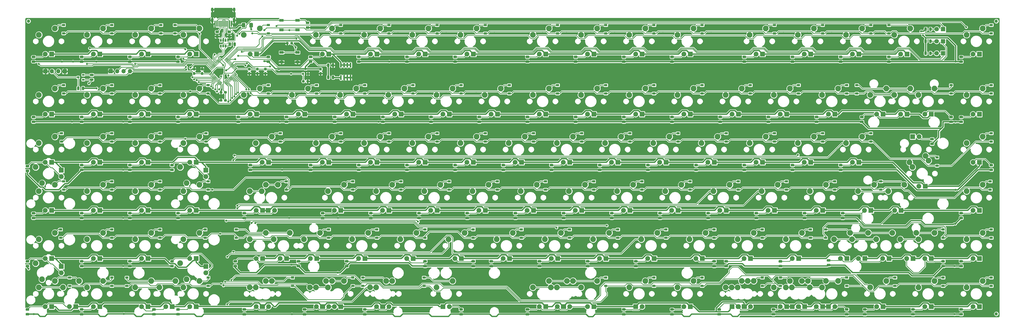
<source format=gbr>
G04 #@! TF.GenerationSoftware,KiCad,Pcbnew,(5.1.4)-1*
G04 #@! TF.CreationDate,2020-03-13T18:53:56+08:00*
G04 #@! TF.ProjectId,Wete,57657465-2e6b-4696-9361-645f70636258,rev?*
G04 #@! TF.SameCoordinates,Original*
G04 #@! TF.FileFunction,Copper,L2,Bot*
G04 #@! TF.FilePolarity,Positive*
%FSLAX46Y46*%
G04 Gerber Fmt 4.6, Leading zero omitted, Abs format (unit mm)*
G04 Created by KiCad (PCBNEW (5.1.4)-1) date 2020-03-13 18:53:56*
%MOMM*%
%LPD*%
G04 APERTURE LIST*
%ADD10R,0.600000X2.450000*%
%ADD11R,0.300000X2.450000*%
%ADD12O,1.000000X2.100000*%
%ADD13O,1.000000X1.600000*%
%ADD14C,1.000000*%
%ADD15C,0.975000*%
%ADD16R,0.900000X0.800000*%
%ADD17R,1.700000X1.700000*%
%ADD18O,1.700000X1.700000*%
%ADD19C,1.300000*%
%ADD20R,1.905000X1.905000*%
%ADD21C,1.905000*%
%ADD22C,2.250000*%
%ADD23R,1.200000X0.900000*%
%ADD24C,1.800000*%
%ADD25R,1.800000X1.800000*%
%ADD26C,0.300000*%
%ADD27R,0.650000X1.060000*%
%ADD28R,0.800000X0.900000*%
%ADD29R,1.700000X1.000000*%
%ADD30C,0.600000*%
%ADD31C,1.425000*%
%ADD32C,0.950000*%
%ADD33C,0.800000*%
%ADD34C,0.250000*%
%ADD35C,0.200000*%
%ADD36C,0.500000*%
%ADD37C,0.254000*%
G04 APERTURE END LIST*
D10*
X72281250Y6886250D03*
X65831250Y6886250D03*
X71506250Y6886250D03*
X66606250Y6886250D03*
D11*
X67306250Y6886250D03*
X70806250Y6886250D03*
X67806250Y6886250D03*
X70306250Y6886250D03*
X68306250Y6886250D03*
X69806250Y6886250D03*
X69306250Y6886250D03*
X68806250Y6886250D03*
D12*
X64736250Y8301250D03*
X73376250Y8301250D03*
D13*
X64736250Y12481250D03*
X73376250Y12481250D03*
D14*
G36*
X17545767Y-14738674D02*
G01*
X17569428Y-14742184D01*
X17592632Y-14747996D01*
X17615154Y-14756054D01*
X17636778Y-14766282D01*
X17657295Y-14778579D01*
X17676508Y-14792829D01*
X17694232Y-14808893D01*
X17710296Y-14826617D01*
X17724546Y-14845830D01*
X17736843Y-14866347D01*
X17747071Y-14887971D01*
X17755129Y-14910493D01*
X17760941Y-14933697D01*
X17764451Y-14957358D01*
X17765625Y-14981250D01*
X17765625Y-15468750D01*
X17764451Y-15492642D01*
X17760941Y-15516303D01*
X17755129Y-15539507D01*
X17747071Y-15562029D01*
X17736843Y-15583653D01*
X17724546Y-15604170D01*
X17710296Y-15623383D01*
X17694232Y-15641107D01*
X17676508Y-15657171D01*
X17657295Y-15671421D01*
X17636778Y-15683718D01*
X17615154Y-15693946D01*
X17592632Y-15702004D01*
X17569428Y-15707816D01*
X17545767Y-15711326D01*
X17521875Y-15712500D01*
X16609375Y-15712500D01*
X16585483Y-15711326D01*
X16561822Y-15707816D01*
X16538618Y-15702004D01*
X16516096Y-15693946D01*
X16494472Y-15683718D01*
X16473955Y-15671421D01*
X16454742Y-15657171D01*
X16437018Y-15641107D01*
X16420954Y-15623383D01*
X16406704Y-15604170D01*
X16394407Y-15583653D01*
X16384179Y-15562029D01*
X16376121Y-15539507D01*
X16370309Y-15516303D01*
X16366799Y-15492642D01*
X16365625Y-15468750D01*
X16365625Y-14981250D01*
X16366799Y-14957358D01*
X16370309Y-14933697D01*
X16376121Y-14910493D01*
X16384179Y-14887971D01*
X16394407Y-14866347D01*
X16406704Y-14845830D01*
X16420954Y-14826617D01*
X16437018Y-14808893D01*
X16454742Y-14792829D01*
X16473955Y-14778579D01*
X16494472Y-14766282D01*
X16516096Y-14756054D01*
X16538618Y-14747996D01*
X16561822Y-14742184D01*
X16585483Y-14738674D01*
X16609375Y-14737500D01*
X17521875Y-14737500D01*
X17545767Y-14738674D01*
X17545767Y-14738674D01*
G37*
D15*
X17065625Y-15225000D03*
D14*
G36*
X17545767Y-12863674D02*
G01*
X17569428Y-12867184D01*
X17592632Y-12872996D01*
X17615154Y-12881054D01*
X17636778Y-12891282D01*
X17657295Y-12903579D01*
X17676508Y-12917829D01*
X17694232Y-12933893D01*
X17710296Y-12951617D01*
X17724546Y-12970830D01*
X17736843Y-12991347D01*
X17747071Y-13012971D01*
X17755129Y-13035493D01*
X17760941Y-13058697D01*
X17764451Y-13082358D01*
X17765625Y-13106250D01*
X17765625Y-13593750D01*
X17764451Y-13617642D01*
X17760941Y-13641303D01*
X17755129Y-13664507D01*
X17747071Y-13687029D01*
X17736843Y-13708653D01*
X17724546Y-13729170D01*
X17710296Y-13748383D01*
X17694232Y-13766107D01*
X17676508Y-13782171D01*
X17657295Y-13796421D01*
X17636778Y-13808718D01*
X17615154Y-13818946D01*
X17592632Y-13827004D01*
X17569428Y-13832816D01*
X17545767Y-13836326D01*
X17521875Y-13837500D01*
X16609375Y-13837500D01*
X16585483Y-13836326D01*
X16561822Y-13832816D01*
X16538618Y-13827004D01*
X16516096Y-13818946D01*
X16494472Y-13808718D01*
X16473955Y-13796421D01*
X16454742Y-13782171D01*
X16437018Y-13766107D01*
X16420954Y-13748383D01*
X16406704Y-13729170D01*
X16394407Y-13708653D01*
X16384179Y-13687029D01*
X16376121Y-13664507D01*
X16370309Y-13641303D01*
X16366799Y-13617642D01*
X16365625Y-13593750D01*
X16365625Y-13106250D01*
X16366799Y-13082358D01*
X16370309Y-13058697D01*
X16376121Y-13035493D01*
X16384179Y-13012971D01*
X16394407Y-12991347D01*
X16406704Y-12970830D01*
X16420954Y-12951617D01*
X16437018Y-12933893D01*
X16454742Y-12917829D01*
X16473955Y-12903579D01*
X16494472Y-12891282D01*
X16516096Y-12881054D01*
X16538618Y-12872996D01*
X16561822Y-12867184D01*
X16585483Y-12863674D01*
X16609375Y-12862500D01*
X17521875Y-12862500D01*
X17545767Y-12863674D01*
X17545767Y-12863674D01*
G37*
D15*
X17065625Y-13350000D03*
D14*
G36*
X12030142Y-17954299D02*
G01*
X12053803Y-17957809D01*
X12077007Y-17963621D01*
X12099529Y-17971679D01*
X12121153Y-17981907D01*
X12141670Y-17994204D01*
X12160883Y-18008454D01*
X12178607Y-18024518D01*
X12194671Y-18042242D01*
X12208921Y-18061455D01*
X12221218Y-18081972D01*
X12231446Y-18103596D01*
X12239504Y-18126118D01*
X12245316Y-18149322D01*
X12248826Y-18172983D01*
X12250000Y-18196875D01*
X12250000Y-19109375D01*
X12248826Y-19133267D01*
X12245316Y-19156928D01*
X12239504Y-19180132D01*
X12231446Y-19202654D01*
X12221218Y-19224278D01*
X12208921Y-19244795D01*
X12194671Y-19264008D01*
X12178607Y-19281732D01*
X12160883Y-19297796D01*
X12141670Y-19312046D01*
X12121153Y-19324343D01*
X12099529Y-19334571D01*
X12077007Y-19342629D01*
X12053803Y-19348441D01*
X12030142Y-19351951D01*
X12006250Y-19353125D01*
X11518750Y-19353125D01*
X11494858Y-19351951D01*
X11471197Y-19348441D01*
X11447993Y-19342629D01*
X11425471Y-19334571D01*
X11403847Y-19324343D01*
X11383330Y-19312046D01*
X11364117Y-19297796D01*
X11346393Y-19281732D01*
X11330329Y-19264008D01*
X11316079Y-19244795D01*
X11303782Y-19224278D01*
X11293554Y-19202654D01*
X11285496Y-19180132D01*
X11279684Y-19156928D01*
X11276174Y-19133267D01*
X11275000Y-19109375D01*
X11275000Y-18196875D01*
X11276174Y-18172983D01*
X11279684Y-18149322D01*
X11285496Y-18126118D01*
X11293554Y-18103596D01*
X11303782Y-18081972D01*
X11316079Y-18061455D01*
X11330329Y-18042242D01*
X11346393Y-18024518D01*
X11364117Y-18008454D01*
X11383330Y-17994204D01*
X11403847Y-17981907D01*
X11425471Y-17971679D01*
X11447993Y-17963621D01*
X11471197Y-17957809D01*
X11494858Y-17954299D01*
X11518750Y-17953125D01*
X12006250Y-17953125D01*
X12030142Y-17954299D01*
X12030142Y-17954299D01*
G37*
D15*
X11762500Y-18653125D03*
D14*
G36*
X13905142Y-17954299D02*
G01*
X13928803Y-17957809D01*
X13952007Y-17963621D01*
X13974529Y-17971679D01*
X13996153Y-17981907D01*
X14016670Y-17994204D01*
X14035883Y-18008454D01*
X14053607Y-18024518D01*
X14069671Y-18042242D01*
X14083921Y-18061455D01*
X14096218Y-18081972D01*
X14106446Y-18103596D01*
X14114504Y-18126118D01*
X14120316Y-18149322D01*
X14123826Y-18172983D01*
X14125000Y-18196875D01*
X14125000Y-19109375D01*
X14123826Y-19133267D01*
X14120316Y-19156928D01*
X14114504Y-19180132D01*
X14106446Y-19202654D01*
X14096218Y-19224278D01*
X14083921Y-19244795D01*
X14069671Y-19264008D01*
X14053607Y-19281732D01*
X14035883Y-19297796D01*
X14016670Y-19312046D01*
X13996153Y-19324343D01*
X13974529Y-19334571D01*
X13952007Y-19342629D01*
X13928803Y-19348441D01*
X13905142Y-19351951D01*
X13881250Y-19353125D01*
X13393750Y-19353125D01*
X13369858Y-19351951D01*
X13346197Y-19348441D01*
X13322993Y-19342629D01*
X13300471Y-19334571D01*
X13278847Y-19324343D01*
X13258330Y-19312046D01*
X13239117Y-19297796D01*
X13221393Y-19281732D01*
X13205329Y-19264008D01*
X13191079Y-19244795D01*
X13178782Y-19224278D01*
X13168554Y-19202654D01*
X13160496Y-19180132D01*
X13154684Y-19156928D01*
X13151174Y-19133267D01*
X13150000Y-19109375D01*
X13150000Y-18196875D01*
X13151174Y-18172983D01*
X13154684Y-18149322D01*
X13160496Y-18126118D01*
X13168554Y-18103596D01*
X13178782Y-18081972D01*
X13191079Y-18061455D01*
X13205329Y-18042242D01*
X13221393Y-18024518D01*
X13239117Y-18008454D01*
X13258330Y-17994204D01*
X13278847Y-17981907D01*
X13300471Y-17971679D01*
X13322993Y-17963621D01*
X13346197Y-17957809D01*
X13369858Y-17954299D01*
X13393750Y-17953125D01*
X13881250Y-17953125D01*
X13905142Y-17954299D01*
X13905142Y-17954299D01*
G37*
D15*
X13637500Y-18653125D03*
D16*
X11700000Y-14287500D03*
X13700000Y-15237500D03*
X13700000Y-13337500D03*
D17*
X6429375Y-11906250D03*
D18*
X3889375Y-11906250D03*
X1349375Y-11906250D03*
D17*
X-1190625Y-11906250D03*
D19*
X374650000Y7937500D03*
X374650000Y-107950000D03*
X-7937500Y7937500D03*
D20*
X232092500Y-105092500D03*
D21*
X234632500Y-105092500D03*
D22*
X229552500Y-97472500D03*
X235902500Y-94932500D03*
D14*
G36*
X71958267Y-491799D02*
G01*
X71981928Y-495309D01*
X72005132Y-501121D01*
X72027654Y-509179D01*
X72049278Y-519407D01*
X72069795Y-531704D01*
X72089008Y-545954D01*
X72106732Y-562018D01*
X72122796Y-579742D01*
X72137046Y-598955D01*
X72149343Y-619472D01*
X72159571Y-641096D01*
X72167629Y-663618D01*
X72173441Y-686822D01*
X72176951Y-710483D01*
X72178125Y-734375D01*
X72178125Y-1646875D01*
X72176951Y-1670767D01*
X72173441Y-1694428D01*
X72167629Y-1717632D01*
X72159571Y-1740154D01*
X72149343Y-1761778D01*
X72137046Y-1782295D01*
X72122796Y-1801508D01*
X72106732Y-1819232D01*
X72089008Y-1835296D01*
X72069795Y-1849546D01*
X72049278Y-1861843D01*
X72027654Y-1872071D01*
X72005132Y-1880129D01*
X71981928Y-1885941D01*
X71958267Y-1889451D01*
X71934375Y-1890625D01*
X71446875Y-1890625D01*
X71422983Y-1889451D01*
X71399322Y-1885941D01*
X71376118Y-1880129D01*
X71353596Y-1872071D01*
X71331972Y-1861843D01*
X71311455Y-1849546D01*
X71292242Y-1835296D01*
X71274518Y-1819232D01*
X71258454Y-1801508D01*
X71244204Y-1782295D01*
X71231907Y-1761778D01*
X71221679Y-1740154D01*
X71213621Y-1717632D01*
X71207809Y-1694428D01*
X71204299Y-1670767D01*
X71203125Y-1646875D01*
X71203125Y-734375D01*
X71204299Y-710483D01*
X71207809Y-686822D01*
X71213621Y-663618D01*
X71221679Y-641096D01*
X71231907Y-619472D01*
X71244204Y-598955D01*
X71258454Y-579742D01*
X71274518Y-562018D01*
X71292242Y-545954D01*
X71311455Y-531704D01*
X71331972Y-519407D01*
X71353596Y-509179D01*
X71376118Y-501121D01*
X71399322Y-495309D01*
X71422983Y-491799D01*
X71446875Y-490625D01*
X71934375Y-490625D01*
X71958267Y-491799D01*
X71958267Y-491799D01*
G37*
D15*
X71690625Y-1190625D03*
D14*
G36*
X73833267Y-491799D02*
G01*
X73856928Y-495309D01*
X73880132Y-501121D01*
X73902654Y-509179D01*
X73924278Y-519407D01*
X73944795Y-531704D01*
X73964008Y-545954D01*
X73981732Y-562018D01*
X73997796Y-579742D01*
X74012046Y-598955D01*
X74024343Y-619472D01*
X74034571Y-641096D01*
X74042629Y-663618D01*
X74048441Y-686822D01*
X74051951Y-710483D01*
X74053125Y-734375D01*
X74053125Y-1646875D01*
X74051951Y-1670767D01*
X74048441Y-1694428D01*
X74042629Y-1717632D01*
X74034571Y-1740154D01*
X74024343Y-1761778D01*
X74012046Y-1782295D01*
X73997796Y-1801508D01*
X73981732Y-1819232D01*
X73964008Y-1835296D01*
X73944795Y-1849546D01*
X73924278Y-1861843D01*
X73902654Y-1872071D01*
X73880132Y-1880129D01*
X73856928Y-1885941D01*
X73833267Y-1889451D01*
X73809375Y-1890625D01*
X73321875Y-1890625D01*
X73297983Y-1889451D01*
X73274322Y-1885941D01*
X73251118Y-1880129D01*
X73228596Y-1872071D01*
X73206972Y-1861843D01*
X73186455Y-1849546D01*
X73167242Y-1835296D01*
X73149518Y-1819232D01*
X73133454Y-1801508D01*
X73119204Y-1782295D01*
X73106907Y-1761778D01*
X73096679Y-1740154D01*
X73088621Y-1717632D01*
X73082809Y-1694428D01*
X73079299Y-1670767D01*
X73078125Y-1646875D01*
X73078125Y-734375D01*
X73079299Y-710483D01*
X73082809Y-686822D01*
X73088621Y-663618D01*
X73096679Y-641096D01*
X73106907Y-619472D01*
X73119204Y-598955D01*
X73133454Y-579742D01*
X73149518Y-562018D01*
X73167242Y-545954D01*
X73186455Y-531704D01*
X73206972Y-519407D01*
X73228596Y-509179D01*
X73251118Y-501121D01*
X73274322Y-495309D01*
X73297983Y-491799D01*
X73321875Y-490625D01*
X73809375Y-490625D01*
X73833267Y-491799D01*
X73833267Y-491799D01*
G37*
D15*
X73565625Y-1190625D03*
D20*
X215582500Y-105092500D03*
D21*
X213042500Y-105092500D03*
D22*
X210502500Y-97472500D03*
X216852500Y-94932500D03*
D20*
X306070000Y-105092500D03*
D21*
X303530000Y-105092500D03*
D22*
X300990000Y-97472500D03*
X307340000Y-94932500D03*
D20*
X294005000Y-105092500D03*
D21*
X296545000Y-105092500D03*
D22*
X291465000Y-97472500D03*
X297815000Y-94932500D03*
D20*
X253682500Y-105092500D03*
D21*
X251142500Y-105092500D03*
D22*
X248602500Y-97472500D03*
X254952500Y-94932500D03*
X197802500Y-94932500D03*
X191452500Y-97472500D03*
D21*
X193992500Y-105092500D03*
D20*
X196532500Y-105092500D03*
X155892500Y-105092500D03*
D21*
X158432500Y-105092500D03*
D22*
X153352500Y-97472500D03*
X159702500Y-94932500D03*
D20*
X341788750Y-86042500D03*
D21*
X339248750Y-86042500D03*
D22*
X336708750Y-78422500D03*
X343058750Y-75882500D03*
D20*
X315595000Y-86042500D03*
D21*
X313055000Y-86042500D03*
D22*
X310515000Y-78422500D03*
X316865000Y-75882500D03*
D20*
X270192500Y-105092500D03*
D21*
X272732500Y-105092500D03*
D22*
X267652500Y-97472500D03*
X274002500Y-94932500D03*
D20*
X308292500Y-105092500D03*
D21*
X310832500Y-105092500D03*
D22*
X305752500Y-97472500D03*
X312102500Y-94932500D03*
D20*
X291782500Y-105092500D03*
D21*
X289242500Y-105092500D03*
D22*
X286702500Y-97472500D03*
X293052500Y-94932500D03*
D20*
X332263750Y-86042500D03*
D21*
X329723750Y-86042500D03*
D22*
X327183750Y-78422500D03*
X333533750Y-75882500D03*
D20*
X203517500Y-105092500D03*
D21*
X206057500Y-105092500D03*
D22*
X200977500Y-97472500D03*
X207327500Y-94932500D03*
D20*
X325120000Y-66992500D03*
D21*
X322580000Y-66992500D03*
D22*
X320040000Y-59372500D03*
X326390000Y-56832500D03*
D20*
X367982500Y-105092500D03*
D21*
X365442500Y-105092500D03*
D22*
X362902500Y-97472500D03*
X369252500Y-94932500D03*
D20*
X348932500Y-105092500D03*
D21*
X346392500Y-105092500D03*
D22*
X343852500Y-97472500D03*
X350202500Y-94932500D03*
D20*
X329882500Y-105092500D03*
D21*
X327342500Y-105092500D03*
D22*
X324802500Y-97472500D03*
X331152500Y-94932500D03*
D20*
X298926250Y-105092500D03*
D21*
X296386250Y-105092500D03*
D22*
X293846250Y-97472500D03*
X300196250Y-94932500D03*
D20*
X275113750Y-105092500D03*
D21*
X272573750Y-105092500D03*
D22*
X270033750Y-97472500D03*
X276383750Y-94932500D03*
D20*
X203676250Y-105092500D03*
D21*
X201136250Y-105092500D03*
D22*
X198596250Y-97472500D03*
X204946250Y-94932500D03*
D20*
X132238750Y-105092500D03*
D21*
X129698750Y-105092500D03*
D22*
X127158750Y-97472500D03*
X133508750Y-94932500D03*
D20*
X108426250Y-105092500D03*
D21*
X105886250Y-105092500D03*
D22*
X103346250Y-97472500D03*
X109696250Y-94932500D03*
D20*
X84613750Y-105092500D03*
D21*
X82073750Y-105092500D03*
D22*
X79533750Y-97472500D03*
X85883750Y-94932500D03*
D20*
X58420000Y-105092500D03*
D21*
X55880000Y-105092500D03*
D22*
X53340000Y-97472500D03*
X59690000Y-94932500D03*
D20*
X39370000Y-105092500D03*
D21*
X36830000Y-105092500D03*
D22*
X34290000Y-97472500D03*
X40640000Y-94932500D03*
D20*
X20320000Y-105092500D03*
D21*
X17780000Y-105092500D03*
D22*
X15240000Y-97472500D03*
X21590000Y-94932500D03*
D20*
X1270000Y-105092500D03*
D21*
X-1270000Y-105092500D03*
D22*
X-3810000Y-97472500D03*
X2540000Y-94932500D03*
D20*
X274955000Y-105092500D03*
D21*
X277495000Y-105092500D03*
D22*
X272415000Y-97472500D03*
X278765000Y-94932500D03*
D20*
X215582500Y-105092500D03*
D21*
X213042500Y-105092500D03*
D22*
X210502500Y-97472500D03*
X216852500Y-94932500D03*
D20*
X132080000Y-105092500D03*
D21*
X134620000Y-105092500D03*
D22*
X129540000Y-97472500D03*
X135890000Y-94932500D03*
D20*
X108267500Y-105092500D03*
D21*
X110807500Y-105092500D03*
D22*
X105727500Y-97472500D03*
X112077500Y-94932500D03*
D20*
X84455000Y-105092500D03*
D21*
X86995000Y-105092500D03*
D22*
X81915000Y-97472500D03*
X88265000Y-94932500D03*
D20*
X48895000Y-105092500D03*
D21*
X46355000Y-105092500D03*
D22*
X43815000Y-97472500D03*
X50165000Y-94932500D03*
D20*
X10795000Y-105092500D03*
D21*
X8255000Y-105092500D03*
D22*
X5715000Y-97472500D03*
X12065000Y-94932500D03*
D20*
X196532500Y-105092500D03*
D21*
X193992500Y-105092500D03*
D22*
X191452500Y-97472500D03*
X197802500Y-94932500D03*
D20*
X115570000Y-105092500D03*
D21*
X113030000Y-105092500D03*
D22*
X110490000Y-97472500D03*
X116840000Y-94932500D03*
D20*
X367982500Y-86042500D03*
D21*
X365442500Y-86042500D03*
D22*
X362902500Y-78422500D03*
X369252500Y-75882500D03*
D20*
X348932500Y-86042500D03*
D21*
X346392500Y-86042500D03*
D22*
X343852500Y-78422500D03*
X350202500Y-75882500D03*
D20*
X322738750Y-86042500D03*
D21*
X320198750Y-86042500D03*
D22*
X317658750Y-78422500D03*
X324008750Y-75882500D03*
D20*
X296545000Y-86042500D03*
D21*
X294005000Y-86042500D03*
D22*
X291465000Y-78422500D03*
X297815000Y-75882500D03*
D20*
X277495000Y-86042500D03*
D21*
X274955000Y-86042500D03*
D22*
X272415000Y-78422500D03*
X278765000Y-75882500D03*
D20*
X258445000Y-86042500D03*
D21*
X255905000Y-86042500D03*
D22*
X253365000Y-78422500D03*
X259715000Y-75882500D03*
D20*
X239395000Y-86042500D03*
D21*
X236855000Y-86042500D03*
D22*
X234315000Y-78422500D03*
X240665000Y-75882500D03*
D20*
X220345000Y-86042500D03*
D21*
X217805000Y-86042500D03*
D22*
X215265000Y-78422500D03*
X221615000Y-75882500D03*
D20*
X201295000Y-86042500D03*
D21*
X198755000Y-86042500D03*
D22*
X196215000Y-78422500D03*
X202565000Y-75882500D03*
D20*
X182245000Y-86042500D03*
D21*
X179705000Y-86042500D03*
D22*
X177165000Y-78422500D03*
X183515000Y-75882500D03*
D20*
X163195000Y-86042500D03*
D21*
X160655000Y-86042500D03*
D22*
X158115000Y-78422500D03*
X164465000Y-75882500D03*
D20*
X144145000Y-86042500D03*
D21*
X141605000Y-86042500D03*
D22*
X139065000Y-78422500D03*
X145415000Y-75882500D03*
D20*
X125095000Y-86042500D03*
D21*
X122555000Y-86042500D03*
D22*
X120015000Y-78422500D03*
X126365000Y-75882500D03*
D20*
X106045000Y-86042500D03*
D21*
X103505000Y-86042500D03*
D22*
X100965000Y-78422500D03*
X107315000Y-75882500D03*
D20*
X94138750Y-86042500D03*
D21*
X91598750Y-86042500D03*
D22*
X89058750Y-78422500D03*
X95408750Y-75882500D03*
D20*
X58420000Y-86042500D03*
D21*
X55880000Y-86042500D03*
D22*
X53340000Y-78422500D03*
X59690000Y-75882500D03*
D20*
X39370000Y-86042500D03*
D21*
X36830000Y-86042500D03*
D22*
X34290000Y-78422500D03*
X40640000Y-75882500D03*
D20*
X20320000Y-86042500D03*
D21*
X17780000Y-86042500D03*
D22*
X15240000Y-78422500D03*
X21590000Y-75882500D03*
D20*
X1270000Y-86042500D03*
D21*
X-1270000Y-86042500D03*
D22*
X-3810000Y-78422500D03*
X2540000Y-75882500D03*
D20*
X84613750Y-86042500D03*
D21*
X82073750Y-86042500D03*
D22*
X79533750Y-78422500D03*
X85883750Y-75882500D03*
D20*
X62230000Y-89217500D03*
D21*
X62230000Y-91757500D03*
D22*
X54610000Y-94297500D03*
X52070000Y-87947500D03*
D20*
X5080000Y-89217500D03*
D21*
X5080000Y-91757500D03*
D22*
X-2540000Y-94297500D03*
X-5080000Y-87947500D03*
D20*
X367982500Y-66992500D03*
D21*
X365442500Y-66992500D03*
D22*
X362902500Y-59372500D03*
X369252500Y-56832500D03*
D20*
X337026250Y-66992500D03*
D21*
X334486250Y-66992500D03*
D22*
X331946250Y-59372500D03*
X338296250Y-56832500D03*
D20*
X306070000Y-66992500D03*
D21*
X303530000Y-66992500D03*
D22*
X300990000Y-59372500D03*
X307340000Y-56832500D03*
D20*
X287020000Y-66992500D03*
D21*
X284480000Y-66992500D03*
D22*
X281940000Y-59372500D03*
X288290000Y-56832500D03*
D20*
X267970000Y-66992500D03*
D21*
X265430000Y-66992500D03*
D22*
X262890000Y-59372500D03*
X269240000Y-56832500D03*
D20*
X248920000Y-66992500D03*
D21*
X246380000Y-66992500D03*
D22*
X243840000Y-59372500D03*
X250190000Y-56832500D03*
D20*
X229870000Y-66992500D03*
D21*
X227330000Y-66992500D03*
D22*
X224790000Y-59372500D03*
X231140000Y-56832500D03*
D20*
X210820000Y-66992500D03*
D21*
X208280000Y-66992500D03*
D22*
X205740000Y-59372500D03*
X212090000Y-56832500D03*
D20*
X191770000Y-66992500D03*
D21*
X189230000Y-66992500D03*
D22*
X186690000Y-59372500D03*
X193040000Y-56832500D03*
D20*
X172720000Y-66992500D03*
D21*
X170180000Y-66992500D03*
D22*
X167640000Y-59372500D03*
X173990000Y-56832500D03*
D20*
X153670000Y-66992500D03*
D21*
X151130000Y-66992500D03*
D22*
X148590000Y-59372500D03*
X154940000Y-56832500D03*
D20*
X134620000Y-66992500D03*
D21*
X132080000Y-66992500D03*
D22*
X129540000Y-59372500D03*
X135890000Y-56832500D03*
D20*
X115570000Y-66992500D03*
D21*
X113030000Y-66992500D03*
D22*
X110490000Y-59372500D03*
X116840000Y-56832500D03*
D20*
X86836250Y-66992500D03*
D21*
X89376250Y-66992500D03*
D22*
X84296250Y-59372500D03*
X90646250Y-56832500D03*
D20*
X58420000Y-66992500D03*
D21*
X55880000Y-66992500D03*
D22*
X53340000Y-59372500D03*
X59690000Y-56832500D03*
D20*
X39370000Y-66992500D03*
D21*
X36830000Y-66992500D03*
D22*
X34290000Y-59372500D03*
X40640000Y-56832500D03*
D20*
X20320000Y-66992500D03*
D21*
X17780000Y-66992500D03*
D22*
X15240000Y-59372500D03*
X21590000Y-56832500D03*
D20*
X1270000Y-66992500D03*
D21*
X-1270000Y-66992500D03*
D22*
X-3810000Y-59372500D03*
X2540000Y-56832500D03*
D20*
X84613750Y-66992500D03*
D21*
X82073750Y-66992500D03*
D22*
X79533750Y-59372500D03*
X85883750Y-56832500D03*
D20*
X367982500Y-47942500D03*
D21*
X365442500Y-47942500D03*
D22*
X362902500Y-40322500D03*
X369252500Y-37782500D03*
D20*
X341630000Y-37782500D03*
D21*
X344170000Y-37782500D03*
D22*
X346710000Y-45402500D03*
X340360000Y-47942500D03*
D20*
X320357500Y-47942500D03*
D21*
X317817500Y-47942500D03*
D22*
X315277500Y-40322500D03*
X321627500Y-37782500D03*
D20*
X301307500Y-47942500D03*
D21*
X298767500Y-47942500D03*
D22*
X296227500Y-40322500D03*
X302577500Y-37782500D03*
D20*
X282257500Y-47942500D03*
D21*
X279717500Y-47942500D03*
D22*
X277177500Y-40322500D03*
X283527500Y-37782500D03*
D20*
X263207500Y-47942500D03*
D21*
X260667500Y-47942500D03*
D22*
X258127500Y-40322500D03*
X264477500Y-37782500D03*
D20*
X244157500Y-47942500D03*
D21*
X241617500Y-47942500D03*
D22*
X239077500Y-40322500D03*
X245427500Y-37782500D03*
D20*
X225107500Y-47942500D03*
D21*
X222567500Y-47942500D03*
D22*
X220027500Y-40322500D03*
X226377500Y-37782500D03*
D20*
X206057500Y-47942500D03*
D21*
X203517500Y-47942500D03*
D22*
X200977500Y-40322500D03*
X207327500Y-37782500D03*
D20*
X187007500Y-47942500D03*
D21*
X184467500Y-47942500D03*
D22*
X181927500Y-40322500D03*
X188277500Y-37782500D03*
D20*
X167957500Y-47942500D03*
D21*
X165417500Y-47942500D03*
D22*
X162877500Y-40322500D03*
X169227500Y-37782500D03*
D20*
X148907500Y-47942500D03*
D21*
X146367500Y-47942500D03*
D22*
X143827500Y-40322500D03*
X150177500Y-37782500D03*
D20*
X129857500Y-47942500D03*
D21*
X127317500Y-47942500D03*
D22*
X124777500Y-40322500D03*
X131127500Y-37782500D03*
D20*
X110807500Y-47942500D03*
D21*
X108267500Y-47942500D03*
D22*
X105727500Y-40322500D03*
X112077500Y-37782500D03*
D20*
X86995000Y-47942500D03*
D21*
X84455000Y-47942500D03*
D22*
X81915000Y-40322500D03*
X88265000Y-37782500D03*
D20*
X58420000Y-47942500D03*
D21*
X55880000Y-47942500D03*
D22*
X53340000Y-40322500D03*
X59690000Y-37782500D03*
D20*
X39370000Y-47942500D03*
D21*
X36830000Y-47942500D03*
D22*
X34290000Y-40322500D03*
X40640000Y-37782500D03*
D20*
X20320000Y-47942500D03*
D21*
X17780000Y-47942500D03*
D22*
X15240000Y-40322500D03*
X21590000Y-37782500D03*
D20*
X1270000Y-47942500D03*
D21*
X-1270000Y-47942500D03*
D22*
X-3810000Y-40322500D03*
X2540000Y-37782500D03*
D20*
X346551250Y-57467500D03*
D21*
X344011250Y-57467500D03*
D22*
X341471250Y-49847500D03*
X347821250Y-47307500D03*
D20*
X62230000Y-51117500D03*
D21*
X62230000Y-53657500D03*
D22*
X54610000Y-56197500D03*
X52070000Y-49847500D03*
D20*
X5080000Y-51117500D03*
D21*
X5080000Y-53657500D03*
D22*
X-2540000Y-56197500D03*
X-5080000Y-49847500D03*
D20*
X367982500Y-28892500D03*
D21*
X365442500Y-28892500D03*
D22*
X362902500Y-21272500D03*
X369252500Y-18732500D03*
D20*
X348932500Y-28892500D03*
D21*
X346392500Y-28892500D03*
D22*
X343852500Y-21272500D03*
X350202500Y-18732500D03*
D20*
X329882500Y-28892500D03*
D21*
X327342500Y-28892500D03*
D22*
X324802500Y-21272500D03*
X331152500Y-18732500D03*
D20*
X310832500Y-28892500D03*
D21*
X308292500Y-28892500D03*
D22*
X305752500Y-21272500D03*
X312102500Y-18732500D03*
D20*
X291782500Y-28892500D03*
D21*
X289242500Y-28892500D03*
D22*
X286702500Y-21272500D03*
X293052500Y-18732500D03*
D20*
X272732500Y-28892500D03*
D21*
X270192500Y-28892500D03*
D22*
X267652500Y-21272500D03*
X274002500Y-18732500D03*
D20*
X253682500Y-28892500D03*
D21*
X251142500Y-28892500D03*
D22*
X248602500Y-21272500D03*
X254952500Y-18732500D03*
D20*
X234632500Y-28892500D03*
D21*
X232092500Y-28892500D03*
D22*
X229552500Y-21272500D03*
X235902500Y-18732500D03*
D20*
X215582500Y-28892500D03*
D21*
X213042500Y-28892500D03*
D22*
X210502500Y-21272500D03*
X216852500Y-18732500D03*
D20*
X196532500Y-28892500D03*
D21*
X193992500Y-28892500D03*
D22*
X191452500Y-21272500D03*
X197802500Y-18732500D03*
D20*
X177482500Y-28892500D03*
D21*
X174942500Y-28892500D03*
D22*
X172402500Y-21272500D03*
X178752500Y-18732500D03*
D20*
X158432500Y-28892500D03*
D21*
X155892500Y-28892500D03*
D22*
X153352500Y-21272500D03*
X159702500Y-18732500D03*
D20*
X139382500Y-28892500D03*
D21*
X136842500Y-28892500D03*
D22*
X134302500Y-21272500D03*
X140652500Y-18732500D03*
D20*
X120332500Y-28892500D03*
D21*
X117792500Y-28892500D03*
D22*
X115252500Y-21272500D03*
X121602500Y-18732500D03*
D20*
X101282500Y-28892500D03*
D21*
X98742500Y-28892500D03*
D22*
X96202500Y-21272500D03*
X102552500Y-18732500D03*
D20*
X82232500Y-28892500D03*
D21*
X79692500Y-28892500D03*
D22*
X77152500Y-21272500D03*
X83502500Y-18732500D03*
D20*
X58420000Y-28892500D03*
D21*
X55880000Y-28892500D03*
D22*
X53340000Y-21272500D03*
X59690000Y-18732500D03*
D20*
X39370000Y-28892500D03*
D21*
X36830000Y-28892500D03*
D22*
X34290000Y-21272500D03*
X40640000Y-18732500D03*
D20*
X20320000Y-28892500D03*
D21*
X17780000Y-28892500D03*
D22*
X15240000Y-21272500D03*
X21590000Y-18732500D03*
D20*
X1270000Y-28892500D03*
D21*
X-1270000Y-28892500D03*
D22*
X-3810000Y-21272500D03*
X2540000Y-18732500D03*
D20*
X339407500Y-28892500D03*
D21*
X336867500Y-28892500D03*
D22*
X334327500Y-21272500D03*
X340677500Y-18732500D03*
D20*
X367982500Y-5080000D03*
D21*
X365442500Y-5080000D03*
D22*
X362902500Y2540000D03*
X369252500Y5080000D03*
D20*
X339407500Y-5080000D03*
D21*
X336867500Y-5080000D03*
D22*
X334327500Y2540000D03*
X340677500Y5080000D03*
D20*
X320357500Y-5080000D03*
D21*
X317817500Y-5080000D03*
D22*
X315277500Y2540000D03*
X321627500Y5080000D03*
D20*
X301307500Y-5080000D03*
D21*
X298767500Y-5080000D03*
D22*
X296227500Y2540000D03*
X302577500Y5080000D03*
D20*
X282257500Y-5080000D03*
D21*
X279717500Y-5080000D03*
D22*
X277177500Y2540000D03*
X283527500Y5080000D03*
D20*
X253682500Y-5080000D03*
D21*
X251142500Y-5080000D03*
D22*
X248602500Y2540000D03*
X254952500Y5080000D03*
D20*
X234632500Y-5080000D03*
D21*
X232092500Y-5080000D03*
D22*
X229552500Y2540000D03*
X235902500Y5080000D03*
X216852500Y5080000D03*
X210502500Y2540000D03*
D21*
X213042500Y-5080000D03*
D20*
X215582500Y-5080000D03*
X196532500Y-5080000D03*
D21*
X193992500Y-5080000D03*
D22*
X191452500Y2540000D03*
X197802500Y5080000D03*
D20*
X167957500Y-5080000D03*
D21*
X165417500Y-5080000D03*
D22*
X162877500Y2540000D03*
X169227500Y5080000D03*
D20*
X148907500Y-5080000D03*
D21*
X146367500Y-5080000D03*
D22*
X143827500Y2540000D03*
X150177500Y5080000D03*
D20*
X129857500Y-5080000D03*
D21*
X127317500Y-5080000D03*
D22*
X124777500Y2540000D03*
X131127500Y5080000D03*
D20*
X110807500Y-5080000D03*
D21*
X108267500Y-5080000D03*
D22*
X105727500Y2540000D03*
X112077500Y5080000D03*
D20*
X82232500Y-5080000D03*
D21*
X79692500Y-5080000D03*
D22*
X77152500Y2540000D03*
X83502500Y5080000D03*
D20*
X58420000Y-5080000D03*
D21*
X55880000Y-5080000D03*
D22*
X53340000Y2540000D03*
X59690000Y5080000D03*
D20*
X39370000Y-5080000D03*
D21*
X36830000Y-5080000D03*
D22*
X34290000Y2540000D03*
X40640000Y5080000D03*
D20*
X20320000Y-5080000D03*
D21*
X17780000Y-5080000D03*
D22*
X15240000Y2540000D03*
X21590000Y5080000D03*
D20*
X1270000Y-5080000D03*
D21*
X-1270000Y-5080000D03*
D22*
X-3810000Y2540000D03*
X2540000Y5080000D03*
D14*
G36*
X227889517Y-105732424D02*
G01*
X227913178Y-105735934D01*
X227936382Y-105741746D01*
X227958904Y-105749804D01*
X227980528Y-105760032D01*
X228001045Y-105772329D01*
X228020258Y-105786579D01*
X228037982Y-105802643D01*
X228054046Y-105820367D01*
X228068296Y-105839580D01*
X228080593Y-105860097D01*
X228090821Y-105881721D01*
X228098879Y-105904243D01*
X228104691Y-105927447D01*
X228108201Y-105951108D01*
X228109375Y-105975000D01*
X228109375Y-106462500D01*
X228108201Y-106486392D01*
X228104691Y-106510053D01*
X228098879Y-106533257D01*
X228090821Y-106555779D01*
X228080593Y-106577403D01*
X228068296Y-106597920D01*
X228054046Y-106617133D01*
X228037982Y-106634857D01*
X228020258Y-106650921D01*
X228001045Y-106665171D01*
X227980528Y-106677468D01*
X227958904Y-106687696D01*
X227936382Y-106695754D01*
X227913178Y-106701566D01*
X227889517Y-106705076D01*
X227865625Y-106706250D01*
X226953125Y-106706250D01*
X226929233Y-106705076D01*
X226905572Y-106701566D01*
X226882368Y-106695754D01*
X226859846Y-106687696D01*
X226838222Y-106677468D01*
X226817705Y-106665171D01*
X226798492Y-106650921D01*
X226780768Y-106634857D01*
X226764704Y-106617133D01*
X226750454Y-106597920D01*
X226738157Y-106577403D01*
X226727929Y-106555779D01*
X226719871Y-106533257D01*
X226714059Y-106510053D01*
X226710549Y-106486392D01*
X226709375Y-106462500D01*
X226709375Y-105975000D01*
X226710549Y-105951108D01*
X226714059Y-105927447D01*
X226719871Y-105904243D01*
X226727929Y-105881721D01*
X226738157Y-105860097D01*
X226750454Y-105839580D01*
X226764704Y-105820367D01*
X226780768Y-105802643D01*
X226798492Y-105786579D01*
X226817705Y-105772329D01*
X226838222Y-105760032D01*
X226859846Y-105749804D01*
X226882368Y-105741746D01*
X226905572Y-105735934D01*
X226929233Y-105732424D01*
X226953125Y-105731250D01*
X227865625Y-105731250D01*
X227889517Y-105732424D01*
X227889517Y-105732424D01*
G37*
D15*
X227409375Y-106218750D03*
D14*
G36*
X227889517Y-107607424D02*
G01*
X227913178Y-107610934D01*
X227936382Y-107616746D01*
X227958904Y-107624804D01*
X227980528Y-107635032D01*
X228001045Y-107647329D01*
X228020258Y-107661579D01*
X228037982Y-107677643D01*
X228054046Y-107695367D01*
X228068296Y-107714580D01*
X228080593Y-107735097D01*
X228090821Y-107756721D01*
X228098879Y-107779243D01*
X228104691Y-107802447D01*
X228108201Y-107826108D01*
X228109375Y-107850000D01*
X228109375Y-108337500D01*
X228108201Y-108361392D01*
X228104691Y-108385053D01*
X228098879Y-108408257D01*
X228090821Y-108430779D01*
X228080593Y-108452403D01*
X228068296Y-108472920D01*
X228054046Y-108492133D01*
X228037982Y-108509857D01*
X228020258Y-108525921D01*
X228001045Y-108540171D01*
X227980528Y-108552468D01*
X227958904Y-108562696D01*
X227936382Y-108570754D01*
X227913178Y-108576566D01*
X227889517Y-108580076D01*
X227865625Y-108581250D01*
X226953125Y-108581250D01*
X226929233Y-108580076D01*
X226905572Y-108576566D01*
X226882368Y-108570754D01*
X226859846Y-108562696D01*
X226838222Y-108552468D01*
X226817705Y-108540171D01*
X226798492Y-108525921D01*
X226780768Y-108509857D01*
X226764704Y-108492133D01*
X226750454Y-108472920D01*
X226738157Y-108452403D01*
X226727929Y-108430779D01*
X226719871Y-108408257D01*
X226714059Y-108385053D01*
X226710549Y-108361392D01*
X226709375Y-108337500D01*
X226709375Y-107850000D01*
X226710549Y-107826108D01*
X226714059Y-107802447D01*
X226719871Y-107779243D01*
X226727929Y-107756721D01*
X226738157Y-107735097D01*
X226750454Y-107714580D01*
X226764704Y-107695367D01*
X226780768Y-107677643D01*
X226798492Y-107661579D01*
X226817705Y-107647329D01*
X226838222Y-107635032D01*
X226859846Y-107624804D01*
X226882368Y-107616746D01*
X226905572Y-107610934D01*
X226929233Y-107607424D01*
X226953125Y-107606250D01*
X227865625Y-107606250D01*
X227889517Y-107607424D01*
X227889517Y-107607424D01*
G37*
D15*
X227409375Y-108093750D03*
D23*
X239315625Y-96900000D03*
X239315625Y-93600000D03*
D14*
G36*
X246939517Y-105732424D02*
G01*
X246963178Y-105735934D01*
X246986382Y-105741746D01*
X247008904Y-105749804D01*
X247030528Y-105760032D01*
X247051045Y-105772329D01*
X247070258Y-105786579D01*
X247087982Y-105802643D01*
X247104046Y-105820367D01*
X247118296Y-105839580D01*
X247130593Y-105860097D01*
X247140821Y-105881721D01*
X247148879Y-105904243D01*
X247154691Y-105927447D01*
X247158201Y-105951108D01*
X247159375Y-105975000D01*
X247159375Y-106462500D01*
X247158201Y-106486392D01*
X247154691Y-106510053D01*
X247148879Y-106533257D01*
X247140821Y-106555779D01*
X247130593Y-106577403D01*
X247118296Y-106597920D01*
X247104046Y-106617133D01*
X247087982Y-106634857D01*
X247070258Y-106650921D01*
X247051045Y-106665171D01*
X247030528Y-106677468D01*
X247008904Y-106687696D01*
X246986382Y-106695754D01*
X246963178Y-106701566D01*
X246939517Y-106705076D01*
X246915625Y-106706250D01*
X246003125Y-106706250D01*
X245979233Y-106705076D01*
X245955572Y-106701566D01*
X245932368Y-106695754D01*
X245909846Y-106687696D01*
X245888222Y-106677468D01*
X245867705Y-106665171D01*
X245848492Y-106650921D01*
X245830768Y-106634857D01*
X245814704Y-106617133D01*
X245800454Y-106597920D01*
X245788157Y-106577403D01*
X245777929Y-106555779D01*
X245769871Y-106533257D01*
X245764059Y-106510053D01*
X245760549Y-106486392D01*
X245759375Y-106462500D01*
X245759375Y-105975000D01*
X245760549Y-105951108D01*
X245764059Y-105927447D01*
X245769871Y-105904243D01*
X245777929Y-105881721D01*
X245788157Y-105860097D01*
X245800454Y-105839580D01*
X245814704Y-105820367D01*
X245830768Y-105802643D01*
X245848492Y-105786579D01*
X245867705Y-105772329D01*
X245888222Y-105760032D01*
X245909846Y-105749804D01*
X245932368Y-105741746D01*
X245955572Y-105735934D01*
X245979233Y-105732424D01*
X246003125Y-105731250D01*
X246915625Y-105731250D01*
X246939517Y-105732424D01*
X246939517Y-105732424D01*
G37*
D15*
X246459375Y-106218750D03*
D14*
G36*
X246939517Y-107607424D02*
G01*
X246963178Y-107610934D01*
X246986382Y-107616746D01*
X247008904Y-107624804D01*
X247030528Y-107635032D01*
X247051045Y-107647329D01*
X247070258Y-107661579D01*
X247087982Y-107677643D01*
X247104046Y-107695367D01*
X247118296Y-107714580D01*
X247130593Y-107735097D01*
X247140821Y-107756721D01*
X247148879Y-107779243D01*
X247154691Y-107802447D01*
X247158201Y-107826108D01*
X247159375Y-107850000D01*
X247159375Y-108337500D01*
X247158201Y-108361392D01*
X247154691Y-108385053D01*
X247148879Y-108408257D01*
X247140821Y-108430779D01*
X247130593Y-108452403D01*
X247118296Y-108472920D01*
X247104046Y-108492133D01*
X247087982Y-108509857D01*
X247070258Y-108525921D01*
X247051045Y-108540171D01*
X247030528Y-108552468D01*
X247008904Y-108562696D01*
X246986382Y-108570754D01*
X246963178Y-108576566D01*
X246939517Y-108580076D01*
X246915625Y-108581250D01*
X246003125Y-108581250D01*
X245979233Y-108580076D01*
X245955572Y-108576566D01*
X245932368Y-108570754D01*
X245909846Y-108562696D01*
X245888222Y-108552468D01*
X245867705Y-108540171D01*
X245848492Y-108525921D01*
X245830768Y-108509857D01*
X245814704Y-108492133D01*
X245800454Y-108472920D01*
X245788157Y-108452403D01*
X245777929Y-108430779D01*
X245769871Y-108408257D01*
X245764059Y-108385053D01*
X245760549Y-108361392D01*
X245759375Y-108337500D01*
X245759375Y-107850000D01*
X245760549Y-107826108D01*
X245764059Y-107802447D01*
X245769871Y-107779243D01*
X245777929Y-107756721D01*
X245788157Y-107735097D01*
X245800454Y-107714580D01*
X245814704Y-107695367D01*
X245830768Y-107677643D01*
X245848492Y-107661579D01*
X245867705Y-107647329D01*
X245888222Y-107635032D01*
X245909846Y-107624804D01*
X245932368Y-107616746D01*
X245955572Y-107610934D01*
X245979233Y-107607424D01*
X246003125Y-107606250D01*
X246915625Y-107606250D01*
X246939517Y-107607424D01*
X246939517Y-107607424D01*
G37*
D15*
X246459375Y-108093750D03*
D14*
G36*
X163595767Y-105732424D02*
G01*
X163619428Y-105735934D01*
X163642632Y-105741746D01*
X163665154Y-105749804D01*
X163686778Y-105760032D01*
X163707295Y-105772329D01*
X163726508Y-105786579D01*
X163744232Y-105802643D01*
X163760296Y-105820367D01*
X163774546Y-105839580D01*
X163786843Y-105860097D01*
X163797071Y-105881721D01*
X163805129Y-105904243D01*
X163810941Y-105927447D01*
X163814451Y-105951108D01*
X163815625Y-105975000D01*
X163815625Y-106462500D01*
X163814451Y-106486392D01*
X163810941Y-106510053D01*
X163805129Y-106533257D01*
X163797071Y-106555779D01*
X163786843Y-106577403D01*
X163774546Y-106597920D01*
X163760296Y-106617133D01*
X163744232Y-106634857D01*
X163726508Y-106650921D01*
X163707295Y-106665171D01*
X163686778Y-106677468D01*
X163665154Y-106687696D01*
X163642632Y-106695754D01*
X163619428Y-106701566D01*
X163595767Y-106705076D01*
X163571875Y-106706250D01*
X162659375Y-106706250D01*
X162635483Y-106705076D01*
X162611822Y-106701566D01*
X162588618Y-106695754D01*
X162566096Y-106687696D01*
X162544472Y-106677468D01*
X162523955Y-106665171D01*
X162504742Y-106650921D01*
X162487018Y-106634857D01*
X162470954Y-106617133D01*
X162456704Y-106597920D01*
X162444407Y-106577403D01*
X162434179Y-106555779D01*
X162426121Y-106533257D01*
X162420309Y-106510053D01*
X162416799Y-106486392D01*
X162415625Y-106462500D01*
X162415625Y-105975000D01*
X162416799Y-105951108D01*
X162420309Y-105927447D01*
X162426121Y-105904243D01*
X162434179Y-105881721D01*
X162444407Y-105860097D01*
X162456704Y-105839580D01*
X162470954Y-105820367D01*
X162487018Y-105802643D01*
X162504742Y-105786579D01*
X162523955Y-105772329D01*
X162544472Y-105760032D01*
X162566096Y-105749804D01*
X162588618Y-105741746D01*
X162611822Y-105735934D01*
X162635483Y-105732424D01*
X162659375Y-105731250D01*
X163571875Y-105731250D01*
X163595767Y-105732424D01*
X163595767Y-105732424D01*
G37*
D15*
X163115625Y-106218750D03*
D14*
G36*
X163595767Y-107607424D02*
G01*
X163619428Y-107610934D01*
X163642632Y-107616746D01*
X163665154Y-107624804D01*
X163686778Y-107635032D01*
X163707295Y-107647329D01*
X163726508Y-107661579D01*
X163744232Y-107677643D01*
X163760296Y-107695367D01*
X163774546Y-107714580D01*
X163786843Y-107735097D01*
X163797071Y-107756721D01*
X163805129Y-107779243D01*
X163810941Y-107802447D01*
X163814451Y-107826108D01*
X163815625Y-107850000D01*
X163815625Y-108337500D01*
X163814451Y-108361392D01*
X163810941Y-108385053D01*
X163805129Y-108408257D01*
X163797071Y-108430779D01*
X163786843Y-108452403D01*
X163774546Y-108472920D01*
X163760296Y-108492133D01*
X163744232Y-108509857D01*
X163726508Y-108525921D01*
X163707295Y-108540171D01*
X163686778Y-108552468D01*
X163665154Y-108562696D01*
X163642632Y-108570754D01*
X163619428Y-108576566D01*
X163595767Y-108580076D01*
X163571875Y-108581250D01*
X162659375Y-108581250D01*
X162635483Y-108580076D01*
X162611822Y-108576566D01*
X162588618Y-108570754D01*
X162566096Y-108562696D01*
X162544472Y-108552468D01*
X162523955Y-108540171D01*
X162504742Y-108525921D01*
X162487018Y-108509857D01*
X162470954Y-108492133D01*
X162456704Y-108472920D01*
X162444407Y-108452403D01*
X162434179Y-108430779D01*
X162426121Y-108408257D01*
X162420309Y-108385053D01*
X162416799Y-108361392D01*
X162415625Y-108337500D01*
X162415625Y-107850000D01*
X162416799Y-107826108D01*
X162420309Y-107802447D01*
X162426121Y-107779243D01*
X162434179Y-107756721D01*
X162444407Y-107735097D01*
X162456704Y-107714580D01*
X162470954Y-107695367D01*
X162487018Y-107677643D01*
X162504742Y-107661579D01*
X162523955Y-107647329D01*
X162544472Y-107635032D01*
X162566096Y-107624804D01*
X162588618Y-107616746D01*
X162611822Y-107610934D01*
X162635483Y-107607424D01*
X162659375Y-107606250D01*
X163571875Y-107606250D01*
X163595767Y-107607424D01*
X163595767Y-107607424D01*
G37*
D15*
X163115625Y-108093750D03*
D23*
X258365625Y-96900000D03*
X258365625Y-93600000D03*
X148431250Y-96900000D03*
X148431250Y-93600000D03*
D14*
G36*
X348867642Y-4063674D02*
G01*
X348891303Y-4067184D01*
X348914507Y-4072996D01*
X348937029Y-4081054D01*
X348958653Y-4091282D01*
X348979170Y-4103579D01*
X348998383Y-4117829D01*
X349016107Y-4133893D01*
X349032171Y-4151617D01*
X349046421Y-4170830D01*
X349058718Y-4191347D01*
X349068946Y-4212971D01*
X349077004Y-4235493D01*
X349082816Y-4258697D01*
X349086326Y-4282358D01*
X349087500Y-4306250D01*
X349087500Y-5218750D01*
X349086326Y-5242642D01*
X349082816Y-5266303D01*
X349077004Y-5289507D01*
X349068946Y-5312029D01*
X349058718Y-5333653D01*
X349046421Y-5354170D01*
X349032171Y-5373383D01*
X349016107Y-5391107D01*
X348998383Y-5407171D01*
X348979170Y-5421421D01*
X348958653Y-5433718D01*
X348937029Y-5443946D01*
X348914507Y-5452004D01*
X348891303Y-5457816D01*
X348867642Y-5461326D01*
X348843750Y-5462500D01*
X348356250Y-5462500D01*
X348332358Y-5461326D01*
X348308697Y-5457816D01*
X348285493Y-5452004D01*
X348262971Y-5443946D01*
X348241347Y-5433718D01*
X348220830Y-5421421D01*
X348201617Y-5407171D01*
X348183893Y-5391107D01*
X348167829Y-5373383D01*
X348153579Y-5354170D01*
X348141282Y-5333653D01*
X348131054Y-5312029D01*
X348122996Y-5289507D01*
X348117184Y-5266303D01*
X348113674Y-5242642D01*
X348112500Y-5218750D01*
X348112500Y-4306250D01*
X348113674Y-4282358D01*
X348117184Y-4258697D01*
X348122996Y-4235493D01*
X348131054Y-4212971D01*
X348141282Y-4191347D01*
X348153579Y-4170830D01*
X348167829Y-4151617D01*
X348183893Y-4133893D01*
X348201617Y-4117829D01*
X348220830Y-4103579D01*
X348241347Y-4091282D01*
X348262971Y-4081054D01*
X348285493Y-4072996D01*
X348308697Y-4067184D01*
X348332358Y-4063674D01*
X348356250Y-4062500D01*
X348843750Y-4062500D01*
X348867642Y-4063674D01*
X348867642Y-4063674D01*
G37*
D15*
X348600000Y-4762500D03*
D14*
G36*
X346992642Y-4063674D02*
G01*
X347016303Y-4067184D01*
X347039507Y-4072996D01*
X347062029Y-4081054D01*
X347083653Y-4091282D01*
X347104170Y-4103579D01*
X347123383Y-4117829D01*
X347141107Y-4133893D01*
X347157171Y-4151617D01*
X347171421Y-4170830D01*
X347183718Y-4191347D01*
X347193946Y-4212971D01*
X347202004Y-4235493D01*
X347207816Y-4258697D01*
X347211326Y-4282358D01*
X347212500Y-4306250D01*
X347212500Y-5218750D01*
X347211326Y-5242642D01*
X347207816Y-5266303D01*
X347202004Y-5289507D01*
X347193946Y-5312029D01*
X347183718Y-5333653D01*
X347171421Y-5354170D01*
X347157171Y-5373383D01*
X347141107Y-5391107D01*
X347123383Y-5407171D01*
X347104170Y-5421421D01*
X347083653Y-5433718D01*
X347062029Y-5443946D01*
X347039507Y-5452004D01*
X347016303Y-5457816D01*
X346992642Y-5461326D01*
X346968750Y-5462500D01*
X346481250Y-5462500D01*
X346457358Y-5461326D01*
X346433697Y-5457816D01*
X346410493Y-5452004D01*
X346387971Y-5443946D01*
X346366347Y-5433718D01*
X346345830Y-5421421D01*
X346326617Y-5407171D01*
X346308893Y-5391107D01*
X346292829Y-5373383D01*
X346278579Y-5354170D01*
X346266282Y-5333653D01*
X346256054Y-5312029D01*
X346247996Y-5289507D01*
X346242184Y-5266303D01*
X346238674Y-5242642D01*
X346237500Y-5218750D01*
X346237500Y-4306250D01*
X346238674Y-4282358D01*
X346242184Y-4258697D01*
X346247996Y-4235493D01*
X346256054Y-4212971D01*
X346266282Y-4191347D01*
X346278579Y-4170830D01*
X346292829Y-4151617D01*
X346308893Y-4133893D01*
X346326617Y-4117829D01*
X346345830Y-4103579D01*
X346366347Y-4091282D01*
X346387971Y-4081054D01*
X346410493Y-4072996D01*
X346433697Y-4067184D01*
X346457358Y-4063674D01*
X346481250Y-4062500D01*
X346968750Y-4062500D01*
X346992642Y-4063674D01*
X346992642Y-4063674D01*
G37*
D15*
X346725000Y-4762500D03*
D14*
G36*
X348867642Y698826D02*
G01*
X348891303Y695316D01*
X348914507Y689504D01*
X348937029Y681446D01*
X348958653Y671218D01*
X348979170Y658921D01*
X348998383Y644671D01*
X349016107Y628607D01*
X349032171Y610883D01*
X349046421Y591670D01*
X349058718Y571153D01*
X349068946Y549529D01*
X349077004Y527007D01*
X349082816Y503803D01*
X349086326Y480142D01*
X349087500Y456250D01*
X349087500Y-456250D01*
X349086326Y-480142D01*
X349082816Y-503803D01*
X349077004Y-527007D01*
X349068946Y-549529D01*
X349058718Y-571153D01*
X349046421Y-591670D01*
X349032171Y-610883D01*
X349016107Y-628607D01*
X348998383Y-644671D01*
X348979170Y-658921D01*
X348958653Y-671218D01*
X348937029Y-681446D01*
X348914507Y-689504D01*
X348891303Y-695316D01*
X348867642Y-698826D01*
X348843750Y-700000D01*
X348356250Y-700000D01*
X348332358Y-698826D01*
X348308697Y-695316D01*
X348285493Y-689504D01*
X348262971Y-681446D01*
X348241347Y-671218D01*
X348220830Y-658921D01*
X348201617Y-644671D01*
X348183893Y-628607D01*
X348167829Y-610883D01*
X348153579Y-591670D01*
X348141282Y-571153D01*
X348131054Y-549529D01*
X348122996Y-527007D01*
X348117184Y-503803D01*
X348113674Y-480142D01*
X348112500Y-456250D01*
X348112500Y456250D01*
X348113674Y480142D01*
X348117184Y503803D01*
X348122996Y527007D01*
X348131054Y549529D01*
X348141282Y571153D01*
X348153579Y591670D01*
X348167829Y610883D01*
X348183893Y628607D01*
X348201617Y644671D01*
X348220830Y658921D01*
X348241347Y671218D01*
X348262971Y681446D01*
X348285493Y689504D01*
X348308697Y695316D01*
X348332358Y698826D01*
X348356250Y700000D01*
X348843750Y700000D01*
X348867642Y698826D01*
X348867642Y698826D01*
G37*
D15*
X348600000Y0D03*
D14*
G36*
X346992642Y698826D02*
G01*
X347016303Y695316D01*
X347039507Y689504D01*
X347062029Y681446D01*
X347083653Y671218D01*
X347104170Y658921D01*
X347123383Y644671D01*
X347141107Y628607D01*
X347157171Y610883D01*
X347171421Y591670D01*
X347183718Y571153D01*
X347193946Y549529D01*
X347202004Y527007D01*
X347207816Y503803D01*
X347211326Y480142D01*
X347212500Y456250D01*
X347212500Y-456250D01*
X347211326Y-480142D01*
X347207816Y-503803D01*
X347202004Y-527007D01*
X347193946Y-549529D01*
X347183718Y-571153D01*
X347171421Y-591670D01*
X347157171Y-610883D01*
X347141107Y-628607D01*
X347123383Y-644671D01*
X347104170Y-658921D01*
X347083653Y-671218D01*
X347062029Y-681446D01*
X347039507Y-689504D01*
X347016303Y-695316D01*
X346992642Y-698826D01*
X346968750Y-700000D01*
X346481250Y-700000D01*
X346457358Y-698826D01*
X346433697Y-695316D01*
X346410493Y-689504D01*
X346387971Y-681446D01*
X346366347Y-671218D01*
X346345830Y-658921D01*
X346326617Y-644671D01*
X346308893Y-628607D01*
X346292829Y-610883D01*
X346278579Y-591670D01*
X346266282Y-571153D01*
X346256054Y-549529D01*
X346247996Y-527007D01*
X346242184Y-503803D01*
X346238674Y-480142D01*
X346237500Y-456250D01*
X346237500Y456250D01*
X346238674Y480142D01*
X346242184Y503803D01*
X346247996Y527007D01*
X346256054Y549529D01*
X346266282Y571153D01*
X346278579Y591670D01*
X346292829Y610883D01*
X346308893Y628607D01*
X346326617Y644671D01*
X346345830Y658921D01*
X346366347Y671218D01*
X346387971Y681446D01*
X346410493Y689504D01*
X346433697Y695316D01*
X346457358Y698826D01*
X346481250Y700000D01*
X346968750Y700000D01*
X346992642Y698826D01*
X346992642Y698826D01*
G37*
D15*
X346725000Y0D03*
D14*
G36*
X348867642Y5461326D02*
G01*
X348891303Y5457816D01*
X348914507Y5452004D01*
X348937029Y5443946D01*
X348958653Y5433718D01*
X348979170Y5421421D01*
X348998383Y5407171D01*
X349016107Y5391107D01*
X349032171Y5373383D01*
X349046421Y5354170D01*
X349058718Y5333653D01*
X349068946Y5312029D01*
X349077004Y5289507D01*
X349082816Y5266303D01*
X349086326Y5242642D01*
X349087500Y5218750D01*
X349087500Y4306250D01*
X349086326Y4282358D01*
X349082816Y4258697D01*
X349077004Y4235493D01*
X349068946Y4212971D01*
X349058718Y4191347D01*
X349046421Y4170830D01*
X349032171Y4151617D01*
X349016107Y4133893D01*
X348998383Y4117829D01*
X348979170Y4103579D01*
X348958653Y4091282D01*
X348937029Y4081054D01*
X348914507Y4072996D01*
X348891303Y4067184D01*
X348867642Y4063674D01*
X348843750Y4062500D01*
X348356250Y4062500D01*
X348332358Y4063674D01*
X348308697Y4067184D01*
X348285493Y4072996D01*
X348262971Y4081054D01*
X348241347Y4091282D01*
X348220830Y4103579D01*
X348201617Y4117829D01*
X348183893Y4133893D01*
X348167829Y4151617D01*
X348153579Y4170830D01*
X348141282Y4191347D01*
X348131054Y4212971D01*
X348122996Y4235493D01*
X348117184Y4258697D01*
X348113674Y4282358D01*
X348112500Y4306250D01*
X348112500Y5218750D01*
X348113674Y5242642D01*
X348117184Y5266303D01*
X348122996Y5289507D01*
X348131054Y5312029D01*
X348141282Y5333653D01*
X348153579Y5354170D01*
X348167829Y5373383D01*
X348183893Y5391107D01*
X348201617Y5407171D01*
X348220830Y5421421D01*
X348241347Y5433718D01*
X348262971Y5443946D01*
X348285493Y5452004D01*
X348308697Y5457816D01*
X348332358Y5461326D01*
X348356250Y5462500D01*
X348843750Y5462500D01*
X348867642Y5461326D01*
X348867642Y5461326D01*
G37*
D15*
X348600000Y4762500D03*
D14*
G36*
X346992642Y5461326D02*
G01*
X347016303Y5457816D01*
X347039507Y5452004D01*
X347062029Y5443946D01*
X347083653Y5433718D01*
X347104170Y5421421D01*
X347123383Y5407171D01*
X347141107Y5391107D01*
X347157171Y5373383D01*
X347171421Y5354170D01*
X347183718Y5333653D01*
X347193946Y5312029D01*
X347202004Y5289507D01*
X347207816Y5266303D01*
X347211326Y5242642D01*
X347212500Y5218750D01*
X347212500Y4306250D01*
X347211326Y4282358D01*
X347207816Y4258697D01*
X347202004Y4235493D01*
X347193946Y4212971D01*
X347183718Y4191347D01*
X347171421Y4170830D01*
X347157171Y4151617D01*
X347141107Y4133893D01*
X347123383Y4117829D01*
X347104170Y4103579D01*
X347083653Y4091282D01*
X347062029Y4081054D01*
X347039507Y4072996D01*
X347016303Y4067184D01*
X346992642Y4063674D01*
X346968750Y4062500D01*
X346481250Y4062500D01*
X346457358Y4063674D01*
X346433697Y4067184D01*
X346410493Y4072996D01*
X346387971Y4081054D01*
X346366347Y4091282D01*
X346345830Y4103579D01*
X346326617Y4117829D01*
X346308893Y4133893D01*
X346292829Y4151617D01*
X346278579Y4170830D01*
X346266282Y4191347D01*
X346256054Y4212971D01*
X346247996Y4235493D01*
X346242184Y4258697D01*
X346238674Y4282358D01*
X346237500Y4306250D01*
X346237500Y5218750D01*
X346238674Y5242642D01*
X346242184Y5266303D01*
X346247996Y5289507D01*
X346256054Y5312029D01*
X346266282Y5333653D01*
X346278579Y5354170D01*
X346292829Y5373383D01*
X346308893Y5391107D01*
X346326617Y5407171D01*
X346345830Y5421421D01*
X346366347Y5433718D01*
X346387971Y5443946D01*
X346410493Y5452004D01*
X346433697Y5457816D01*
X346457358Y5461326D01*
X346481250Y5462500D01*
X346968750Y5462500D01*
X346992642Y5461326D01*
X346992642Y5461326D01*
G37*
D15*
X346725000Y4762500D03*
D24*
X351075625Y-4762500D03*
D25*
X353615625Y-4762500D03*
D24*
X351075625Y0D03*
D25*
X353615625Y0D03*
D24*
X351075625Y4762500D03*
D25*
X353615625Y4762500D03*
D14*
G36*
X315995767Y-105732424D02*
G01*
X316019428Y-105735934D01*
X316042632Y-105741746D01*
X316065154Y-105749804D01*
X316086778Y-105760032D01*
X316107295Y-105772329D01*
X316126508Y-105786579D01*
X316144232Y-105802643D01*
X316160296Y-105820367D01*
X316174546Y-105839580D01*
X316186843Y-105860097D01*
X316197071Y-105881721D01*
X316205129Y-105904243D01*
X316210941Y-105927447D01*
X316214451Y-105951108D01*
X316215625Y-105975000D01*
X316215625Y-106462500D01*
X316214451Y-106486392D01*
X316210941Y-106510053D01*
X316205129Y-106533257D01*
X316197071Y-106555779D01*
X316186843Y-106577403D01*
X316174546Y-106597920D01*
X316160296Y-106617133D01*
X316144232Y-106634857D01*
X316126508Y-106650921D01*
X316107295Y-106665171D01*
X316086778Y-106677468D01*
X316065154Y-106687696D01*
X316042632Y-106695754D01*
X316019428Y-106701566D01*
X315995767Y-106705076D01*
X315971875Y-106706250D01*
X315059375Y-106706250D01*
X315035483Y-106705076D01*
X315011822Y-106701566D01*
X314988618Y-106695754D01*
X314966096Y-106687696D01*
X314944472Y-106677468D01*
X314923955Y-106665171D01*
X314904742Y-106650921D01*
X314887018Y-106634857D01*
X314870954Y-106617133D01*
X314856704Y-106597920D01*
X314844407Y-106577403D01*
X314834179Y-106555779D01*
X314826121Y-106533257D01*
X314820309Y-106510053D01*
X314816799Y-106486392D01*
X314815625Y-106462500D01*
X314815625Y-105975000D01*
X314816799Y-105951108D01*
X314820309Y-105927447D01*
X314826121Y-105904243D01*
X314834179Y-105881721D01*
X314844407Y-105860097D01*
X314856704Y-105839580D01*
X314870954Y-105820367D01*
X314887018Y-105802643D01*
X314904742Y-105786579D01*
X314923955Y-105772329D01*
X314944472Y-105760032D01*
X314966096Y-105749804D01*
X314988618Y-105741746D01*
X315011822Y-105735934D01*
X315035483Y-105732424D01*
X315059375Y-105731250D01*
X315971875Y-105731250D01*
X315995767Y-105732424D01*
X315995767Y-105732424D01*
G37*
D15*
X315515625Y-106218750D03*
D14*
G36*
X315995767Y-107607424D02*
G01*
X316019428Y-107610934D01*
X316042632Y-107616746D01*
X316065154Y-107624804D01*
X316086778Y-107635032D01*
X316107295Y-107647329D01*
X316126508Y-107661579D01*
X316144232Y-107677643D01*
X316160296Y-107695367D01*
X316174546Y-107714580D01*
X316186843Y-107735097D01*
X316197071Y-107756721D01*
X316205129Y-107779243D01*
X316210941Y-107802447D01*
X316214451Y-107826108D01*
X316215625Y-107850000D01*
X316215625Y-108337500D01*
X316214451Y-108361392D01*
X316210941Y-108385053D01*
X316205129Y-108408257D01*
X316197071Y-108430779D01*
X316186843Y-108452403D01*
X316174546Y-108472920D01*
X316160296Y-108492133D01*
X316144232Y-108509857D01*
X316126508Y-108525921D01*
X316107295Y-108540171D01*
X316086778Y-108552468D01*
X316065154Y-108562696D01*
X316042632Y-108570754D01*
X316019428Y-108576566D01*
X315995767Y-108580076D01*
X315971875Y-108581250D01*
X315059375Y-108581250D01*
X315035483Y-108580076D01*
X315011822Y-108576566D01*
X314988618Y-108570754D01*
X314966096Y-108562696D01*
X314944472Y-108552468D01*
X314923955Y-108540171D01*
X314904742Y-108525921D01*
X314887018Y-108509857D01*
X314870954Y-108492133D01*
X314856704Y-108472920D01*
X314844407Y-108452403D01*
X314834179Y-108430779D01*
X314826121Y-108408257D01*
X314820309Y-108385053D01*
X314816799Y-108361392D01*
X314815625Y-108337500D01*
X314815625Y-107850000D01*
X314816799Y-107826108D01*
X314820309Y-107802447D01*
X314826121Y-107779243D01*
X314834179Y-107756721D01*
X314844407Y-107735097D01*
X314856704Y-107714580D01*
X314870954Y-107695367D01*
X314887018Y-107677643D01*
X314904742Y-107661579D01*
X314923955Y-107647329D01*
X314944472Y-107635032D01*
X314966096Y-107624804D01*
X314988618Y-107616746D01*
X315011822Y-107610934D01*
X315035483Y-107607424D01*
X315059375Y-107606250D01*
X315971875Y-107606250D01*
X315995767Y-107607424D01*
X315995767Y-107607424D01*
G37*
D15*
X315515625Y-108093750D03*
D23*
X315515625Y-96900000D03*
X315515625Y-93600000D03*
D14*
G36*
X74366902Y-10311332D02*
G01*
X74374183Y-10312412D01*
X74381322Y-10314200D01*
X74388252Y-10316680D01*
X74394906Y-10319827D01*
X74401219Y-10323611D01*
X74407130Y-10327995D01*
X74412584Y-10332938D01*
X74518650Y-10439004D01*
X74523593Y-10444458D01*
X74527977Y-10450369D01*
X74531761Y-10456682D01*
X74534908Y-10463336D01*
X74537388Y-10470266D01*
X74539176Y-10477405D01*
X74540256Y-10484686D01*
X74540617Y-10492037D01*
X74540256Y-10499388D01*
X74539176Y-10506669D01*
X74537388Y-10513808D01*
X74534908Y-10520738D01*
X74531761Y-10527392D01*
X74527977Y-10533705D01*
X74523593Y-10539616D01*
X74518650Y-10545070D01*
X73581734Y-11481986D01*
X73576280Y-11486929D01*
X73570369Y-11491313D01*
X73564056Y-11495097D01*
X73557402Y-11498244D01*
X73550472Y-11500724D01*
X73543333Y-11502512D01*
X73536052Y-11503592D01*
X73528701Y-11503953D01*
X73521350Y-11503592D01*
X73514069Y-11502512D01*
X73506930Y-11500724D01*
X73500000Y-11498244D01*
X73493346Y-11495097D01*
X73487033Y-11491313D01*
X73481122Y-11486929D01*
X73475668Y-11481986D01*
X73369602Y-11375920D01*
X73364659Y-11370466D01*
X73360275Y-11364555D01*
X73356491Y-11358242D01*
X73353344Y-11351588D01*
X73350864Y-11344658D01*
X73349076Y-11337519D01*
X73347996Y-11330238D01*
X73347635Y-11322887D01*
X73347996Y-11315536D01*
X73349076Y-11308255D01*
X73350864Y-11301116D01*
X73353344Y-11294186D01*
X73356491Y-11287532D01*
X73360275Y-11281219D01*
X73364659Y-11275308D01*
X73369602Y-11269854D01*
X74306518Y-10332938D01*
X74311972Y-10327995D01*
X74317883Y-10323611D01*
X74324196Y-10319827D01*
X74330850Y-10316680D01*
X74337780Y-10314200D01*
X74344919Y-10312412D01*
X74352200Y-10311332D01*
X74359551Y-10310971D01*
X74366902Y-10311332D01*
X74366902Y-10311332D01*
G37*
D26*
X73944126Y-10907462D03*
D14*
G36*
X74013348Y-9957778D02*
G01*
X74020629Y-9958858D01*
X74027768Y-9960646D01*
X74034698Y-9963126D01*
X74041352Y-9966273D01*
X74047665Y-9970057D01*
X74053576Y-9974441D01*
X74059030Y-9979384D01*
X74165096Y-10085450D01*
X74170039Y-10090904D01*
X74174423Y-10096815D01*
X74178207Y-10103128D01*
X74181354Y-10109782D01*
X74183834Y-10116712D01*
X74185622Y-10123851D01*
X74186702Y-10131132D01*
X74187063Y-10138483D01*
X74186702Y-10145834D01*
X74185622Y-10153115D01*
X74183834Y-10160254D01*
X74181354Y-10167184D01*
X74178207Y-10173838D01*
X74174423Y-10180151D01*
X74170039Y-10186062D01*
X74165096Y-10191516D01*
X73228180Y-11128432D01*
X73222726Y-11133375D01*
X73216815Y-11137759D01*
X73210502Y-11141543D01*
X73203848Y-11144690D01*
X73196918Y-11147170D01*
X73189779Y-11148958D01*
X73182498Y-11150038D01*
X73175147Y-11150399D01*
X73167796Y-11150038D01*
X73160515Y-11148958D01*
X73153376Y-11147170D01*
X73146446Y-11144690D01*
X73139792Y-11141543D01*
X73133479Y-11137759D01*
X73127568Y-11133375D01*
X73122114Y-11128432D01*
X73016048Y-11022366D01*
X73011105Y-11016912D01*
X73006721Y-11011001D01*
X73002937Y-11004688D01*
X72999790Y-10998034D01*
X72997310Y-10991104D01*
X72995522Y-10983965D01*
X72994442Y-10976684D01*
X72994081Y-10969333D01*
X72994442Y-10961982D01*
X72995522Y-10954701D01*
X72997310Y-10947562D01*
X72999790Y-10940632D01*
X73002937Y-10933978D01*
X73006721Y-10927665D01*
X73011105Y-10921754D01*
X73016048Y-10916300D01*
X73952964Y-9979384D01*
X73958418Y-9974441D01*
X73964329Y-9970057D01*
X73970642Y-9966273D01*
X73977296Y-9963126D01*
X73984226Y-9960646D01*
X73991365Y-9958858D01*
X73998646Y-9957778D01*
X74005997Y-9957417D01*
X74013348Y-9957778D01*
X74013348Y-9957778D01*
G37*
D26*
X73590572Y-10553908D03*
D14*
G36*
X73659795Y-9604225D02*
G01*
X73667076Y-9605305D01*
X73674215Y-9607093D01*
X73681145Y-9609573D01*
X73687799Y-9612720D01*
X73694112Y-9616504D01*
X73700023Y-9620888D01*
X73705477Y-9625831D01*
X73811543Y-9731897D01*
X73816486Y-9737351D01*
X73820870Y-9743262D01*
X73824654Y-9749575D01*
X73827801Y-9756229D01*
X73830281Y-9763159D01*
X73832069Y-9770298D01*
X73833149Y-9777579D01*
X73833510Y-9784930D01*
X73833149Y-9792281D01*
X73832069Y-9799562D01*
X73830281Y-9806701D01*
X73827801Y-9813631D01*
X73824654Y-9820285D01*
X73820870Y-9826598D01*
X73816486Y-9832509D01*
X73811543Y-9837963D01*
X72874627Y-10774879D01*
X72869173Y-10779822D01*
X72863262Y-10784206D01*
X72856949Y-10787990D01*
X72850295Y-10791137D01*
X72843365Y-10793617D01*
X72836226Y-10795405D01*
X72828945Y-10796485D01*
X72821594Y-10796846D01*
X72814243Y-10796485D01*
X72806962Y-10795405D01*
X72799823Y-10793617D01*
X72792893Y-10791137D01*
X72786239Y-10787990D01*
X72779926Y-10784206D01*
X72774015Y-10779822D01*
X72768561Y-10774879D01*
X72662495Y-10668813D01*
X72657552Y-10663359D01*
X72653168Y-10657448D01*
X72649384Y-10651135D01*
X72646237Y-10644481D01*
X72643757Y-10637551D01*
X72641969Y-10630412D01*
X72640889Y-10623131D01*
X72640528Y-10615780D01*
X72640889Y-10608429D01*
X72641969Y-10601148D01*
X72643757Y-10594009D01*
X72646237Y-10587079D01*
X72649384Y-10580425D01*
X72653168Y-10574112D01*
X72657552Y-10568201D01*
X72662495Y-10562747D01*
X73599411Y-9625831D01*
X73604865Y-9620888D01*
X73610776Y-9616504D01*
X73617089Y-9612720D01*
X73623743Y-9609573D01*
X73630673Y-9607093D01*
X73637812Y-9605305D01*
X73645093Y-9604225D01*
X73652444Y-9603864D01*
X73659795Y-9604225D01*
X73659795Y-9604225D01*
G37*
D26*
X73237019Y-10200355D03*
D14*
G36*
X73306241Y-9250671D02*
G01*
X73313522Y-9251751D01*
X73320661Y-9253539D01*
X73327591Y-9256019D01*
X73334245Y-9259166D01*
X73340558Y-9262950D01*
X73346469Y-9267334D01*
X73351923Y-9272277D01*
X73457989Y-9378343D01*
X73462932Y-9383797D01*
X73467316Y-9389708D01*
X73471100Y-9396021D01*
X73474247Y-9402675D01*
X73476727Y-9409605D01*
X73478515Y-9416744D01*
X73479595Y-9424025D01*
X73479956Y-9431376D01*
X73479595Y-9438727D01*
X73478515Y-9446008D01*
X73476727Y-9453147D01*
X73474247Y-9460077D01*
X73471100Y-9466731D01*
X73467316Y-9473044D01*
X73462932Y-9478955D01*
X73457989Y-9484409D01*
X72521073Y-10421325D01*
X72515619Y-10426268D01*
X72509708Y-10430652D01*
X72503395Y-10434436D01*
X72496741Y-10437583D01*
X72489811Y-10440063D01*
X72482672Y-10441851D01*
X72475391Y-10442931D01*
X72468040Y-10443292D01*
X72460689Y-10442931D01*
X72453408Y-10441851D01*
X72446269Y-10440063D01*
X72439339Y-10437583D01*
X72432685Y-10434436D01*
X72426372Y-10430652D01*
X72420461Y-10426268D01*
X72415007Y-10421325D01*
X72308941Y-10315259D01*
X72303998Y-10309805D01*
X72299614Y-10303894D01*
X72295830Y-10297581D01*
X72292683Y-10290927D01*
X72290203Y-10283997D01*
X72288415Y-10276858D01*
X72287335Y-10269577D01*
X72286974Y-10262226D01*
X72287335Y-10254875D01*
X72288415Y-10247594D01*
X72290203Y-10240455D01*
X72292683Y-10233525D01*
X72295830Y-10226871D01*
X72299614Y-10220558D01*
X72303998Y-10214647D01*
X72308941Y-10209193D01*
X73245857Y-9272277D01*
X73251311Y-9267334D01*
X73257222Y-9262950D01*
X73263535Y-9259166D01*
X73270189Y-9256019D01*
X73277119Y-9253539D01*
X73284258Y-9251751D01*
X73291539Y-9250671D01*
X73298890Y-9250310D01*
X73306241Y-9250671D01*
X73306241Y-9250671D01*
G37*
D26*
X72883465Y-9846801D03*
D14*
G36*
X72952688Y-8897118D02*
G01*
X72959969Y-8898198D01*
X72967108Y-8899986D01*
X72974038Y-8902466D01*
X72980692Y-8905613D01*
X72987005Y-8909397D01*
X72992916Y-8913781D01*
X72998370Y-8918724D01*
X73104436Y-9024790D01*
X73109379Y-9030244D01*
X73113763Y-9036155D01*
X73117547Y-9042468D01*
X73120694Y-9049122D01*
X73123174Y-9056052D01*
X73124962Y-9063191D01*
X73126042Y-9070472D01*
X73126403Y-9077823D01*
X73126042Y-9085174D01*
X73124962Y-9092455D01*
X73123174Y-9099594D01*
X73120694Y-9106524D01*
X73117547Y-9113178D01*
X73113763Y-9119491D01*
X73109379Y-9125402D01*
X73104436Y-9130856D01*
X72167520Y-10067772D01*
X72162066Y-10072715D01*
X72156155Y-10077099D01*
X72149842Y-10080883D01*
X72143188Y-10084030D01*
X72136258Y-10086510D01*
X72129119Y-10088298D01*
X72121838Y-10089378D01*
X72114487Y-10089739D01*
X72107136Y-10089378D01*
X72099855Y-10088298D01*
X72092716Y-10086510D01*
X72085786Y-10084030D01*
X72079132Y-10080883D01*
X72072819Y-10077099D01*
X72066908Y-10072715D01*
X72061454Y-10067772D01*
X71955388Y-9961706D01*
X71950445Y-9956252D01*
X71946061Y-9950341D01*
X71942277Y-9944028D01*
X71939130Y-9937374D01*
X71936650Y-9930444D01*
X71934862Y-9923305D01*
X71933782Y-9916024D01*
X71933421Y-9908673D01*
X71933782Y-9901322D01*
X71934862Y-9894041D01*
X71936650Y-9886902D01*
X71939130Y-9879972D01*
X71942277Y-9873318D01*
X71946061Y-9867005D01*
X71950445Y-9861094D01*
X71955388Y-9855640D01*
X72892304Y-8918724D01*
X72897758Y-8913781D01*
X72903669Y-8909397D01*
X72909982Y-8905613D01*
X72916636Y-8902466D01*
X72923566Y-8899986D01*
X72930705Y-8898198D01*
X72937986Y-8897118D01*
X72945337Y-8896757D01*
X72952688Y-8897118D01*
X72952688Y-8897118D01*
G37*
D26*
X72529912Y-9493248D03*
D14*
G36*
X72599135Y-8543565D02*
G01*
X72606416Y-8544645D01*
X72613555Y-8546433D01*
X72620485Y-8548913D01*
X72627139Y-8552060D01*
X72633452Y-8555844D01*
X72639363Y-8560228D01*
X72644817Y-8565171D01*
X72750883Y-8671237D01*
X72755826Y-8676691D01*
X72760210Y-8682602D01*
X72763994Y-8688915D01*
X72767141Y-8695569D01*
X72769621Y-8702499D01*
X72771409Y-8709638D01*
X72772489Y-8716919D01*
X72772850Y-8724270D01*
X72772489Y-8731621D01*
X72771409Y-8738902D01*
X72769621Y-8746041D01*
X72767141Y-8752971D01*
X72763994Y-8759625D01*
X72760210Y-8765938D01*
X72755826Y-8771849D01*
X72750883Y-8777303D01*
X71813967Y-9714219D01*
X71808513Y-9719162D01*
X71802602Y-9723546D01*
X71796289Y-9727330D01*
X71789635Y-9730477D01*
X71782705Y-9732957D01*
X71775566Y-9734745D01*
X71768285Y-9735825D01*
X71760934Y-9736186D01*
X71753583Y-9735825D01*
X71746302Y-9734745D01*
X71739163Y-9732957D01*
X71732233Y-9730477D01*
X71725579Y-9727330D01*
X71719266Y-9723546D01*
X71713355Y-9719162D01*
X71707901Y-9714219D01*
X71601835Y-9608153D01*
X71596892Y-9602699D01*
X71592508Y-9596788D01*
X71588724Y-9590475D01*
X71585577Y-9583821D01*
X71583097Y-9576891D01*
X71581309Y-9569752D01*
X71580229Y-9562471D01*
X71579868Y-9555120D01*
X71580229Y-9547769D01*
X71581309Y-9540488D01*
X71583097Y-9533349D01*
X71585577Y-9526419D01*
X71588724Y-9519765D01*
X71592508Y-9513452D01*
X71596892Y-9507541D01*
X71601835Y-9502087D01*
X72538751Y-8565171D01*
X72544205Y-8560228D01*
X72550116Y-8555844D01*
X72556429Y-8552060D01*
X72563083Y-8548913D01*
X72570013Y-8546433D01*
X72577152Y-8544645D01*
X72584433Y-8543565D01*
X72591784Y-8543204D01*
X72599135Y-8543565D01*
X72599135Y-8543565D01*
G37*
D26*
X72176359Y-9139695D03*
D14*
G36*
X72245581Y-8190011D02*
G01*
X72252862Y-8191091D01*
X72260001Y-8192879D01*
X72266931Y-8195359D01*
X72273585Y-8198506D01*
X72279898Y-8202290D01*
X72285809Y-8206674D01*
X72291263Y-8211617D01*
X72397329Y-8317683D01*
X72402272Y-8323137D01*
X72406656Y-8329048D01*
X72410440Y-8335361D01*
X72413587Y-8342015D01*
X72416067Y-8348945D01*
X72417855Y-8356084D01*
X72418935Y-8363365D01*
X72419296Y-8370716D01*
X72418935Y-8378067D01*
X72417855Y-8385348D01*
X72416067Y-8392487D01*
X72413587Y-8399417D01*
X72410440Y-8406071D01*
X72406656Y-8412384D01*
X72402272Y-8418295D01*
X72397329Y-8423749D01*
X71460413Y-9360665D01*
X71454959Y-9365608D01*
X71449048Y-9369992D01*
X71442735Y-9373776D01*
X71436081Y-9376923D01*
X71429151Y-9379403D01*
X71422012Y-9381191D01*
X71414731Y-9382271D01*
X71407380Y-9382632D01*
X71400029Y-9382271D01*
X71392748Y-9381191D01*
X71385609Y-9379403D01*
X71378679Y-9376923D01*
X71372025Y-9373776D01*
X71365712Y-9369992D01*
X71359801Y-9365608D01*
X71354347Y-9360665D01*
X71248281Y-9254599D01*
X71243338Y-9249145D01*
X71238954Y-9243234D01*
X71235170Y-9236921D01*
X71232023Y-9230267D01*
X71229543Y-9223337D01*
X71227755Y-9216198D01*
X71226675Y-9208917D01*
X71226314Y-9201566D01*
X71226675Y-9194215D01*
X71227755Y-9186934D01*
X71229543Y-9179795D01*
X71232023Y-9172865D01*
X71235170Y-9166211D01*
X71238954Y-9159898D01*
X71243338Y-9153987D01*
X71248281Y-9148533D01*
X72185197Y-8211617D01*
X72190651Y-8206674D01*
X72196562Y-8202290D01*
X72202875Y-8198506D01*
X72209529Y-8195359D01*
X72216459Y-8192879D01*
X72223598Y-8191091D01*
X72230879Y-8190011D01*
X72238230Y-8189650D01*
X72245581Y-8190011D01*
X72245581Y-8190011D01*
G37*
D26*
X71822805Y-8786141D03*
D14*
G36*
X71892028Y-7836458D02*
G01*
X71899309Y-7837538D01*
X71906448Y-7839326D01*
X71913378Y-7841806D01*
X71920032Y-7844953D01*
X71926345Y-7848737D01*
X71932256Y-7853121D01*
X71937710Y-7858064D01*
X72043776Y-7964130D01*
X72048719Y-7969584D01*
X72053103Y-7975495D01*
X72056887Y-7981808D01*
X72060034Y-7988462D01*
X72062514Y-7995392D01*
X72064302Y-8002531D01*
X72065382Y-8009812D01*
X72065743Y-8017163D01*
X72065382Y-8024514D01*
X72064302Y-8031795D01*
X72062514Y-8038934D01*
X72060034Y-8045864D01*
X72056887Y-8052518D01*
X72053103Y-8058831D01*
X72048719Y-8064742D01*
X72043776Y-8070196D01*
X71106860Y-9007112D01*
X71101406Y-9012055D01*
X71095495Y-9016439D01*
X71089182Y-9020223D01*
X71082528Y-9023370D01*
X71075598Y-9025850D01*
X71068459Y-9027638D01*
X71061178Y-9028718D01*
X71053827Y-9029079D01*
X71046476Y-9028718D01*
X71039195Y-9027638D01*
X71032056Y-9025850D01*
X71025126Y-9023370D01*
X71018472Y-9020223D01*
X71012159Y-9016439D01*
X71006248Y-9012055D01*
X71000794Y-9007112D01*
X70894728Y-8901046D01*
X70889785Y-8895592D01*
X70885401Y-8889681D01*
X70881617Y-8883368D01*
X70878470Y-8876714D01*
X70875990Y-8869784D01*
X70874202Y-8862645D01*
X70873122Y-8855364D01*
X70872761Y-8848013D01*
X70873122Y-8840662D01*
X70874202Y-8833381D01*
X70875990Y-8826242D01*
X70878470Y-8819312D01*
X70881617Y-8812658D01*
X70885401Y-8806345D01*
X70889785Y-8800434D01*
X70894728Y-8794980D01*
X71831644Y-7858064D01*
X71837098Y-7853121D01*
X71843009Y-7848737D01*
X71849322Y-7844953D01*
X71855976Y-7841806D01*
X71862906Y-7839326D01*
X71870045Y-7837538D01*
X71877326Y-7836458D01*
X71884677Y-7836097D01*
X71892028Y-7836458D01*
X71892028Y-7836458D01*
G37*
D26*
X71469252Y-8432588D03*
D14*
G36*
X71538475Y-7482905D02*
G01*
X71545756Y-7483985D01*
X71552895Y-7485773D01*
X71559825Y-7488253D01*
X71566479Y-7491400D01*
X71572792Y-7495184D01*
X71578703Y-7499568D01*
X71584157Y-7504511D01*
X71690223Y-7610577D01*
X71695166Y-7616031D01*
X71699550Y-7621942D01*
X71703334Y-7628255D01*
X71706481Y-7634909D01*
X71708961Y-7641839D01*
X71710749Y-7648978D01*
X71711829Y-7656259D01*
X71712190Y-7663610D01*
X71711829Y-7670961D01*
X71710749Y-7678242D01*
X71708961Y-7685381D01*
X71706481Y-7692311D01*
X71703334Y-7698965D01*
X71699550Y-7705278D01*
X71695166Y-7711189D01*
X71690223Y-7716643D01*
X70753307Y-8653559D01*
X70747853Y-8658502D01*
X70741942Y-8662886D01*
X70735629Y-8666670D01*
X70728975Y-8669817D01*
X70722045Y-8672297D01*
X70714906Y-8674085D01*
X70707625Y-8675165D01*
X70700274Y-8675526D01*
X70692923Y-8675165D01*
X70685642Y-8674085D01*
X70678503Y-8672297D01*
X70671573Y-8669817D01*
X70664919Y-8666670D01*
X70658606Y-8662886D01*
X70652695Y-8658502D01*
X70647241Y-8653559D01*
X70541175Y-8547493D01*
X70536232Y-8542039D01*
X70531848Y-8536128D01*
X70528064Y-8529815D01*
X70524917Y-8523161D01*
X70522437Y-8516231D01*
X70520649Y-8509092D01*
X70519569Y-8501811D01*
X70519208Y-8494460D01*
X70519569Y-8487109D01*
X70520649Y-8479828D01*
X70522437Y-8472689D01*
X70524917Y-8465759D01*
X70528064Y-8459105D01*
X70531848Y-8452792D01*
X70536232Y-8446881D01*
X70541175Y-8441427D01*
X71478091Y-7504511D01*
X71483545Y-7499568D01*
X71489456Y-7495184D01*
X71495769Y-7491400D01*
X71502423Y-7488253D01*
X71509353Y-7485773D01*
X71516492Y-7483985D01*
X71523773Y-7482905D01*
X71531124Y-7482544D01*
X71538475Y-7482905D01*
X71538475Y-7482905D01*
G37*
D26*
X71115699Y-8079035D03*
D14*
G36*
X71184921Y-7129351D02*
G01*
X71192202Y-7130431D01*
X71199341Y-7132219D01*
X71206271Y-7134699D01*
X71212925Y-7137846D01*
X71219238Y-7141630D01*
X71225149Y-7146014D01*
X71230603Y-7150957D01*
X71336669Y-7257023D01*
X71341612Y-7262477D01*
X71345996Y-7268388D01*
X71349780Y-7274701D01*
X71352927Y-7281355D01*
X71355407Y-7288285D01*
X71357195Y-7295424D01*
X71358275Y-7302705D01*
X71358636Y-7310056D01*
X71358275Y-7317407D01*
X71357195Y-7324688D01*
X71355407Y-7331827D01*
X71352927Y-7338757D01*
X71349780Y-7345411D01*
X71345996Y-7351724D01*
X71341612Y-7357635D01*
X71336669Y-7363089D01*
X70399753Y-8300005D01*
X70394299Y-8304948D01*
X70388388Y-8309332D01*
X70382075Y-8313116D01*
X70375421Y-8316263D01*
X70368491Y-8318743D01*
X70361352Y-8320531D01*
X70354071Y-8321611D01*
X70346720Y-8321972D01*
X70339369Y-8321611D01*
X70332088Y-8320531D01*
X70324949Y-8318743D01*
X70318019Y-8316263D01*
X70311365Y-8313116D01*
X70305052Y-8309332D01*
X70299141Y-8304948D01*
X70293687Y-8300005D01*
X70187621Y-8193939D01*
X70182678Y-8188485D01*
X70178294Y-8182574D01*
X70174510Y-8176261D01*
X70171363Y-8169607D01*
X70168883Y-8162677D01*
X70167095Y-8155538D01*
X70166015Y-8148257D01*
X70165654Y-8140906D01*
X70166015Y-8133555D01*
X70167095Y-8126274D01*
X70168883Y-8119135D01*
X70171363Y-8112205D01*
X70174510Y-8105551D01*
X70178294Y-8099238D01*
X70182678Y-8093327D01*
X70187621Y-8087873D01*
X71124537Y-7150957D01*
X71129991Y-7146014D01*
X71135902Y-7141630D01*
X71142215Y-7137846D01*
X71148869Y-7134699D01*
X71155799Y-7132219D01*
X71162938Y-7130431D01*
X71170219Y-7129351D01*
X71177570Y-7128990D01*
X71184921Y-7129351D01*
X71184921Y-7129351D01*
G37*
D26*
X70762145Y-7725481D03*
D14*
G36*
X70831368Y-6775798D02*
G01*
X70838649Y-6776878D01*
X70845788Y-6778666D01*
X70852718Y-6781146D01*
X70859372Y-6784293D01*
X70865685Y-6788077D01*
X70871596Y-6792461D01*
X70877050Y-6797404D01*
X70983116Y-6903470D01*
X70988059Y-6908924D01*
X70992443Y-6914835D01*
X70996227Y-6921148D01*
X70999374Y-6927802D01*
X71001854Y-6934732D01*
X71003642Y-6941871D01*
X71004722Y-6949152D01*
X71005083Y-6956503D01*
X71004722Y-6963854D01*
X71003642Y-6971135D01*
X71001854Y-6978274D01*
X70999374Y-6985204D01*
X70996227Y-6991858D01*
X70992443Y-6998171D01*
X70988059Y-7004082D01*
X70983116Y-7009536D01*
X70046200Y-7946452D01*
X70040746Y-7951395D01*
X70034835Y-7955779D01*
X70028522Y-7959563D01*
X70021868Y-7962710D01*
X70014938Y-7965190D01*
X70007799Y-7966978D01*
X70000518Y-7968058D01*
X69993167Y-7968419D01*
X69985816Y-7968058D01*
X69978535Y-7966978D01*
X69971396Y-7965190D01*
X69964466Y-7962710D01*
X69957812Y-7959563D01*
X69951499Y-7955779D01*
X69945588Y-7951395D01*
X69940134Y-7946452D01*
X69834068Y-7840386D01*
X69829125Y-7834932D01*
X69824741Y-7829021D01*
X69820957Y-7822708D01*
X69817810Y-7816054D01*
X69815330Y-7809124D01*
X69813542Y-7801985D01*
X69812462Y-7794704D01*
X69812101Y-7787353D01*
X69812462Y-7780002D01*
X69813542Y-7772721D01*
X69815330Y-7765582D01*
X69817810Y-7758652D01*
X69820957Y-7751998D01*
X69824741Y-7745685D01*
X69829125Y-7739774D01*
X69834068Y-7734320D01*
X70770984Y-6797404D01*
X70776438Y-6792461D01*
X70782349Y-6788077D01*
X70788662Y-6784293D01*
X70795316Y-6781146D01*
X70802246Y-6778666D01*
X70809385Y-6776878D01*
X70816666Y-6775798D01*
X70824017Y-6775437D01*
X70831368Y-6775798D01*
X70831368Y-6775798D01*
G37*
D26*
X70408592Y-7371928D03*
D14*
G36*
X70477814Y-6422244D02*
G01*
X70485095Y-6423324D01*
X70492234Y-6425112D01*
X70499164Y-6427592D01*
X70505818Y-6430739D01*
X70512131Y-6434523D01*
X70518042Y-6438907D01*
X70523496Y-6443850D01*
X70629562Y-6549916D01*
X70634505Y-6555370D01*
X70638889Y-6561281D01*
X70642673Y-6567594D01*
X70645820Y-6574248D01*
X70648300Y-6581178D01*
X70650088Y-6588317D01*
X70651168Y-6595598D01*
X70651529Y-6602949D01*
X70651168Y-6610300D01*
X70650088Y-6617581D01*
X70648300Y-6624720D01*
X70645820Y-6631650D01*
X70642673Y-6638304D01*
X70638889Y-6644617D01*
X70634505Y-6650528D01*
X70629562Y-6655982D01*
X69692646Y-7592898D01*
X69687192Y-7597841D01*
X69681281Y-7602225D01*
X69674968Y-7606009D01*
X69668314Y-7609156D01*
X69661384Y-7611636D01*
X69654245Y-7613424D01*
X69646964Y-7614504D01*
X69639613Y-7614865D01*
X69632262Y-7614504D01*
X69624981Y-7613424D01*
X69617842Y-7611636D01*
X69610912Y-7609156D01*
X69604258Y-7606009D01*
X69597945Y-7602225D01*
X69592034Y-7597841D01*
X69586580Y-7592898D01*
X69480514Y-7486832D01*
X69475571Y-7481378D01*
X69471187Y-7475467D01*
X69467403Y-7469154D01*
X69464256Y-7462500D01*
X69461776Y-7455570D01*
X69459988Y-7448431D01*
X69458908Y-7441150D01*
X69458547Y-7433799D01*
X69458908Y-7426448D01*
X69459988Y-7419167D01*
X69461776Y-7412028D01*
X69464256Y-7405098D01*
X69467403Y-7398444D01*
X69471187Y-7392131D01*
X69475571Y-7386220D01*
X69480514Y-7380766D01*
X70417430Y-6443850D01*
X70422884Y-6438907D01*
X70428795Y-6434523D01*
X70435108Y-6430739D01*
X70441762Y-6427592D01*
X70448692Y-6425112D01*
X70455831Y-6423324D01*
X70463112Y-6422244D01*
X70470463Y-6421883D01*
X70477814Y-6422244D01*
X70477814Y-6422244D01*
G37*
D26*
X70055038Y-7018374D03*
D14*
G36*
X67649388Y-6422244D02*
G01*
X67656669Y-6423324D01*
X67663808Y-6425112D01*
X67670738Y-6427592D01*
X67677392Y-6430739D01*
X67683705Y-6434523D01*
X67689616Y-6438907D01*
X67695070Y-6443850D01*
X68631986Y-7380766D01*
X68636929Y-7386220D01*
X68641313Y-7392131D01*
X68645097Y-7398444D01*
X68648244Y-7405098D01*
X68650724Y-7412028D01*
X68652512Y-7419167D01*
X68653592Y-7426448D01*
X68653953Y-7433799D01*
X68653592Y-7441150D01*
X68652512Y-7448431D01*
X68650724Y-7455570D01*
X68648244Y-7462500D01*
X68645097Y-7469154D01*
X68641313Y-7475467D01*
X68636929Y-7481378D01*
X68631986Y-7486832D01*
X68525920Y-7592898D01*
X68520466Y-7597841D01*
X68514555Y-7602225D01*
X68508242Y-7606009D01*
X68501588Y-7609156D01*
X68494658Y-7611636D01*
X68487519Y-7613424D01*
X68480238Y-7614504D01*
X68472887Y-7614865D01*
X68465536Y-7614504D01*
X68458255Y-7613424D01*
X68451116Y-7611636D01*
X68444186Y-7609156D01*
X68437532Y-7606009D01*
X68431219Y-7602225D01*
X68425308Y-7597841D01*
X68419854Y-7592898D01*
X67482938Y-6655982D01*
X67477995Y-6650528D01*
X67473611Y-6644617D01*
X67469827Y-6638304D01*
X67466680Y-6631650D01*
X67464200Y-6624720D01*
X67462412Y-6617581D01*
X67461332Y-6610300D01*
X67460971Y-6602949D01*
X67461332Y-6595598D01*
X67462412Y-6588317D01*
X67464200Y-6581178D01*
X67466680Y-6574248D01*
X67469827Y-6567594D01*
X67473611Y-6561281D01*
X67477995Y-6555370D01*
X67482938Y-6549916D01*
X67589004Y-6443850D01*
X67594458Y-6438907D01*
X67600369Y-6434523D01*
X67606682Y-6430739D01*
X67613336Y-6427592D01*
X67620266Y-6425112D01*
X67627405Y-6423324D01*
X67634686Y-6422244D01*
X67642037Y-6421883D01*
X67649388Y-6422244D01*
X67649388Y-6422244D01*
G37*
D26*
X68057462Y-7018374D03*
D14*
G36*
X67295834Y-6775798D02*
G01*
X67303115Y-6776878D01*
X67310254Y-6778666D01*
X67317184Y-6781146D01*
X67323838Y-6784293D01*
X67330151Y-6788077D01*
X67336062Y-6792461D01*
X67341516Y-6797404D01*
X68278432Y-7734320D01*
X68283375Y-7739774D01*
X68287759Y-7745685D01*
X68291543Y-7751998D01*
X68294690Y-7758652D01*
X68297170Y-7765582D01*
X68298958Y-7772721D01*
X68300038Y-7780002D01*
X68300399Y-7787353D01*
X68300038Y-7794704D01*
X68298958Y-7801985D01*
X68297170Y-7809124D01*
X68294690Y-7816054D01*
X68291543Y-7822708D01*
X68287759Y-7829021D01*
X68283375Y-7834932D01*
X68278432Y-7840386D01*
X68172366Y-7946452D01*
X68166912Y-7951395D01*
X68161001Y-7955779D01*
X68154688Y-7959563D01*
X68148034Y-7962710D01*
X68141104Y-7965190D01*
X68133965Y-7966978D01*
X68126684Y-7968058D01*
X68119333Y-7968419D01*
X68111982Y-7968058D01*
X68104701Y-7966978D01*
X68097562Y-7965190D01*
X68090632Y-7962710D01*
X68083978Y-7959563D01*
X68077665Y-7955779D01*
X68071754Y-7951395D01*
X68066300Y-7946452D01*
X67129384Y-7009536D01*
X67124441Y-7004082D01*
X67120057Y-6998171D01*
X67116273Y-6991858D01*
X67113126Y-6985204D01*
X67110646Y-6978274D01*
X67108858Y-6971135D01*
X67107778Y-6963854D01*
X67107417Y-6956503D01*
X67107778Y-6949152D01*
X67108858Y-6941871D01*
X67110646Y-6934732D01*
X67113126Y-6927802D01*
X67116273Y-6921148D01*
X67120057Y-6914835D01*
X67124441Y-6908924D01*
X67129384Y-6903470D01*
X67235450Y-6797404D01*
X67240904Y-6792461D01*
X67246815Y-6788077D01*
X67253128Y-6784293D01*
X67259782Y-6781146D01*
X67266712Y-6778666D01*
X67273851Y-6776878D01*
X67281132Y-6775798D01*
X67288483Y-6775437D01*
X67295834Y-6775798D01*
X67295834Y-6775798D01*
G37*
D26*
X67703908Y-7371928D03*
D14*
G36*
X66942281Y-7129351D02*
G01*
X66949562Y-7130431D01*
X66956701Y-7132219D01*
X66963631Y-7134699D01*
X66970285Y-7137846D01*
X66976598Y-7141630D01*
X66982509Y-7146014D01*
X66987963Y-7150957D01*
X67924879Y-8087873D01*
X67929822Y-8093327D01*
X67934206Y-8099238D01*
X67937990Y-8105551D01*
X67941137Y-8112205D01*
X67943617Y-8119135D01*
X67945405Y-8126274D01*
X67946485Y-8133555D01*
X67946846Y-8140906D01*
X67946485Y-8148257D01*
X67945405Y-8155538D01*
X67943617Y-8162677D01*
X67941137Y-8169607D01*
X67937990Y-8176261D01*
X67934206Y-8182574D01*
X67929822Y-8188485D01*
X67924879Y-8193939D01*
X67818813Y-8300005D01*
X67813359Y-8304948D01*
X67807448Y-8309332D01*
X67801135Y-8313116D01*
X67794481Y-8316263D01*
X67787551Y-8318743D01*
X67780412Y-8320531D01*
X67773131Y-8321611D01*
X67765780Y-8321972D01*
X67758429Y-8321611D01*
X67751148Y-8320531D01*
X67744009Y-8318743D01*
X67737079Y-8316263D01*
X67730425Y-8313116D01*
X67724112Y-8309332D01*
X67718201Y-8304948D01*
X67712747Y-8300005D01*
X66775831Y-7363089D01*
X66770888Y-7357635D01*
X66766504Y-7351724D01*
X66762720Y-7345411D01*
X66759573Y-7338757D01*
X66757093Y-7331827D01*
X66755305Y-7324688D01*
X66754225Y-7317407D01*
X66753864Y-7310056D01*
X66754225Y-7302705D01*
X66755305Y-7295424D01*
X66757093Y-7288285D01*
X66759573Y-7281355D01*
X66762720Y-7274701D01*
X66766504Y-7268388D01*
X66770888Y-7262477D01*
X66775831Y-7257023D01*
X66881897Y-7150957D01*
X66887351Y-7146014D01*
X66893262Y-7141630D01*
X66899575Y-7137846D01*
X66906229Y-7134699D01*
X66913159Y-7132219D01*
X66920298Y-7130431D01*
X66927579Y-7129351D01*
X66934930Y-7128990D01*
X66942281Y-7129351D01*
X66942281Y-7129351D01*
G37*
D26*
X67350355Y-7725481D03*
D14*
G36*
X66588727Y-7482905D02*
G01*
X66596008Y-7483985D01*
X66603147Y-7485773D01*
X66610077Y-7488253D01*
X66616731Y-7491400D01*
X66623044Y-7495184D01*
X66628955Y-7499568D01*
X66634409Y-7504511D01*
X67571325Y-8441427D01*
X67576268Y-8446881D01*
X67580652Y-8452792D01*
X67584436Y-8459105D01*
X67587583Y-8465759D01*
X67590063Y-8472689D01*
X67591851Y-8479828D01*
X67592931Y-8487109D01*
X67593292Y-8494460D01*
X67592931Y-8501811D01*
X67591851Y-8509092D01*
X67590063Y-8516231D01*
X67587583Y-8523161D01*
X67584436Y-8529815D01*
X67580652Y-8536128D01*
X67576268Y-8542039D01*
X67571325Y-8547493D01*
X67465259Y-8653559D01*
X67459805Y-8658502D01*
X67453894Y-8662886D01*
X67447581Y-8666670D01*
X67440927Y-8669817D01*
X67433997Y-8672297D01*
X67426858Y-8674085D01*
X67419577Y-8675165D01*
X67412226Y-8675526D01*
X67404875Y-8675165D01*
X67397594Y-8674085D01*
X67390455Y-8672297D01*
X67383525Y-8669817D01*
X67376871Y-8666670D01*
X67370558Y-8662886D01*
X67364647Y-8658502D01*
X67359193Y-8653559D01*
X66422277Y-7716643D01*
X66417334Y-7711189D01*
X66412950Y-7705278D01*
X66409166Y-7698965D01*
X66406019Y-7692311D01*
X66403539Y-7685381D01*
X66401751Y-7678242D01*
X66400671Y-7670961D01*
X66400310Y-7663610D01*
X66400671Y-7656259D01*
X66401751Y-7648978D01*
X66403539Y-7641839D01*
X66406019Y-7634909D01*
X66409166Y-7628255D01*
X66412950Y-7621942D01*
X66417334Y-7616031D01*
X66422277Y-7610577D01*
X66528343Y-7504511D01*
X66533797Y-7499568D01*
X66539708Y-7495184D01*
X66546021Y-7491400D01*
X66552675Y-7488253D01*
X66559605Y-7485773D01*
X66566744Y-7483985D01*
X66574025Y-7482905D01*
X66581376Y-7482544D01*
X66588727Y-7482905D01*
X66588727Y-7482905D01*
G37*
D26*
X66996801Y-8079035D03*
D14*
G36*
X66235174Y-7836458D02*
G01*
X66242455Y-7837538D01*
X66249594Y-7839326D01*
X66256524Y-7841806D01*
X66263178Y-7844953D01*
X66269491Y-7848737D01*
X66275402Y-7853121D01*
X66280856Y-7858064D01*
X67217772Y-8794980D01*
X67222715Y-8800434D01*
X67227099Y-8806345D01*
X67230883Y-8812658D01*
X67234030Y-8819312D01*
X67236510Y-8826242D01*
X67238298Y-8833381D01*
X67239378Y-8840662D01*
X67239739Y-8848013D01*
X67239378Y-8855364D01*
X67238298Y-8862645D01*
X67236510Y-8869784D01*
X67234030Y-8876714D01*
X67230883Y-8883368D01*
X67227099Y-8889681D01*
X67222715Y-8895592D01*
X67217772Y-8901046D01*
X67111706Y-9007112D01*
X67106252Y-9012055D01*
X67100341Y-9016439D01*
X67094028Y-9020223D01*
X67087374Y-9023370D01*
X67080444Y-9025850D01*
X67073305Y-9027638D01*
X67066024Y-9028718D01*
X67058673Y-9029079D01*
X67051322Y-9028718D01*
X67044041Y-9027638D01*
X67036902Y-9025850D01*
X67029972Y-9023370D01*
X67023318Y-9020223D01*
X67017005Y-9016439D01*
X67011094Y-9012055D01*
X67005640Y-9007112D01*
X66068724Y-8070196D01*
X66063781Y-8064742D01*
X66059397Y-8058831D01*
X66055613Y-8052518D01*
X66052466Y-8045864D01*
X66049986Y-8038934D01*
X66048198Y-8031795D01*
X66047118Y-8024514D01*
X66046757Y-8017163D01*
X66047118Y-8009812D01*
X66048198Y-8002531D01*
X66049986Y-7995392D01*
X66052466Y-7988462D01*
X66055613Y-7981808D01*
X66059397Y-7975495D01*
X66063781Y-7969584D01*
X66068724Y-7964130D01*
X66174790Y-7858064D01*
X66180244Y-7853121D01*
X66186155Y-7848737D01*
X66192468Y-7844953D01*
X66199122Y-7841806D01*
X66206052Y-7839326D01*
X66213191Y-7837538D01*
X66220472Y-7836458D01*
X66227823Y-7836097D01*
X66235174Y-7836458D01*
X66235174Y-7836458D01*
G37*
D26*
X66643248Y-8432588D03*
D14*
G36*
X65881621Y-8190011D02*
G01*
X65888902Y-8191091D01*
X65896041Y-8192879D01*
X65902971Y-8195359D01*
X65909625Y-8198506D01*
X65915938Y-8202290D01*
X65921849Y-8206674D01*
X65927303Y-8211617D01*
X66864219Y-9148533D01*
X66869162Y-9153987D01*
X66873546Y-9159898D01*
X66877330Y-9166211D01*
X66880477Y-9172865D01*
X66882957Y-9179795D01*
X66884745Y-9186934D01*
X66885825Y-9194215D01*
X66886186Y-9201566D01*
X66885825Y-9208917D01*
X66884745Y-9216198D01*
X66882957Y-9223337D01*
X66880477Y-9230267D01*
X66877330Y-9236921D01*
X66873546Y-9243234D01*
X66869162Y-9249145D01*
X66864219Y-9254599D01*
X66758153Y-9360665D01*
X66752699Y-9365608D01*
X66746788Y-9369992D01*
X66740475Y-9373776D01*
X66733821Y-9376923D01*
X66726891Y-9379403D01*
X66719752Y-9381191D01*
X66712471Y-9382271D01*
X66705120Y-9382632D01*
X66697769Y-9382271D01*
X66690488Y-9381191D01*
X66683349Y-9379403D01*
X66676419Y-9376923D01*
X66669765Y-9373776D01*
X66663452Y-9369992D01*
X66657541Y-9365608D01*
X66652087Y-9360665D01*
X65715171Y-8423749D01*
X65710228Y-8418295D01*
X65705844Y-8412384D01*
X65702060Y-8406071D01*
X65698913Y-8399417D01*
X65696433Y-8392487D01*
X65694645Y-8385348D01*
X65693565Y-8378067D01*
X65693204Y-8370716D01*
X65693565Y-8363365D01*
X65694645Y-8356084D01*
X65696433Y-8348945D01*
X65698913Y-8342015D01*
X65702060Y-8335361D01*
X65705844Y-8329048D01*
X65710228Y-8323137D01*
X65715171Y-8317683D01*
X65821237Y-8211617D01*
X65826691Y-8206674D01*
X65832602Y-8202290D01*
X65838915Y-8198506D01*
X65845569Y-8195359D01*
X65852499Y-8192879D01*
X65859638Y-8191091D01*
X65866919Y-8190011D01*
X65874270Y-8189650D01*
X65881621Y-8190011D01*
X65881621Y-8190011D01*
G37*
D26*
X66289695Y-8786141D03*
D14*
G36*
X65528067Y-8543565D02*
G01*
X65535348Y-8544645D01*
X65542487Y-8546433D01*
X65549417Y-8548913D01*
X65556071Y-8552060D01*
X65562384Y-8555844D01*
X65568295Y-8560228D01*
X65573749Y-8565171D01*
X66510665Y-9502087D01*
X66515608Y-9507541D01*
X66519992Y-9513452D01*
X66523776Y-9519765D01*
X66526923Y-9526419D01*
X66529403Y-9533349D01*
X66531191Y-9540488D01*
X66532271Y-9547769D01*
X66532632Y-9555120D01*
X66532271Y-9562471D01*
X66531191Y-9569752D01*
X66529403Y-9576891D01*
X66526923Y-9583821D01*
X66523776Y-9590475D01*
X66519992Y-9596788D01*
X66515608Y-9602699D01*
X66510665Y-9608153D01*
X66404599Y-9714219D01*
X66399145Y-9719162D01*
X66393234Y-9723546D01*
X66386921Y-9727330D01*
X66380267Y-9730477D01*
X66373337Y-9732957D01*
X66366198Y-9734745D01*
X66358917Y-9735825D01*
X66351566Y-9736186D01*
X66344215Y-9735825D01*
X66336934Y-9734745D01*
X66329795Y-9732957D01*
X66322865Y-9730477D01*
X66316211Y-9727330D01*
X66309898Y-9723546D01*
X66303987Y-9719162D01*
X66298533Y-9714219D01*
X65361617Y-8777303D01*
X65356674Y-8771849D01*
X65352290Y-8765938D01*
X65348506Y-8759625D01*
X65345359Y-8752971D01*
X65342879Y-8746041D01*
X65341091Y-8738902D01*
X65340011Y-8731621D01*
X65339650Y-8724270D01*
X65340011Y-8716919D01*
X65341091Y-8709638D01*
X65342879Y-8702499D01*
X65345359Y-8695569D01*
X65348506Y-8688915D01*
X65352290Y-8682602D01*
X65356674Y-8676691D01*
X65361617Y-8671237D01*
X65467683Y-8565171D01*
X65473137Y-8560228D01*
X65479048Y-8555844D01*
X65485361Y-8552060D01*
X65492015Y-8548913D01*
X65498945Y-8546433D01*
X65506084Y-8544645D01*
X65513365Y-8543565D01*
X65520716Y-8543204D01*
X65528067Y-8543565D01*
X65528067Y-8543565D01*
G37*
D26*
X65936141Y-9139695D03*
D14*
G36*
X65174514Y-8897118D02*
G01*
X65181795Y-8898198D01*
X65188934Y-8899986D01*
X65195864Y-8902466D01*
X65202518Y-8905613D01*
X65208831Y-8909397D01*
X65214742Y-8913781D01*
X65220196Y-8918724D01*
X66157112Y-9855640D01*
X66162055Y-9861094D01*
X66166439Y-9867005D01*
X66170223Y-9873318D01*
X66173370Y-9879972D01*
X66175850Y-9886902D01*
X66177638Y-9894041D01*
X66178718Y-9901322D01*
X66179079Y-9908673D01*
X66178718Y-9916024D01*
X66177638Y-9923305D01*
X66175850Y-9930444D01*
X66173370Y-9937374D01*
X66170223Y-9944028D01*
X66166439Y-9950341D01*
X66162055Y-9956252D01*
X66157112Y-9961706D01*
X66051046Y-10067772D01*
X66045592Y-10072715D01*
X66039681Y-10077099D01*
X66033368Y-10080883D01*
X66026714Y-10084030D01*
X66019784Y-10086510D01*
X66012645Y-10088298D01*
X66005364Y-10089378D01*
X65998013Y-10089739D01*
X65990662Y-10089378D01*
X65983381Y-10088298D01*
X65976242Y-10086510D01*
X65969312Y-10084030D01*
X65962658Y-10080883D01*
X65956345Y-10077099D01*
X65950434Y-10072715D01*
X65944980Y-10067772D01*
X65008064Y-9130856D01*
X65003121Y-9125402D01*
X64998737Y-9119491D01*
X64994953Y-9113178D01*
X64991806Y-9106524D01*
X64989326Y-9099594D01*
X64987538Y-9092455D01*
X64986458Y-9085174D01*
X64986097Y-9077823D01*
X64986458Y-9070472D01*
X64987538Y-9063191D01*
X64989326Y-9056052D01*
X64991806Y-9049122D01*
X64994953Y-9042468D01*
X64998737Y-9036155D01*
X65003121Y-9030244D01*
X65008064Y-9024790D01*
X65114130Y-8918724D01*
X65119584Y-8913781D01*
X65125495Y-8909397D01*
X65131808Y-8905613D01*
X65138462Y-8902466D01*
X65145392Y-8899986D01*
X65152531Y-8898198D01*
X65159812Y-8897118D01*
X65167163Y-8896757D01*
X65174514Y-8897118D01*
X65174514Y-8897118D01*
G37*
D26*
X65582588Y-9493248D03*
D14*
G36*
X64820961Y-9250671D02*
G01*
X64828242Y-9251751D01*
X64835381Y-9253539D01*
X64842311Y-9256019D01*
X64848965Y-9259166D01*
X64855278Y-9262950D01*
X64861189Y-9267334D01*
X64866643Y-9272277D01*
X65803559Y-10209193D01*
X65808502Y-10214647D01*
X65812886Y-10220558D01*
X65816670Y-10226871D01*
X65819817Y-10233525D01*
X65822297Y-10240455D01*
X65824085Y-10247594D01*
X65825165Y-10254875D01*
X65825526Y-10262226D01*
X65825165Y-10269577D01*
X65824085Y-10276858D01*
X65822297Y-10283997D01*
X65819817Y-10290927D01*
X65816670Y-10297581D01*
X65812886Y-10303894D01*
X65808502Y-10309805D01*
X65803559Y-10315259D01*
X65697493Y-10421325D01*
X65692039Y-10426268D01*
X65686128Y-10430652D01*
X65679815Y-10434436D01*
X65673161Y-10437583D01*
X65666231Y-10440063D01*
X65659092Y-10441851D01*
X65651811Y-10442931D01*
X65644460Y-10443292D01*
X65637109Y-10442931D01*
X65629828Y-10441851D01*
X65622689Y-10440063D01*
X65615759Y-10437583D01*
X65609105Y-10434436D01*
X65602792Y-10430652D01*
X65596881Y-10426268D01*
X65591427Y-10421325D01*
X64654511Y-9484409D01*
X64649568Y-9478955D01*
X64645184Y-9473044D01*
X64641400Y-9466731D01*
X64638253Y-9460077D01*
X64635773Y-9453147D01*
X64633985Y-9446008D01*
X64632905Y-9438727D01*
X64632544Y-9431376D01*
X64632905Y-9424025D01*
X64633985Y-9416744D01*
X64635773Y-9409605D01*
X64638253Y-9402675D01*
X64641400Y-9396021D01*
X64645184Y-9389708D01*
X64649568Y-9383797D01*
X64654511Y-9378343D01*
X64760577Y-9272277D01*
X64766031Y-9267334D01*
X64771942Y-9262950D01*
X64778255Y-9259166D01*
X64784909Y-9256019D01*
X64791839Y-9253539D01*
X64798978Y-9251751D01*
X64806259Y-9250671D01*
X64813610Y-9250310D01*
X64820961Y-9250671D01*
X64820961Y-9250671D01*
G37*
D26*
X65229035Y-9846801D03*
D14*
G36*
X64467407Y-9604225D02*
G01*
X64474688Y-9605305D01*
X64481827Y-9607093D01*
X64488757Y-9609573D01*
X64495411Y-9612720D01*
X64501724Y-9616504D01*
X64507635Y-9620888D01*
X64513089Y-9625831D01*
X65450005Y-10562747D01*
X65454948Y-10568201D01*
X65459332Y-10574112D01*
X65463116Y-10580425D01*
X65466263Y-10587079D01*
X65468743Y-10594009D01*
X65470531Y-10601148D01*
X65471611Y-10608429D01*
X65471972Y-10615780D01*
X65471611Y-10623131D01*
X65470531Y-10630412D01*
X65468743Y-10637551D01*
X65466263Y-10644481D01*
X65463116Y-10651135D01*
X65459332Y-10657448D01*
X65454948Y-10663359D01*
X65450005Y-10668813D01*
X65343939Y-10774879D01*
X65338485Y-10779822D01*
X65332574Y-10784206D01*
X65326261Y-10787990D01*
X65319607Y-10791137D01*
X65312677Y-10793617D01*
X65305538Y-10795405D01*
X65298257Y-10796485D01*
X65290906Y-10796846D01*
X65283555Y-10796485D01*
X65276274Y-10795405D01*
X65269135Y-10793617D01*
X65262205Y-10791137D01*
X65255551Y-10787990D01*
X65249238Y-10784206D01*
X65243327Y-10779822D01*
X65237873Y-10774879D01*
X64300957Y-9837963D01*
X64296014Y-9832509D01*
X64291630Y-9826598D01*
X64287846Y-9820285D01*
X64284699Y-9813631D01*
X64282219Y-9806701D01*
X64280431Y-9799562D01*
X64279351Y-9792281D01*
X64278990Y-9784930D01*
X64279351Y-9777579D01*
X64280431Y-9770298D01*
X64282219Y-9763159D01*
X64284699Y-9756229D01*
X64287846Y-9749575D01*
X64291630Y-9743262D01*
X64296014Y-9737351D01*
X64300957Y-9731897D01*
X64407023Y-9625831D01*
X64412477Y-9620888D01*
X64418388Y-9616504D01*
X64424701Y-9612720D01*
X64431355Y-9609573D01*
X64438285Y-9607093D01*
X64445424Y-9605305D01*
X64452705Y-9604225D01*
X64460056Y-9603864D01*
X64467407Y-9604225D01*
X64467407Y-9604225D01*
G37*
D26*
X64875481Y-10200355D03*
D14*
G36*
X64113854Y-9957778D02*
G01*
X64121135Y-9958858D01*
X64128274Y-9960646D01*
X64135204Y-9963126D01*
X64141858Y-9966273D01*
X64148171Y-9970057D01*
X64154082Y-9974441D01*
X64159536Y-9979384D01*
X65096452Y-10916300D01*
X65101395Y-10921754D01*
X65105779Y-10927665D01*
X65109563Y-10933978D01*
X65112710Y-10940632D01*
X65115190Y-10947562D01*
X65116978Y-10954701D01*
X65118058Y-10961982D01*
X65118419Y-10969333D01*
X65118058Y-10976684D01*
X65116978Y-10983965D01*
X65115190Y-10991104D01*
X65112710Y-10998034D01*
X65109563Y-11004688D01*
X65105779Y-11011001D01*
X65101395Y-11016912D01*
X65096452Y-11022366D01*
X64990386Y-11128432D01*
X64984932Y-11133375D01*
X64979021Y-11137759D01*
X64972708Y-11141543D01*
X64966054Y-11144690D01*
X64959124Y-11147170D01*
X64951985Y-11148958D01*
X64944704Y-11150038D01*
X64937353Y-11150399D01*
X64930002Y-11150038D01*
X64922721Y-11148958D01*
X64915582Y-11147170D01*
X64908652Y-11144690D01*
X64901998Y-11141543D01*
X64895685Y-11137759D01*
X64889774Y-11133375D01*
X64884320Y-11128432D01*
X63947404Y-10191516D01*
X63942461Y-10186062D01*
X63938077Y-10180151D01*
X63934293Y-10173838D01*
X63931146Y-10167184D01*
X63928666Y-10160254D01*
X63926878Y-10153115D01*
X63925798Y-10145834D01*
X63925437Y-10138483D01*
X63925798Y-10131132D01*
X63926878Y-10123851D01*
X63928666Y-10116712D01*
X63931146Y-10109782D01*
X63934293Y-10103128D01*
X63938077Y-10096815D01*
X63942461Y-10090904D01*
X63947404Y-10085450D01*
X64053470Y-9979384D01*
X64058924Y-9974441D01*
X64064835Y-9970057D01*
X64071148Y-9966273D01*
X64077802Y-9963126D01*
X64084732Y-9960646D01*
X64091871Y-9958858D01*
X64099152Y-9957778D01*
X64106503Y-9957417D01*
X64113854Y-9957778D01*
X64113854Y-9957778D01*
G37*
D26*
X64521928Y-10553908D03*
D14*
G36*
X63760300Y-10311332D02*
G01*
X63767581Y-10312412D01*
X63774720Y-10314200D01*
X63781650Y-10316680D01*
X63788304Y-10319827D01*
X63794617Y-10323611D01*
X63800528Y-10327995D01*
X63805982Y-10332938D01*
X64742898Y-11269854D01*
X64747841Y-11275308D01*
X64752225Y-11281219D01*
X64756009Y-11287532D01*
X64759156Y-11294186D01*
X64761636Y-11301116D01*
X64763424Y-11308255D01*
X64764504Y-11315536D01*
X64764865Y-11322887D01*
X64764504Y-11330238D01*
X64763424Y-11337519D01*
X64761636Y-11344658D01*
X64759156Y-11351588D01*
X64756009Y-11358242D01*
X64752225Y-11364555D01*
X64747841Y-11370466D01*
X64742898Y-11375920D01*
X64636832Y-11481986D01*
X64631378Y-11486929D01*
X64625467Y-11491313D01*
X64619154Y-11495097D01*
X64612500Y-11498244D01*
X64605570Y-11500724D01*
X64598431Y-11502512D01*
X64591150Y-11503592D01*
X64583799Y-11503953D01*
X64576448Y-11503592D01*
X64569167Y-11502512D01*
X64562028Y-11500724D01*
X64555098Y-11498244D01*
X64548444Y-11495097D01*
X64542131Y-11491313D01*
X64536220Y-11486929D01*
X64530766Y-11481986D01*
X63593850Y-10545070D01*
X63588907Y-10539616D01*
X63584523Y-10533705D01*
X63580739Y-10527392D01*
X63577592Y-10520738D01*
X63575112Y-10513808D01*
X63573324Y-10506669D01*
X63572244Y-10499388D01*
X63571883Y-10492037D01*
X63572244Y-10484686D01*
X63573324Y-10477405D01*
X63575112Y-10470266D01*
X63577592Y-10463336D01*
X63580739Y-10456682D01*
X63584523Y-10450369D01*
X63588907Y-10444458D01*
X63593850Y-10439004D01*
X63699916Y-10332938D01*
X63705370Y-10327995D01*
X63711281Y-10323611D01*
X63717594Y-10319827D01*
X63724248Y-10316680D01*
X63731178Y-10314200D01*
X63738317Y-10312412D01*
X63745598Y-10311332D01*
X63752949Y-10310971D01*
X63760300Y-10311332D01*
X63760300Y-10311332D01*
G37*
D26*
X64168374Y-10907462D03*
D14*
G36*
X64591150Y-12308908D02*
G01*
X64598431Y-12309988D01*
X64605570Y-12311776D01*
X64612500Y-12314256D01*
X64619154Y-12317403D01*
X64625467Y-12321187D01*
X64631378Y-12325571D01*
X64636832Y-12330514D01*
X64742898Y-12436580D01*
X64747841Y-12442034D01*
X64752225Y-12447945D01*
X64756009Y-12454258D01*
X64759156Y-12460912D01*
X64761636Y-12467842D01*
X64763424Y-12474981D01*
X64764504Y-12482262D01*
X64764865Y-12489613D01*
X64764504Y-12496964D01*
X64763424Y-12504245D01*
X64761636Y-12511384D01*
X64759156Y-12518314D01*
X64756009Y-12524968D01*
X64752225Y-12531281D01*
X64747841Y-12537192D01*
X64742898Y-12542646D01*
X63805982Y-13479562D01*
X63800528Y-13484505D01*
X63794617Y-13488889D01*
X63788304Y-13492673D01*
X63781650Y-13495820D01*
X63774720Y-13498300D01*
X63767581Y-13500088D01*
X63760300Y-13501168D01*
X63752949Y-13501529D01*
X63745598Y-13501168D01*
X63738317Y-13500088D01*
X63731178Y-13498300D01*
X63724248Y-13495820D01*
X63717594Y-13492673D01*
X63711281Y-13488889D01*
X63705370Y-13484505D01*
X63699916Y-13479562D01*
X63593850Y-13373496D01*
X63588907Y-13368042D01*
X63584523Y-13362131D01*
X63580739Y-13355818D01*
X63577592Y-13349164D01*
X63575112Y-13342234D01*
X63573324Y-13335095D01*
X63572244Y-13327814D01*
X63571883Y-13320463D01*
X63572244Y-13313112D01*
X63573324Y-13305831D01*
X63575112Y-13298692D01*
X63577592Y-13291762D01*
X63580739Y-13285108D01*
X63584523Y-13278795D01*
X63588907Y-13272884D01*
X63593850Y-13267430D01*
X64530766Y-12330514D01*
X64536220Y-12325571D01*
X64542131Y-12321187D01*
X64548444Y-12317403D01*
X64555098Y-12314256D01*
X64562028Y-12311776D01*
X64569167Y-12309988D01*
X64576448Y-12308908D01*
X64583799Y-12308547D01*
X64591150Y-12308908D01*
X64591150Y-12308908D01*
G37*
D26*
X64168374Y-12905038D03*
D14*
G36*
X64944704Y-12662462D02*
G01*
X64951985Y-12663542D01*
X64959124Y-12665330D01*
X64966054Y-12667810D01*
X64972708Y-12670957D01*
X64979021Y-12674741D01*
X64984932Y-12679125D01*
X64990386Y-12684068D01*
X65096452Y-12790134D01*
X65101395Y-12795588D01*
X65105779Y-12801499D01*
X65109563Y-12807812D01*
X65112710Y-12814466D01*
X65115190Y-12821396D01*
X65116978Y-12828535D01*
X65118058Y-12835816D01*
X65118419Y-12843167D01*
X65118058Y-12850518D01*
X65116978Y-12857799D01*
X65115190Y-12864938D01*
X65112710Y-12871868D01*
X65109563Y-12878522D01*
X65105779Y-12884835D01*
X65101395Y-12890746D01*
X65096452Y-12896200D01*
X64159536Y-13833116D01*
X64154082Y-13838059D01*
X64148171Y-13842443D01*
X64141858Y-13846227D01*
X64135204Y-13849374D01*
X64128274Y-13851854D01*
X64121135Y-13853642D01*
X64113854Y-13854722D01*
X64106503Y-13855083D01*
X64099152Y-13854722D01*
X64091871Y-13853642D01*
X64084732Y-13851854D01*
X64077802Y-13849374D01*
X64071148Y-13846227D01*
X64064835Y-13842443D01*
X64058924Y-13838059D01*
X64053470Y-13833116D01*
X63947404Y-13727050D01*
X63942461Y-13721596D01*
X63938077Y-13715685D01*
X63934293Y-13709372D01*
X63931146Y-13702718D01*
X63928666Y-13695788D01*
X63926878Y-13688649D01*
X63925798Y-13681368D01*
X63925437Y-13674017D01*
X63925798Y-13666666D01*
X63926878Y-13659385D01*
X63928666Y-13652246D01*
X63931146Y-13645316D01*
X63934293Y-13638662D01*
X63938077Y-13632349D01*
X63942461Y-13626438D01*
X63947404Y-13620984D01*
X64884320Y-12684068D01*
X64889774Y-12679125D01*
X64895685Y-12674741D01*
X64901998Y-12670957D01*
X64908652Y-12667810D01*
X64915582Y-12665330D01*
X64922721Y-12663542D01*
X64930002Y-12662462D01*
X64937353Y-12662101D01*
X64944704Y-12662462D01*
X64944704Y-12662462D01*
G37*
D26*
X64521928Y-13258592D03*
D14*
G36*
X65298257Y-13016015D02*
G01*
X65305538Y-13017095D01*
X65312677Y-13018883D01*
X65319607Y-13021363D01*
X65326261Y-13024510D01*
X65332574Y-13028294D01*
X65338485Y-13032678D01*
X65343939Y-13037621D01*
X65450005Y-13143687D01*
X65454948Y-13149141D01*
X65459332Y-13155052D01*
X65463116Y-13161365D01*
X65466263Y-13168019D01*
X65468743Y-13174949D01*
X65470531Y-13182088D01*
X65471611Y-13189369D01*
X65471972Y-13196720D01*
X65471611Y-13204071D01*
X65470531Y-13211352D01*
X65468743Y-13218491D01*
X65466263Y-13225421D01*
X65463116Y-13232075D01*
X65459332Y-13238388D01*
X65454948Y-13244299D01*
X65450005Y-13249753D01*
X64513089Y-14186669D01*
X64507635Y-14191612D01*
X64501724Y-14195996D01*
X64495411Y-14199780D01*
X64488757Y-14202927D01*
X64481827Y-14205407D01*
X64474688Y-14207195D01*
X64467407Y-14208275D01*
X64460056Y-14208636D01*
X64452705Y-14208275D01*
X64445424Y-14207195D01*
X64438285Y-14205407D01*
X64431355Y-14202927D01*
X64424701Y-14199780D01*
X64418388Y-14195996D01*
X64412477Y-14191612D01*
X64407023Y-14186669D01*
X64300957Y-14080603D01*
X64296014Y-14075149D01*
X64291630Y-14069238D01*
X64287846Y-14062925D01*
X64284699Y-14056271D01*
X64282219Y-14049341D01*
X64280431Y-14042202D01*
X64279351Y-14034921D01*
X64278990Y-14027570D01*
X64279351Y-14020219D01*
X64280431Y-14012938D01*
X64282219Y-14005799D01*
X64284699Y-13998869D01*
X64287846Y-13992215D01*
X64291630Y-13985902D01*
X64296014Y-13979991D01*
X64300957Y-13974537D01*
X65237873Y-13037621D01*
X65243327Y-13032678D01*
X65249238Y-13028294D01*
X65255551Y-13024510D01*
X65262205Y-13021363D01*
X65269135Y-13018883D01*
X65276274Y-13017095D01*
X65283555Y-13016015D01*
X65290906Y-13015654D01*
X65298257Y-13016015D01*
X65298257Y-13016015D01*
G37*
D26*
X64875481Y-13612145D03*
D14*
G36*
X65651811Y-13369569D02*
G01*
X65659092Y-13370649D01*
X65666231Y-13372437D01*
X65673161Y-13374917D01*
X65679815Y-13378064D01*
X65686128Y-13381848D01*
X65692039Y-13386232D01*
X65697493Y-13391175D01*
X65803559Y-13497241D01*
X65808502Y-13502695D01*
X65812886Y-13508606D01*
X65816670Y-13514919D01*
X65819817Y-13521573D01*
X65822297Y-13528503D01*
X65824085Y-13535642D01*
X65825165Y-13542923D01*
X65825526Y-13550274D01*
X65825165Y-13557625D01*
X65824085Y-13564906D01*
X65822297Y-13572045D01*
X65819817Y-13578975D01*
X65816670Y-13585629D01*
X65812886Y-13591942D01*
X65808502Y-13597853D01*
X65803559Y-13603307D01*
X64866643Y-14540223D01*
X64861189Y-14545166D01*
X64855278Y-14549550D01*
X64848965Y-14553334D01*
X64842311Y-14556481D01*
X64835381Y-14558961D01*
X64828242Y-14560749D01*
X64820961Y-14561829D01*
X64813610Y-14562190D01*
X64806259Y-14561829D01*
X64798978Y-14560749D01*
X64791839Y-14558961D01*
X64784909Y-14556481D01*
X64778255Y-14553334D01*
X64771942Y-14549550D01*
X64766031Y-14545166D01*
X64760577Y-14540223D01*
X64654511Y-14434157D01*
X64649568Y-14428703D01*
X64645184Y-14422792D01*
X64641400Y-14416479D01*
X64638253Y-14409825D01*
X64635773Y-14402895D01*
X64633985Y-14395756D01*
X64632905Y-14388475D01*
X64632544Y-14381124D01*
X64632905Y-14373773D01*
X64633985Y-14366492D01*
X64635773Y-14359353D01*
X64638253Y-14352423D01*
X64641400Y-14345769D01*
X64645184Y-14339456D01*
X64649568Y-14333545D01*
X64654511Y-14328091D01*
X65591427Y-13391175D01*
X65596881Y-13386232D01*
X65602792Y-13381848D01*
X65609105Y-13378064D01*
X65615759Y-13374917D01*
X65622689Y-13372437D01*
X65629828Y-13370649D01*
X65637109Y-13369569D01*
X65644460Y-13369208D01*
X65651811Y-13369569D01*
X65651811Y-13369569D01*
G37*
D26*
X65229035Y-13965699D03*
D14*
G36*
X66005364Y-13723122D02*
G01*
X66012645Y-13724202D01*
X66019784Y-13725990D01*
X66026714Y-13728470D01*
X66033368Y-13731617D01*
X66039681Y-13735401D01*
X66045592Y-13739785D01*
X66051046Y-13744728D01*
X66157112Y-13850794D01*
X66162055Y-13856248D01*
X66166439Y-13862159D01*
X66170223Y-13868472D01*
X66173370Y-13875126D01*
X66175850Y-13882056D01*
X66177638Y-13889195D01*
X66178718Y-13896476D01*
X66179079Y-13903827D01*
X66178718Y-13911178D01*
X66177638Y-13918459D01*
X66175850Y-13925598D01*
X66173370Y-13932528D01*
X66170223Y-13939182D01*
X66166439Y-13945495D01*
X66162055Y-13951406D01*
X66157112Y-13956860D01*
X65220196Y-14893776D01*
X65214742Y-14898719D01*
X65208831Y-14903103D01*
X65202518Y-14906887D01*
X65195864Y-14910034D01*
X65188934Y-14912514D01*
X65181795Y-14914302D01*
X65174514Y-14915382D01*
X65167163Y-14915743D01*
X65159812Y-14915382D01*
X65152531Y-14914302D01*
X65145392Y-14912514D01*
X65138462Y-14910034D01*
X65131808Y-14906887D01*
X65125495Y-14903103D01*
X65119584Y-14898719D01*
X65114130Y-14893776D01*
X65008064Y-14787710D01*
X65003121Y-14782256D01*
X64998737Y-14776345D01*
X64994953Y-14770032D01*
X64991806Y-14763378D01*
X64989326Y-14756448D01*
X64987538Y-14749309D01*
X64986458Y-14742028D01*
X64986097Y-14734677D01*
X64986458Y-14727326D01*
X64987538Y-14720045D01*
X64989326Y-14712906D01*
X64991806Y-14705976D01*
X64994953Y-14699322D01*
X64998737Y-14693009D01*
X65003121Y-14687098D01*
X65008064Y-14681644D01*
X65944980Y-13744728D01*
X65950434Y-13739785D01*
X65956345Y-13735401D01*
X65962658Y-13731617D01*
X65969312Y-13728470D01*
X65976242Y-13725990D01*
X65983381Y-13724202D01*
X65990662Y-13723122D01*
X65998013Y-13722761D01*
X66005364Y-13723122D01*
X66005364Y-13723122D01*
G37*
D26*
X65582588Y-14319252D03*
D14*
G36*
X66358917Y-14076675D02*
G01*
X66366198Y-14077755D01*
X66373337Y-14079543D01*
X66380267Y-14082023D01*
X66386921Y-14085170D01*
X66393234Y-14088954D01*
X66399145Y-14093338D01*
X66404599Y-14098281D01*
X66510665Y-14204347D01*
X66515608Y-14209801D01*
X66519992Y-14215712D01*
X66523776Y-14222025D01*
X66526923Y-14228679D01*
X66529403Y-14235609D01*
X66531191Y-14242748D01*
X66532271Y-14250029D01*
X66532632Y-14257380D01*
X66532271Y-14264731D01*
X66531191Y-14272012D01*
X66529403Y-14279151D01*
X66526923Y-14286081D01*
X66523776Y-14292735D01*
X66519992Y-14299048D01*
X66515608Y-14304959D01*
X66510665Y-14310413D01*
X65573749Y-15247329D01*
X65568295Y-15252272D01*
X65562384Y-15256656D01*
X65556071Y-15260440D01*
X65549417Y-15263587D01*
X65542487Y-15266067D01*
X65535348Y-15267855D01*
X65528067Y-15268935D01*
X65520716Y-15269296D01*
X65513365Y-15268935D01*
X65506084Y-15267855D01*
X65498945Y-15266067D01*
X65492015Y-15263587D01*
X65485361Y-15260440D01*
X65479048Y-15256656D01*
X65473137Y-15252272D01*
X65467683Y-15247329D01*
X65361617Y-15141263D01*
X65356674Y-15135809D01*
X65352290Y-15129898D01*
X65348506Y-15123585D01*
X65345359Y-15116931D01*
X65342879Y-15110001D01*
X65341091Y-15102862D01*
X65340011Y-15095581D01*
X65339650Y-15088230D01*
X65340011Y-15080879D01*
X65341091Y-15073598D01*
X65342879Y-15066459D01*
X65345359Y-15059529D01*
X65348506Y-15052875D01*
X65352290Y-15046562D01*
X65356674Y-15040651D01*
X65361617Y-15035197D01*
X66298533Y-14098281D01*
X66303987Y-14093338D01*
X66309898Y-14088954D01*
X66316211Y-14085170D01*
X66322865Y-14082023D01*
X66329795Y-14079543D01*
X66336934Y-14077755D01*
X66344215Y-14076675D01*
X66351566Y-14076314D01*
X66358917Y-14076675D01*
X66358917Y-14076675D01*
G37*
D26*
X65936141Y-14672805D03*
D14*
G36*
X66712471Y-14430229D02*
G01*
X66719752Y-14431309D01*
X66726891Y-14433097D01*
X66733821Y-14435577D01*
X66740475Y-14438724D01*
X66746788Y-14442508D01*
X66752699Y-14446892D01*
X66758153Y-14451835D01*
X66864219Y-14557901D01*
X66869162Y-14563355D01*
X66873546Y-14569266D01*
X66877330Y-14575579D01*
X66880477Y-14582233D01*
X66882957Y-14589163D01*
X66884745Y-14596302D01*
X66885825Y-14603583D01*
X66886186Y-14610934D01*
X66885825Y-14618285D01*
X66884745Y-14625566D01*
X66882957Y-14632705D01*
X66880477Y-14639635D01*
X66877330Y-14646289D01*
X66873546Y-14652602D01*
X66869162Y-14658513D01*
X66864219Y-14663967D01*
X65927303Y-15600883D01*
X65921849Y-15605826D01*
X65915938Y-15610210D01*
X65909625Y-15613994D01*
X65902971Y-15617141D01*
X65896041Y-15619621D01*
X65888902Y-15621409D01*
X65881621Y-15622489D01*
X65874270Y-15622850D01*
X65866919Y-15622489D01*
X65859638Y-15621409D01*
X65852499Y-15619621D01*
X65845569Y-15617141D01*
X65838915Y-15613994D01*
X65832602Y-15610210D01*
X65826691Y-15605826D01*
X65821237Y-15600883D01*
X65715171Y-15494817D01*
X65710228Y-15489363D01*
X65705844Y-15483452D01*
X65702060Y-15477139D01*
X65698913Y-15470485D01*
X65696433Y-15463555D01*
X65694645Y-15456416D01*
X65693565Y-15449135D01*
X65693204Y-15441784D01*
X65693565Y-15434433D01*
X65694645Y-15427152D01*
X65696433Y-15420013D01*
X65698913Y-15413083D01*
X65702060Y-15406429D01*
X65705844Y-15400116D01*
X65710228Y-15394205D01*
X65715171Y-15388751D01*
X66652087Y-14451835D01*
X66657541Y-14446892D01*
X66663452Y-14442508D01*
X66669765Y-14438724D01*
X66676419Y-14435577D01*
X66683349Y-14433097D01*
X66690488Y-14431309D01*
X66697769Y-14430229D01*
X66705120Y-14429868D01*
X66712471Y-14430229D01*
X66712471Y-14430229D01*
G37*
D26*
X66289695Y-15026359D03*
D14*
G36*
X67066024Y-14783782D02*
G01*
X67073305Y-14784862D01*
X67080444Y-14786650D01*
X67087374Y-14789130D01*
X67094028Y-14792277D01*
X67100341Y-14796061D01*
X67106252Y-14800445D01*
X67111706Y-14805388D01*
X67217772Y-14911454D01*
X67222715Y-14916908D01*
X67227099Y-14922819D01*
X67230883Y-14929132D01*
X67234030Y-14935786D01*
X67236510Y-14942716D01*
X67238298Y-14949855D01*
X67239378Y-14957136D01*
X67239739Y-14964487D01*
X67239378Y-14971838D01*
X67238298Y-14979119D01*
X67236510Y-14986258D01*
X67234030Y-14993188D01*
X67230883Y-14999842D01*
X67227099Y-15006155D01*
X67222715Y-15012066D01*
X67217772Y-15017520D01*
X66280856Y-15954436D01*
X66275402Y-15959379D01*
X66269491Y-15963763D01*
X66263178Y-15967547D01*
X66256524Y-15970694D01*
X66249594Y-15973174D01*
X66242455Y-15974962D01*
X66235174Y-15976042D01*
X66227823Y-15976403D01*
X66220472Y-15976042D01*
X66213191Y-15974962D01*
X66206052Y-15973174D01*
X66199122Y-15970694D01*
X66192468Y-15967547D01*
X66186155Y-15963763D01*
X66180244Y-15959379D01*
X66174790Y-15954436D01*
X66068724Y-15848370D01*
X66063781Y-15842916D01*
X66059397Y-15837005D01*
X66055613Y-15830692D01*
X66052466Y-15824038D01*
X66049986Y-15817108D01*
X66048198Y-15809969D01*
X66047118Y-15802688D01*
X66046757Y-15795337D01*
X66047118Y-15787986D01*
X66048198Y-15780705D01*
X66049986Y-15773566D01*
X66052466Y-15766636D01*
X66055613Y-15759982D01*
X66059397Y-15753669D01*
X66063781Y-15747758D01*
X66068724Y-15742304D01*
X67005640Y-14805388D01*
X67011094Y-14800445D01*
X67017005Y-14796061D01*
X67023318Y-14792277D01*
X67029972Y-14789130D01*
X67036902Y-14786650D01*
X67044041Y-14784862D01*
X67051322Y-14783782D01*
X67058673Y-14783421D01*
X67066024Y-14783782D01*
X67066024Y-14783782D01*
G37*
D26*
X66643248Y-15379912D03*
D14*
G36*
X67419577Y-15137335D02*
G01*
X67426858Y-15138415D01*
X67433997Y-15140203D01*
X67440927Y-15142683D01*
X67447581Y-15145830D01*
X67453894Y-15149614D01*
X67459805Y-15153998D01*
X67465259Y-15158941D01*
X67571325Y-15265007D01*
X67576268Y-15270461D01*
X67580652Y-15276372D01*
X67584436Y-15282685D01*
X67587583Y-15289339D01*
X67590063Y-15296269D01*
X67591851Y-15303408D01*
X67592931Y-15310689D01*
X67593292Y-15318040D01*
X67592931Y-15325391D01*
X67591851Y-15332672D01*
X67590063Y-15339811D01*
X67587583Y-15346741D01*
X67584436Y-15353395D01*
X67580652Y-15359708D01*
X67576268Y-15365619D01*
X67571325Y-15371073D01*
X66634409Y-16307989D01*
X66628955Y-16312932D01*
X66623044Y-16317316D01*
X66616731Y-16321100D01*
X66610077Y-16324247D01*
X66603147Y-16326727D01*
X66596008Y-16328515D01*
X66588727Y-16329595D01*
X66581376Y-16329956D01*
X66574025Y-16329595D01*
X66566744Y-16328515D01*
X66559605Y-16326727D01*
X66552675Y-16324247D01*
X66546021Y-16321100D01*
X66539708Y-16317316D01*
X66533797Y-16312932D01*
X66528343Y-16307989D01*
X66422277Y-16201923D01*
X66417334Y-16196469D01*
X66412950Y-16190558D01*
X66409166Y-16184245D01*
X66406019Y-16177591D01*
X66403539Y-16170661D01*
X66401751Y-16163522D01*
X66400671Y-16156241D01*
X66400310Y-16148890D01*
X66400671Y-16141539D01*
X66401751Y-16134258D01*
X66403539Y-16127119D01*
X66406019Y-16120189D01*
X66409166Y-16113535D01*
X66412950Y-16107222D01*
X66417334Y-16101311D01*
X66422277Y-16095857D01*
X67359193Y-15158941D01*
X67364647Y-15153998D01*
X67370558Y-15149614D01*
X67376871Y-15145830D01*
X67383525Y-15142683D01*
X67390455Y-15140203D01*
X67397594Y-15138415D01*
X67404875Y-15137335D01*
X67412226Y-15136974D01*
X67419577Y-15137335D01*
X67419577Y-15137335D01*
G37*
D26*
X66996801Y-15733465D03*
D14*
G36*
X67773131Y-15490889D02*
G01*
X67780412Y-15491969D01*
X67787551Y-15493757D01*
X67794481Y-15496237D01*
X67801135Y-15499384D01*
X67807448Y-15503168D01*
X67813359Y-15507552D01*
X67818813Y-15512495D01*
X67924879Y-15618561D01*
X67929822Y-15624015D01*
X67934206Y-15629926D01*
X67937990Y-15636239D01*
X67941137Y-15642893D01*
X67943617Y-15649823D01*
X67945405Y-15656962D01*
X67946485Y-15664243D01*
X67946846Y-15671594D01*
X67946485Y-15678945D01*
X67945405Y-15686226D01*
X67943617Y-15693365D01*
X67941137Y-15700295D01*
X67937990Y-15706949D01*
X67934206Y-15713262D01*
X67929822Y-15719173D01*
X67924879Y-15724627D01*
X66987963Y-16661543D01*
X66982509Y-16666486D01*
X66976598Y-16670870D01*
X66970285Y-16674654D01*
X66963631Y-16677801D01*
X66956701Y-16680281D01*
X66949562Y-16682069D01*
X66942281Y-16683149D01*
X66934930Y-16683510D01*
X66927579Y-16683149D01*
X66920298Y-16682069D01*
X66913159Y-16680281D01*
X66906229Y-16677801D01*
X66899575Y-16674654D01*
X66893262Y-16670870D01*
X66887351Y-16666486D01*
X66881897Y-16661543D01*
X66775831Y-16555477D01*
X66770888Y-16550023D01*
X66766504Y-16544112D01*
X66762720Y-16537799D01*
X66759573Y-16531145D01*
X66757093Y-16524215D01*
X66755305Y-16517076D01*
X66754225Y-16509795D01*
X66753864Y-16502444D01*
X66754225Y-16495093D01*
X66755305Y-16487812D01*
X66757093Y-16480673D01*
X66759573Y-16473743D01*
X66762720Y-16467089D01*
X66766504Y-16460776D01*
X66770888Y-16454865D01*
X66775831Y-16449411D01*
X67712747Y-15512495D01*
X67718201Y-15507552D01*
X67724112Y-15503168D01*
X67730425Y-15499384D01*
X67737079Y-15496237D01*
X67744009Y-15493757D01*
X67751148Y-15491969D01*
X67758429Y-15490889D01*
X67765780Y-15490528D01*
X67773131Y-15490889D01*
X67773131Y-15490889D01*
G37*
D26*
X67350355Y-16087019D03*
D14*
G36*
X68126684Y-15844442D02*
G01*
X68133965Y-15845522D01*
X68141104Y-15847310D01*
X68148034Y-15849790D01*
X68154688Y-15852937D01*
X68161001Y-15856721D01*
X68166912Y-15861105D01*
X68172366Y-15866048D01*
X68278432Y-15972114D01*
X68283375Y-15977568D01*
X68287759Y-15983479D01*
X68291543Y-15989792D01*
X68294690Y-15996446D01*
X68297170Y-16003376D01*
X68298958Y-16010515D01*
X68300038Y-16017796D01*
X68300399Y-16025147D01*
X68300038Y-16032498D01*
X68298958Y-16039779D01*
X68297170Y-16046918D01*
X68294690Y-16053848D01*
X68291543Y-16060502D01*
X68287759Y-16066815D01*
X68283375Y-16072726D01*
X68278432Y-16078180D01*
X67341516Y-17015096D01*
X67336062Y-17020039D01*
X67330151Y-17024423D01*
X67323838Y-17028207D01*
X67317184Y-17031354D01*
X67310254Y-17033834D01*
X67303115Y-17035622D01*
X67295834Y-17036702D01*
X67288483Y-17037063D01*
X67281132Y-17036702D01*
X67273851Y-17035622D01*
X67266712Y-17033834D01*
X67259782Y-17031354D01*
X67253128Y-17028207D01*
X67246815Y-17024423D01*
X67240904Y-17020039D01*
X67235450Y-17015096D01*
X67129384Y-16909030D01*
X67124441Y-16903576D01*
X67120057Y-16897665D01*
X67116273Y-16891352D01*
X67113126Y-16884698D01*
X67110646Y-16877768D01*
X67108858Y-16870629D01*
X67107778Y-16863348D01*
X67107417Y-16855997D01*
X67107778Y-16848646D01*
X67108858Y-16841365D01*
X67110646Y-16834226D01*
X67113126Y-16827296D01*
X67116273Y-16820642D01*
X67120057Y-16814329D01*
X67124441Y-16808418D01*
X67129384Y-16802964D01*
X68066300Y-15866048D01*
X68071754Y-15861105D01*
X68077665Y-15856721D01*
X68083978Y-15852937D01*
X68090632Y-15849790D01*
X68097562Y-15847310D01*
X68104701Y-15845522D01*
X68111982Y-15844442D01*
X68119333Y-15844081D01*
X68126684Y-15844442D01*
X68126684Y-15844442D01*
G37*
D26*
X67703908Y-16440572D03*
D14*
G36*
X68480238Y-16197996D02*
G01*
X68487519Y-16199076D01*
X68494658Y-16200864D01*
X68501588Y-16203344D01*
X68508242Y-16206491D01*
X68514555Y-16210275D01*
X68520466Y-16214659D01*
X68525920Y-16219602D01*
X68631986Y-16325668D01*
X68636929Y-16331122D01*
X68641313Y-16337033D01*
X68645097Y-16343346D01*
X68648244Y-16350000D01*
X68650724Y-16356930D01*
X68652512Y-16364069D01*
X68653592Y-16371350D01*
X68653953Y-16378701D01*
X68653592Y-16386052D01*
X68652512Y-16393333D01*
X68650724Y-16400472D01*
X68648244Y-16407402D01*
X68645097Y-16414056D01*
X68641313Y-16420369D01*
X68636929Y-16426280D01*
X68631986Y-16431734D01*
X67695070Y-17368650D01*
X67689616Y-17373593D01*
X67683705Y-17377977D01*
X67677392Y-17381761D01*
X67670738Y-17384908D01*
X67663808Y-17387388D01*
X67656669Y-17389176D01*
X67649388Y-17390256D01*
X67642037Y-17390617D01*
X67634686Y-17390256D01*
X67627405Y-17389176D01*
X67620266Y-17387388D01*
X67613336Y-17384908D01*
X67606682Y-17381761D01*
X67600369Y-17377977D01*
X67594458Y-17373593D01*
X67589004Y-17368650D01*
X67482938Y-17262584D01*
X67477995Y-17257130D01*
X67473611Y-17251219D01*
X67469827Y-17244906D01*
X67466680Y-17238252D01*
X67464200Y-17231322D01*
X67462412Y-17224183D01*
X67461332Y-17216902D01*
X67460971Y-17209551D01*
X67461332Y-17202200D01*
X67462412Y-17194919D01*
X67464200Y-17187780D01*
X67466680Y-17180850D01*
X67469827Y-17174196D01*
X67473611Y-17167883D01*
X67477995Y-17161972D01*
X67482938Y-17156518D01*
X68419854Y-16219602D01*
X68425308Y-16214659D01*
X68431219Y-16210275D01*
X68437532Y-16206491D01*
X68444186Y-16203344D01*
X68451116Y-16200864D01*
X68458255Y-16199076D01*
X68465536Y-16197996D01*
X68472887Y-16197635D01*
X68480238Y-16197996D01*
X68480238Y-16197996D01*
G37*
D26*
X68057462Y-16794126D03*
D14*
G36*
X69646964Y-16197996D02*
G01*
X69654245Y-16199076D01*
X69661384Y-16200864D01*
X69668314Y-16203344D01*
X69674968Y-16206491D01*
X69681281Y-16210275D01*
X69687192Y-16214659D01*
X69692646Y-16219602D01*
X70629562Y-17156518D01*
X70634505Y-17161972D01*
X70638889Y-17167883D01*
X70642673Y-17174196D01*
X70645820Y-17180850D01*
X70648300Y-17187780D01*
X70650088Y-17194919D01*
X70651168Y-17202200D01*
X70651529Y-17209551D01*
X70651168Y-17216902D01*
X70650088Y-17224183D01*
X70648300Y-17231322D01*
X70645820Y-17238252D01*
X70642673Y-17244906D01*
X70638889Y-17251219D01*
X70634505Y-17257130D01*
X70629562Y-17262584D01*
X70523496Y-17368650D01*
X70518042Y-17373593D01*
X70512131Y-17377977D01*
X70505818Y-17381761D01*
X70499164Y-17384908D01*
X70492234Y-17387388D01*
X70485095Y-17389176D01*
X70477814Y-17390256D01*
X70470463Y-17390617D01*
X70463112Y-17390256D01*
X70455831Y-17389176D01*
X70448692Y-17387388D01*
X70441762Y-17384908D01*
X70435108Y-17381761D01*
X70428795Y-17377977D01*
X70422884Y-17373593D01*
X70417430Y-17368650D01*
X69480514Y-16431734D01*
X69475571Y-16426280D01*
X69471187Y-16420369D01*
X69467403Y-16414056D01*
X69464256Y-16407402D01*
X69461776Y-16400472D01*
X69459988Y-16393333D01*
X69458908Y-16386052D01*
X69458547Y-16378701D01*
X69458908Y-16371350D01*
X69459988Y-16364069D01*
X69461776Y-16356930D01*
X69464256Y-16350000D01*
X69467403Y-16343346D01*
X69471187Y-16337033D01*
X69475571Y-16331122D01*
X69480514Y-16325668D01*
X69586580Y-16219602D01*
X69592034Y-16214659D01*
X69597945Y-16210275D01*
X69604258Y-16206491D01*
X69610912Y-16203344D01*
X69617842Y-16200864D01*
X69624981Y-16199076D01*
X69632262Y-16197996D01*
X69639613Y-16197635D01*
X69646964Y-16197996D01*
X69646964Y-16197996D01*
G37*
D26*
X70055038Y-16794126D03*
D14*
G36*
X70000518Y-15844442D02*
G01*
X70007799Y-15845522D01*
X70014938Y-15847310D01*
X70021868Y-15849790D01*
X70028522Y-15852937D01*
X70034835Y-15856721D01*
X70040746Y-15861105D01*
X70046200Y-15866048D01*
X70983116Y-16802964D01*
X70988059Y-16808418D01*
X70992443Y-16814329D01*
X70996227Y-16820642D01*
X70999374Y-16827296D01*
X71001854Y-16834226D01*
X71003642Y-16841365D01*
X71004722Y-16848646D01*
X71005083Y-16855997D01*
X71004722Y-16863348D01*
X71003642Y-16870629D01*
X71001854Y-16877768D01*
X70999374Y-16884698D01*
X70996227Y-16891352D01*
X70992443Y-16897665D01*
X70988059Y-16903576D01*
X70983116Y-16909030D01*
X70877050Y-17015096D01*
X70871596Y-17020039D01*
X70865685Y-17024423D01*
X70859372Y-17028207D01*
X70852718Y-17031354D01*
X70845788Y-17033834D01*
X70838649Y-17035622D01*
X70831368Y-17036702D01*
X70824017Y-17037063D01*
X70816666Y-17036702D01*
X70809385Y-17035622D01*
X70802246Y-17033834D01*
X70795316Y-17031354D01*
X70788662Y-17028207D01*
X70782349Y-17024423D01*
X70776438Y-17020039D01*
X70770984Y-17015096D01*
X69834068Y-16078180D01*
X69829125Y-16072726D01*
X69824741Y-16066815D01*
X69820957Y-16060502D01*
X69817810Y-16053848D01*
X69815330Y-16046918D01*
X69813542Y-16039779D01*
X69812462Y-16032498D01*
X69812101Y-16025147D01*
X69812462Y-16017796D01*
X69813542Y-16010515D01*
X69815330Y-16003376D01*
X69817810Y-15996446D01*
X69820957Y-15989792D01*
X69824741Y-15983479D01*
X69829125Y-15977568D01*
X69834068Y-15972114D01*
X69940134Y-15866048D01*
X69945588Y-15861105D01*
X69951499Y-15856721D01*
X69957812Y-15852937D01*
X69964466Y-15849790D01*
X69971396Y-15847310D01*
X69978535Y-15845522D01*
X69985816Y-15844442D01*
X69993167Y-15844081D01*
X70000518Y-15844442D01*
X70000518Y-15844442D01*
G37*
D26*
X70408592Y-16440572D03*
D14*
G36*
X70354071Y-15490889D02*
G01*
X70361352Y-15491969D01*
X70368491Y-15493757D01*
X70375421Y-15496237D01*
X70382075Y-15499384D01*
X70388388Y-15503168D01*
X70394299Y-15507552D01*
X70399753Y-15512495D01*
X71336669Y-16449411D01*
X71341612Y-16454865D01*
X71345996Y-16460776D01*
X71349780Y-16467089D01*
X71352927Y-16473743D01*
X71355407Y-16480673D01*
X71357195Y-16487812D01*
X71358275Y-16495093D01*
X71358636Y-16502444D01*
X71358275Y-16509795D01*
X71357195Y-16517076D01*
X71355407Y-16524215D01*
X71352927Y-16531145D01*
X71349780Y-16537799D01*
X71345996Y-16544112D01*
X71341612Y-16550023D01*
X71336669Y-16555477D01*
X71230603Y-16661543D01*
X71225149Y-16666486D01*
X71219238Y-16670870D01*
X71212925Y-16674654D01*
X71206271Y-16677801D01*
X71199341Y-16680281D01*
X71192202Y-16682069D01*
X71184921Y-16683149D01*
X71177570Y-16683510D01*
X71170219Y-16683149D01*
X71162938Y-16682069D01*
X71155799Y-16680281D01*
X71148869Y-16677801D01*
X71142215Y-16674654D01*
X71135902Y-16670870D01*
X71129991Y-16666486D01*
X71124537Y-16661543D01*
X70187621Y-15724627D01*
X70182678Y-15719173D01*
X70178294Y-15713262D01*
X70174510Y-15706949D01*
X70171363Y-15700295D01*
X70168883Y-15693365D01*
X70167095Y-15686226D01*
X70166015Y-15678945D01*
X70165654Y-15671594D01*
X70166015Y-15664243D01*
X70167095Y-15656962D01*
X70168883Y-15649823D01*
X70171363Y-15642893D01*
X70174510Y-15636239D01*
X70178294Y-15629926D01*
X70182678Y-15624015D01*
X70187621Y-15618561D01*
X70293687Y-15512495D01*
X70299141Y-15507552D01*
X70305052Y-15503168D01*
X70311365Y-15499384D01*
X70318019Y-15496237D01*
X70324949Y-15493757D01*
X70332088Y-15491969D01*
X70339369Y-15490889D01*
X70346720Y-15490528D01*
X70354071Y-15490889D01*
X70354071Y-15490889D01*
G37*
D26*
X70762145Y-16087019D03*
D14*
G36*
X70707625Y-15137335D02*
G01*
X70714906Y-15138415D01*
X70722045Y-15140203D01*
X70728975Y-15142683D01*
X70735629Y-15145830D01*
X70741942Y-15149614D01*
X70747853Y-15153998D01*
X70753307Y-15158941D01*
X71690223Y-16095857D01*
X71695166Y-16101311D01*
X71699550Y-16107222D01*
X71703334Y-16113535D01*
X71706481Y-16120189D01*
X71708961Y-16127119D01*
X71710749Y-16134258D01*
X71711829Y-16141539D01*
X71712190Y-16148890D01*
X71711829Y-16156241D01*
X71710749Y-16163522D01*
X71708961Y-16170661D01*
X71706481Y-16177591D01*
X71703334Y-16184245D01*
X71699550Y-16190558D01*
X71695166Y-16196469D01*
X71690223Y-16201923D01*
X71584157Y-16307989D01*
X71578703Y-16312932D01*
X71572792Y-16317316D01*
X71566479Y-16321100D01*
X71559825Y-16324247D01*
X71552895Y-16326727D01*
X71545756Y-16328515D01*
X71538475Y-16329595D01*
X71531124Y-16329956D01*
X71523773Y-16329595D01*
X71516492Y-16328515D01*
X71509353Y-16326727D01*
X71502423Y-16324247D01*
X71495769Y-16321100D01*
X71489456Y-16317316D01*
X71483545Y-16312932D01*
X71478091Y-16307989D01*
X70541175Y-15371073D01*
X70536232Y-15365619D01*
X70531848Y-15359708D01*
X70528064Y-15353395D01*
X70524917Y-15346741D01*
X70522437Y-15339811D01*
X70520649Y-15332672D01*
X70519569Y-15325391D01*
X70519208Y-15318040D01*
X70519569Y-15310689D01*
X70520649Y-15303408D01*
X70522437Y-15296269D01*
X70524917Y-15289339D01*
X70528064Y-15282685D01*
X70531848Y-15276372D01*
X70536232Y-15270461D01*
X70541175Y-15265007D01*
X70647241Y-15158941D01*
X70652695Y-15153998D01*
X70658606Y-15149614D01*
X70664919Y-15145830D01*
X70671573Y-15142683D01*
X70678503Y-15140203D01*
X70685642Y-15138415D01*
X70692923Y-15137335D01*
X70700274Y-15136974D01*
X70707625Y-15137335D01*
X70707625Y-15137335D01*
G37*
D26*
X71115699Y-15733465D03*
D14*
G36*
X71061178Y-14783782D02*
G01*
X71068459Y-14784862D01*
X71075598Y-14786650D01*
X71082528Y-14789130D01*
X71089182Y-14792277D01*
X71095495Y-14796061D01*
X71101406Y-14800445D01*
X71106860Y-14805388D01*
X72043776Y-15742304D01*
X72048719Y-15747758D01*
X72053103Y-15753669D01*
X72056887Y-15759982D01*
X72060034Y-15766636D01*
X72062514Y-15773566D01*
X72064302Y-15780705D01*
X72065382Y-15787986D01*
X72065743Y-15795337D01*
X72065382Y-15802688D01*
X72064302Y-15809969D01*
X72062514Y-15817108D01*
X72060034Y-15824038D01*
X72056887Y-15830692D01*
X72053103Y-15837005D01*
X72048719Y-15842916D01*
X72043776Y-15848370D01*
X71937710Y-15954436D01*
X71932256Y-15959379D01*
X71926345Y-15963763D01*
X71920032Y-15967547D01*
X71913378Y-15970694D01*
X71906448Y-15973174D01*
X71899309Y-15974962D01*
X71892028Y-15976042D01*
X71884677Y-15976403D01*
X71877326Y-15976042D01*
X71870045Y-15974962D01*
X71862906Y-15973174D01*
X71855976Y-15970694D01*
X71849322Y-15967547D01*
X71843009Y-15963763D01*
X71837098Y-15959379D01*
X71831644Y-15954436D01*
X70894728Y-15017520D01*
X70889785Y-15012066D01*
X70885401Y-15006155D01*
X70881617Y-14999842D01*
X70878470Y-14993188D01*
X70875990Y-14986258D01*
X70874202Y-14979119D01*
X70873122Y-14971838D01*
X70872761Y-14964487D01*
X70873122Y-14957136D01*
X70874202Y-14949855D01*
X70875990Y-14942716D01*
X70878470Y-14935786D01*
X70881617Y-14929132D01*
X70885401Y-14922819D01*
X70889785Y-14916908D01*
X70894728Y-14911454D01*
X71000794Y-14805388D01*
X71006248Y-14800445D01*
X71012159Y-14796061D01*
X71018472Y-14792277D01*
X71025126Y-14789130D01*
X71032056Y-14786650D01*
X71039195Y-14784862D01*
X71046476Y-14783782D01*
X71053827Y-14783421D01*
X71061178Y-14783782D01*
X71061178Y-14783782D01*
G37*
D26*
X71469252Y-15379912D03*
D14*
G36*
X71414731Y-14430229D02*
G01*
X71422012Y-14431309D01*
X71429151Y-14433097D01*
X71436081Y-14435577D01*
X71442735Y-14438724D01*
X71449048Y-14442508D01*
X71454959Y-14446892D01*
X71460413Y-14451835D01*
X72397329Y-15388751D01*
X72402272Y-15394205D01*
X72406656Y-15400116D01*
X72410440Y-15406429D01*
X72413587Y-15413083D01*
X72416067Y-15420013D01*
X72417855Y-15427152D01*
X72418935Y-15434433D01*
X72419296Y-15441784D01*
X72418935Y-15449135D01*
X72417855Y-15456416D01*
X72416067Y-15463555D01*
X72413587Y-15470485D01*
X72410440Y-15477139D01*
X72406656Y-15483452D01*
X72402272Y-15489363D01*
X72397329Y-15494817D01*
X72291263Y-15600883D01*
X72285809Y-15605826D01*
X72279898Y-15610210D01*
X72273585Y-15613994D01*
X72266931Y-15617141D01*
X72260001Y-15619621D01*
X72252862Y-15621409D01*
X72245581Y-15622489D01*
X72238230Y-15622850D01*
X72230879Y-15622489D01*
X72223598Y-15621409D01*
X72216459Y-15619621D01*
X72209529Y-15617141D01*
X72202875Y-15613994D01*
X72196562Y-15610210D01*
X72190651Y-15605826D01*
X72185197Y-15600883D01*
X71248281Y-14663967D01*
X71243338Y-14658513D01*
X71238954Y-14652602D01*
X71235170Y-14646289D01*
X71232023Y-14639635D01*
X71229543Y-14632705D01*
X71227755Y-14625566D01*
X71226675Y-14618285D01*
X71226314Y-14610934D01*
X71226675Y-14603583D01*
X71227755Y-14596302D01*
X71229543Y-14589163D01*
X71232023Y-14582233D01*
X71235170Y-14575579D01*
X71238954Y-14569266D01*
X71243338Y-14563355D01*
X71248281Y-14557901D01*
X71354347Y-14451835D01*
X71359801Y-14446892D01*
X71365712Y-14442508D01*
X71372025Y-14438724D01*
X71378679Y-14435577D01*
X71385609Y-14433097D01*
X71392748Y-14431309D01*
X71400029Y-14430229D01*
X71407380Y-14429868D01*
X71414731Y-14430229D01*
X71414731Y-14430229D01*
G37*
D26*
X71822805Y-15026359D03*
D14*
G36*
X71768285Y-14076675D02*
G01*
X71775566Y-14077755D01*
X71782705Y-14079543D01*
X71789635Y-14082023D01*
X71796289Y-14085170D01*
X71802602Y-14088954D01*
X71808513Y-14093338D01*
X71813967Y-14098281D01*
X72750883Y-15035197D01*
X72755826Y-15040651D01*
X72760210Y-15046562D01*
X72763994Y-15052875D01*
X72767141Y-15059529D01*
X72769621Y-15066459D01*
X72771409Y-15073598D01*
X72772489Y-15080879D01*
X72772850Y-15088230D01*
X72772489Y-15095581D01*
X72771409Y-15102862D01*
X72769621Y-15110001D01*
X72767141Y-15116931D01*
X72763994Y-15123585D01*
X72760210Y-15129898D01*
X72755826Y-15135809D01*
X72750883Y-15141263D01*
X72644817Y-15247329D01*
X72639363Y-15252272D01*
X72633452Y-15256656D01*
X72627139Y-15260440D01*
X72620485Y-15263587D01*
X72613555Y-15266067D01*
X72606416Y-15267855D01*
X72599135Y-15268935D01*
X72591784Y-15269296D01*
X72584433Y-15268935D01*
X72577152Y-15267855D01*
X72570013Y-15266067D01*
X72563083Y-15263587D01*
X72556429Y-15260440D01*
X72550116Y-15256656D01*
X72544205Y-15252272D01*
X72538751Y-15247329D01*
X71601835Y-14310413D01*
X71596892Y-14304959D01*
X71592508Y-14299048D01*
X71588724Y-14292735D01*
X71585577Y-14286081D01*
X71583097Y-14279151D01*
X71581309Y-14272012D01*
X71580229Y-14264731D01*
X71579868Y-14257380D01*
X71580229Y-14250029D01*
X71581309Y-14242748D01*
X71583097Y-14235609D01*
X71585577Y-14228679D01*
X71588724Y-14222025D01*
X71592508Y-14215712D01*
X71596892Y-14209801D01*
X71601835Y-14204347D01*
X71707901Y-14098281D01*
X71713355Y-14093338D01*
X71719266Y-14088954D01*
X71725579Y-14085170D01*
X71732233Y-14082023D01*
X71739163Y-14079543D01*
X71746302Y-14077755D01*
X71753583Y-14076675D01*
X71760934Y-14076314D01*
X71768285Y-14076675D01*
X71768285Y-14076675D01*
G37*
D26*
X72176359Y-14672805D03*
D14*
G36*
X72121838Y-13723122D02*
G01*
X72129119Y-13724202D01*
X72136258Y-13725990D01*
X72143188Y-13728470D01*
X72149842Y-13731617D01*
X72156155Y-13735401D01*
X72162066Y-13739785D01*
X72167520Y-13744728D01*
X73104436Y-14681644D01*
X73109379Y-14687098D01*
X73113763Y-14693009D01*
X73117547Y-14699322D01*
X73120694Y-14705976D01*
X73123174Y-14712906D01*
X73124962Y-14720045D01*
X73126042Y-14727326D01*
X73126403Y-14734677D01*
X73126042Y-14742028D01*
X73124962Y-14749309D01*
X73123174Y-14756448D01*
X73120694Y-14763378D01*
X73117547Y-14770032D01*
X73113763Y-14776345D01*
X73109379Y-14782256D01*
X73104436Y-14787710D01*
X72998370Y-14893776D01*
X72992916Y-14898719D01*
X72987005Y-14903103D01*
X72980692Y-14906887D01*
X72974038Y-14910034D01*
X72967108Y-14912514D01*
X72959969Y-14914302D01*
X72952688Y-14915382D01*
X72945337Y-14915743D01*
X72937986Y-14915382D01*
X72930705Y-14914302D01*
X72923566Y-14912514D01*
X72916636Y-14910034D01*
X72909982Y-14906887D01*
X72903669Y-14903103D01*
X72897758Y-14898719D01*
X72892304Y-14893776D01*
X71955388Y-13956860D01*
X71950445Y-13951406D01*
X71946061Y-13945495D01*
X71942277Y-13939182D01*
X71939130Y-13932528D01*
X71936650Y-13925598D01*
X71934862Y-13918459D01*
X71933782Y-13911178D01*
X71933421Y-13903827D01*
X71933782Y-13896476D01*
X71934862Y-13889195D01*
X71936650Y-13882056D01*
X71939130Y-13875126D01*
X71942277Y-13868472D01*
X71946061Y-13862159D01*
X71950445Y-13856248D01*
X71955388Y-13850794D01*
X72061454Y-13744728D01*
X72066908Y-13739785D01*
X72072819Y-13735401D01*
X72079132Y-13731617D01*
X72085786Y-13728470D01*
X72092716Y-13725990D01*
X72099855Y-13724202D01*
X72107136Y-13723122D01*
X72114487Y-13722761D01*
X72121838Y-13723122D01*
X72121838Y-13723122D01*
G37*
D26*
X72529912Y-14319252D03*
D14*
G36*
X72475391Y-13369569D02*
G01*
X72482672Y-13370649D01*
X72489811Y-13372437D01*
X72496741Y-13374917D01*
X72503395Y-13378064D01*
X72509708Y-13381848D01*
X72515619Y-13386232D01*
X72521073Y-13391175D01*
X73457989Y-14328091D01*
X73462932Y-14333545D01*
X73467316Y-14339456D01*
X73471100Y-14345769D01*
X73474247Y-14352423D01*
X73476727Y-14359353D01*
X73478515Y-14366492D01*
X73479595Y-14373773D01*
X73479956Y-14381124D01*
X73479595Y-14388475D01*
X73478515Y-14395756D01*
X73476727Y-14402895D01*
X73474247Y-14409825D01*
X73471100Y-14416479D01*
X73467316Y-14422792D01*
X73462932Y-14428703D01*
X73457989Y-14434157D01*
X73351923Y-14540223D01*
X73346469Y-14545166D01*
X73340558Y-14549550D01*
X73334245Y-14553334D01*
X73327591Y-14556481D01*
X73320661Y-14558961D01*
X73313522Y-14560749D01*
X73306241Y-14561829D01*
X73298890Y-14562190D01*
X73291539Y-14561829D01*
X73284258Y-14560749D01*
X73277119Y-14558961D01*
X73270189Y-14556481D01*
X73263535Y-14553334D01*
X73257222Y-14549550D01*
X73251311Y-14545166D01*
X73245857Y-14540223D01*
X72308941Y-13603307D01*
X72303998Y-13597853D01*
X72299614Y-13591942D01*
X72295830Y-13585629D01*
X72292683Y-13578975D01*
X72290203Y-13572045D01*
X72288415Y-13564906D01*
X72287335Y-13557625D01*
X72286974Y-13550274D01*
X72287335Y-13542923D01*
X72288415Y-13535642D01*
X72290203Y-13528503D01*
X72292683Y-13521573D01*
X72295830Y-13514919D01*
X72299614Y-13508606D01*
X72303998Y-13502695D01*
X72308941Y-13497241D01*
X72415007Y-13391175D01*
X72420461Y-13386232D01*
X72426372Y-13381848D01*
X72432685Y-13378064D01*
X72439339Y-13374917D01*
X72446269Y-13372437D01*
X72453408Y-13370649D01*
X72460689Y-13369569D01*
X72468040Y-13369208D01*
X72475391Y-13369569D01*
X72475391Y-13369569D01*
G37*
D26*
X72883465Y-13965699D03*
D14*
G36*
X72828945Y-13016015D02*
G01*
X72836226Y-13017095D01*
X72843365Y-13018883D01*
X72850295Y-13021363D01*
X72856949Y-13024510D01*
X72863262Y-13028294D01*
X72869173Y-13032678D01*
X72874627Y-13037621D01*
X73811543Y-13974537D01*
X73816486Y-13979991D01*
X73820870Y-13985902D01*
X73824654Y-13992215D01*
X73827801Y-13998869D01*
X73830281Y-14005799D01*
X73832069Y-14012938D01*
X73833149Y-14020219D01*
X73833510Y-14027570D01*
X73833149Y-14034921D01*
X73832069Y-14042202D01*
X73830281Y-14049341D01*
X73827801Y-14056271D01*
X73824654Y-14062925D01*
X73820870Y-14069238D01*
X73816486Y-14075149D01*
X73811543Y-14080603D01*
X73705477Y-14186669D01*
X73700023Y-14191612D01*
X73694112Y-14195996D01*
X73687799Y-14199780D01*
X73681145Y-14202927D01*
X73674215Y-14205407D01*
X73667076Y-14207195D01*
X73659795Y-14208275D01*
X73652444Y-14208636D01*
X73645093Y-14208275D01*
X73637812Y-14207195D01*
X73630673Y-14205407D01*
X73623743Y-14202927D01*
X73617089Y-14199780D01*
X73610776Y-14195996D01*
X73604865Y-14191612D01*
X73599411Y-14186669D01*
X72662495Y-13249753D01*
X72657552Y-13244299D01*
X72653168Y-13238388D01*
X72649384Y-13232075D01*
X72646237Y-13225421D01*
X72643757Y-13218491D01*
X72641969Y-13211352D01*
X72640889Y-13204071D01*
X72640528Y-13196720D01*
X72640889Y-13189369D01*
X72641969Y-13182088D01*
X72643757Y-13174949D01*
X72646237Y-13168019D01*
X72649384Y-13161365D01*
X72653168Y-13155052D01*
X72657552Y-13149141D01*
X72662495Y-13143687D01*
X72768561Y-13037621D01*
X72774015Y-13032678D01*
X72779926Y-13028294D01*
X72786239Y-13024510D01*
X72792893Y-13021363D01*
X72799823Y-13018883D01*
X72806962Y-13017095D01*
X72814243Y-13016015D01*
X72821594Y-13015654D01*
X72828945Y-13016015D01*
X72828945Y-13016015D01*
G37*
D26*
X73237019Y-13612145D03*
D14*
G36*
X73182498Y-12662462D02*
G01*
X73189779Y-12663542D01*
X73196918Y-12665330D01*
X73203848Y-12667810D01*
X73210502Y-12670957D01*
X73216815Y-12674741D01*
X73222726Y-12679125D01*
X73228180Y-12684068D01*
X74165096Y-13620984D01*
X74170039Y-13626438D01*
X74174423Y-13632349D01*
X74178207Y-13638662D01*
X74181354Y-13645316D01*
X74183834Y-13652246D01*
X74185622Y-13659385D01*
X74186702Y-13666666D01*
X74187063Y-13674017D01*
X74186702Y-13681368D01*
X74185622Y-13688649D01*
X74183834Y-13695788D01*
X74181354Y-13702718D01*
X74178207Y-13709372D01*
X74174423Y-13715685D01*
X74170039Y-13721596D01*
X74165096Y-13727050D01*
X74059030Y-13833116D01*
X74053576Y-13838059D01*
X74047665Y-13842443D01*
X74041352Y-13846227D01*
X74034698Y-13849374D01*
X74027768Y-13851854D01*
X74020629Y-13853642D01*
X74013348Y-13854722D01*
X74005997Y-13855083D01*
X73998646Y-13854722D01*
X73991365Y-13853642D01*
X73984226Y-13851854D01*
X73977296Y-13849374D01*
X73970642Y-13846227D01*
X73964329Y-13842443D01*
X73958418Y-13838059D01*
X73952964Y-13833116D01*
X73016048Y-12896200D01*
X73011105Y-12890746D01*
X73006721Y-12884835D01*
X73002937Y-12878522D01*
X72999790Y-12871868D01*
X72997310Y-12864938D01*
X72995522Y-12857799D01*
X72994442Y-12850518D01*
X72994081Y-12843167D01*
X72994442Y-12835816D01*
X72995522Y-12828535D01*
X72997310Y-12821396D01*
X72999790Y-12814466D01*
X73002937Y-12807812D01*
X73006721Y-12801499D01*
X73011105Y-12795588D01*
X73016048Y-12790134D01*
X73122114Y-12684068D01*
X73127568Y-12679125D01*
X73133479Y-12674741D01*
X73139792Y-12670957D01*
X73146446Y-12667810D01*
X73153376Y-12665330D01*
X73160515Y-12663542D01*
X73167796Y-12662462D01*
X73175147Y-12662101D01*
X73182498Y-12662462D01*
X73182498Y-12662462D01*
G37*
D26*
X73590572Y-13258592D03*
D14*
G36*
X73536052Y-12308908D02*
G01*
X73543333Y-12309988D01*
X73550472Y-12311776D01*
X73557402Y-12314256D01*
X73564056Y-12317403D01*
X73570369Y-12321187D01*
X73576280Y-12325571D01*
X73581734Y-12330514D01*
X74518650Y-13267430D01*
X74523593Y-13272884D01*
X74527977Y-13278795D01*
X74531761Y-13285108D01*
X74534908Y-13291762D01*
X74537388Y-13298692D01*
X74539176Y-13305831D01*
X74540256Y-13313112D01*
X74540617Y-13320463D01*
X74540256Y-13327814D01*
X74539176Y-13335095D01*
X74537388Y-13342234D01*
X74534908Y-13349164D01*
X74531761Y-13355818D01*
X74527977Y-13362131D01*
X74523593Y-13368042D01*
X74518650Y-13373496D01*
X74412584Y-13479562D01*
X74407130Y-13484505D01*
X74401219Y-13488889D01*
X74394906Y-13492673D01*
X74388252Y-13495820D01*
X74381322Y-13498300D01*
X74374183Y-13500088D01*
X74366902Y-13501168D01*
X74359551Y-13501529D01*
X74352200Y-13501168D01*
X74344919Y-13500088D01*
X74337780Y-13498300D01*
X74330850Y-13495820D01*
X74324196Y-13492673D01*
X74317883Y-13488889D01*
X74311972Y-13484505D01*
X74306518Y-13479562D01*
X73369602Y-12542646D01*
X73364659Y-12537192D01*
X73360275Y-12531281D01*
X73356491Y-12524968D01*
X73353344Y-12518314D01*
X73350864Y-12511384D01*
X73349076Y-12504245D01*
X73347996Y-12496964D01*
X73347635Y-12489613D01*
X73347996Y-12482262D01*
X73349076Y-12474981D01*
X73350864Y-12467842D01*
X73353344Y-12460912D01*
X73356491Y-12454258D01*
X73360275Y-12447945D01*
X73364659Y-12442034D01*
X73369602Y-12436580D01*
X73475668Y-12330514D01*
X73481122Y-12325571D01*
X73487033Y-12321187D01*
X73493346Y-12317403D01*
X73500000Y-12314256D01*
X73506930Y-12311776D01*
X73514069Y-12309988D01*
X73521350Y-12308908D01*
X73528701Y-12308547D01*
X73536052Y-12308908D01*
X73536052Y-12308908D01*
G37*
D26*
X73944126Y-12905038D03*
D18*
X32226250Y-11906250D03*
X29686250Y-11906250D03*
X27146250Y-11906250D03*
D17*
X24606250Y-11906250D03*
D27*
X69056250Y-1893750D03*
X68106250Y-1893750D03*
X70006250Y-1893750D03*
X70006250Y306250D03*
X69056250Y306250D03*
X68106250Y306250D03*
D28*
X101600000Y-10906250D03*
X100650000Y-12906250D03*
X102550000Y-12906250D03*
D29*
X98400000Y8250000D03*
X92100000Y8250000D03*
X98400000Y4450000D03*
X92100000Y4450000D03*
X98400000Y-4450000D03*
X92100000Y-4450000D03*
X98400000Y-8250000D03*
X92100000Y-8250000D03*
D14*
G36*
X361239517Y-105732424D02*
G01*
X361263178Y-105735934D01*
X361286382Y-105741746D01*
X361308904Y-105749804D01*
X361330528Y-105760032D01*
X361351045Y-105772329D01*
X361370258Y-105786579D01*
X361387982Y-105802643D01*
X361404046Y-105820367D01*
X361418296Y-105839580D01*
X361430593Y-105860097D01*
X361440821Y-105881721D01*
X361448879Y-105904243D01*
X361454691Y-105927447D01*
X361458201Y-105951108D01*
X361459375Y-105975000D01*
X361459375Y-106462500D01*
X361458201Y-106486392D01*
X361454691Y-106510053D01*
X361448879Y-106533257D01*
X361440821Y-106555779D01*
X361430593Y-106577403D01*
X361418296Y-106597920D01*
X361404046Y-106617133D01*
X361387982Y-106634857D01*
X361370258Y-106650921D01*
X361351045Y-106665171D01*
X361330528Y-106677468D01*
X361308904Y-106687696D01*
X361286382Y-106695754D01*
X361263178Y-106701566D01*
X361239517Y-106705076D01*
X361215625Y-106706250D01*
X360303125Y-106706250D01*
X360279233Y-106705076D01*
X360255572Y-106701566D01*
X360232368Y-106695754D01*
X360209846Y-106687696D01*
X360188222Y-106677468D01*
X360167705Y-106665171D01*
X360148492Y-106650921D01*
X360130768Y-106634857D01*
X360114704Y-106617133D01*
X360100454Y-106597920D01*
X360088157Y-106577403D01*
X360077929Y-106555779D01*
X360069871Y-106533257D01*
X360064059Y-106510053D01*
X360060549Y-106486392D01*
X360059375Y-106462500D01*
X360059375Y-105975000D01*
X360060549Y-105951108D01*
X360064059Y-105927447D01*
X360069871Y-105904243D01*
X360077929Y-105881721D01*
X360088157Y-105860097D01*
X360100454Y-105839580D01*
X360114704Y-105820367D01*
X360130768Y-105802643D01*
X360148492Y-105786579D01*
X360167705Y-105772329D01*
X360188222Y-105760032D01*
X360209846Y-105749804D01*
X360232368Y-105741746D01*
X360255572Y-105735934D01*
X360279233Y-105732424D01*
X360303125Y-105731250D01*
X361215625Y-105731250D01*
X361239517Y-105732424D01*
X361239517Y-105732424D01*
G37*
D15*
X360759375Y-106218750D03*
D14*
G36*
X361239517Y-107607424D02*
G01*
X361263178Y-107610934D01*
X361286382Y-107616746D01*
X361308904Y-107624804D01*
X361330528Y-107635032D01*
X361351045Y-107647329D01*
X361370258Y-107661579D01*
X361387982Y-107677643D01*
X361404046Y-107695367D01*
X361418296Y-107714580D01*
X361430593Y-107735097D01*
X361440821Y-107756721D01*
X361448879Y-107779243D01*
X361454691Y-107802447D01*
X361458201Y-107826108D01*
X361459375Y-107850000D01*
X361459375Y-108337500D01*
X361458201Y-108361392D01*
X361454691Y-108385053D01*
X361448879Y-108408257D01*
X361440821Y-108430779D01*
X361430593Y-108452403D01*
X361418296Y-108472920D01*
X361404046Y-108492133D01*
X361387982Y-108509857D01*
X361370258Y-108525921D01*
X361351045Y-108540171D01*
X361330528Y-108552468D01*
X361308904Y-108562696D01*
X361286382Y-108570754D01*
X361263178Y-108576566D01*
X361239517Y-108580076D01*
X361215625Y-108581250D01*
X360303125Y-108581250D01*
X360279233Y-108580076D01*
X360255572Y-108576566D01*
X360232368Y-108570754D01*
X360209846Y-108562696D01*
X360188222Y-108552468D01*
X360167705Y-108540171D01*
X360148492Y-108525921D01*
X360130768Y-108509857D01*
X360114704Y-108492133D01*
X360100454Y-108472920D01*
X360088157Y-108452403D01*
X360077929Y-108430779D01*
X360069871Y-108408257D01*
X360064059Y-108385053D01*
X360060549Y-108361392D01*
X360059375Y-108337500D01*
X360059375Y-107850000D01*
X360060549Y-107826108D01*
X360064059Y-107802447D01*
X360069871Y-107779243D01*
X360077929Y-107756721D01*
X360088157Y-107735097D01*
X360100454Y-107714580D01*
X360114704Y-107695367D01*
X360130768Y-107677643D01*
X360148492Y-107661579D01*
X360167705Y-107647329D01*
X360188222Y-107635032D01*
X360209846Y-107624804D01*
X360232368Y-107616746D01*
X360255572Y-107610934D01*
X360279233Y-107607424D01*
X360303125Y-107606250D01*
X361215625Y-107606250D01*
X361239517Y-107607424D01*
X361239517Y-107607424D01*
G37*
D15*
X360759375Y-108093750D03*
D14*
G36*
X342189517Y-105732424D02*
G01*
X342213178Y-105735934D01*
X342236382Y-105741746D01*
X342258904Y-105749804D01*
X342280528Y-105760032D01*
X342301045Y-105772329D01*
X342320258Y-105786579D01*
X342337982Y-105802643D01*
X342354046Y-105820367D01*
X342368296Y-105839580D01*
X342380593Y-105860097D01*
X342390821Y-105881721D01*
X342398879Y-105904243D01*
X342404691Y-105927447D01*
X342408201Y-105951108D01*
X342409375Y-105975000D01*
X342409375Y-106462500D01*
X342408201Y-106486392D01*
X342404691Y-106510053D01*
X342398879Y-106533257D01*
X342390821Y-106555779D01*
X342380593Y-106577403D01*
X342368296Y-106597920D01*
X342354046Y-106617133D01*
X342337982Y-106634857D01*
X342320258Y-106650921D01*
X342301045Y-106665171D01*
X342280528Y-106677468D01*
X342258904Y-106687696D01*
X342236382Y-106695754D01*
X342213178Y-106701566D01*
X342189517Y-106705076D01*
X342165625Y-106706250D01*
X341253125Y-106706250D01*
X341229233Y-106705076D01*
X341205572Y-106701566D01*
X341182368Y-106695754D01*
X341159846Y-106687696D01*
X341138222Y-106677468D01*
X341117705Y-106665171D01*
X341098492Y-106650921D01*
X341080768Y-106634857D01*
X341064704Y-106617133D01*
X341050454Y-106597920D01*
X341038157Y-106577403D01*
X341027929Y-106555779D01*
X341019871Y-106533257D01*
X341014059Y-106510053D01*
X341010549Y-106486392D01*
X341009375Y-106462500D01*
X341009375Y-105975000D01*
X341010549Y-105951108D01*
X341014059Y-105927447D01*
X341019871Y-105904243D01*
X341027929Y-105881721D01*
X341038157Y-105860097D01*
X341050454Y-105839580D01*
X341064704Y-105820367D01*
X341080768Y-105802643D01*
X341098492Y-105786579D01*
X341117705Y-105772329D01*
X341138222Y-105760032D01*
X341159846Y-105749804D01*
X341182368Y-105741746D01*
X341205572Y-105735934D01*
X341229233Y-105732424D01*
X341253125Y-105731250D01*
X342165625Y-105731250D01*
X342189517Y-105732424D01*
X342189517Y-105732424D01*
G37*
D15*
X341709375Y-106218750D03*
D14*
G36*
X342189517Y-107607424D02*
G01*
X342213178Y-107610934D01*
X342236382Y-107616746D01*
X342258904Y-107624804D01*
X342280528Y-107635032D01*
X342301045Y-107647329D01*
X342320258Y-107661579D01*
X342337982Y-107677643D01*
X342354046Y-107695367D01*
X342368296Y-107714580D01*
X342380593Y-107735097D01*
X342390821Y-107756721D01*
X342398879Y-107779243D01*
X342404691Y-107802447D01*
X342408201Y-107826108D01*
X342409375Y-107850000D01*
X342409375Y-108337500D01*
X342408201Y-108361392D01*
X342404691Y-108385053D01*
X342398879Y-108408257D01*
X342390821Y-108430779D01*
X342380593Y-108452403D01*
X342368296Y-108472920D01*
X342354046Y-108492133D01*
X342337982Y-108509857D01*
X342320258Y-108525921D01*
X342301045Y-108540171D01*
X342280528Y-108552468D01*
X342258904Y-108562696D01*
X342236382Y-108570754D01*
X342213178Y-108576566D01*
X342189517Y-108580076D01*
X342165625Y-108581250D01*
X341253125Y-108581250D01*
X341229233Y-108580076D01*
X341205572Y-108576566D01*
X341182368Y-108570754D01*
X341159846Y-108562696D01*
X341138222Y-108552468D01*
X341117705Y-108540171D01*
X341098492Y-108525921D01*
X341080768Y-108509857D01*
X341064704Y-108492133D01*
X341050454Y-108472920D01*
X341038157Y-108452403D01*
X341027929Y-108430779D01*
X341019871Y-108408257D01*
X341014059Y-108385053D01*
X341010549Y-108361392D01*
X341009375Y-108337500D01*
X341009375Y-107850000D01*
X341010549Y-107826108D01*
X341014059Y-107802447D01*
X341019871Y-107779243D01*
X341027929Y-107756721D01*
X341038157Y-107735097D01*
X341050454Y-107714580D01*
X341064704Y-107695367D01*
X341080768Y-107677643D01*
X341098492Y-107661579D01*
X341117705Y-107647329D01*
X341138222Y-107635032D01*
X341159846Y-107624804D01*
X341182368Y-107616746D01*
X341205572Y-107610934D01*
X341229233Y-107607424D01*
X341253125Y-107606250D01*
X342165625Y-107606250D01*
X342189517Y-107607424D01*
X342189517Y-107607424D01*
G37*
D15*
X341709375Y-108093750D03*
D14*
G36*
X323139517Y-105732424D02*
G01*
X323163178Y-105735934D01*
X323186382Y-105741746D01*
X323208904Y-105749804D01*
X323230528Y-105760032D01*
X323251045Y-105772329D01*
X323270258Y-105786579D01*
X323287982Y-105802643D01*
X323304046Y-105820367D01*
X323318296Y-105839580D01*
X323330593Y-105860097D01*
X323340821Y-105881721D01*
X323348879Y-105904243D01*
X323354691Y-105927447D01*
X323358201Y-105951108D01*
X323359375Y-105975000D01*
X323359375Y-106462500D01*
X323358201Y-106486392D01*
X323354691Y-106510053D01*
X323348879Y-106533257D01*
X323340821Y-106555779D01*
X323330593Y-106577403D01*
X323318296Y-106597920D01*
X323304046Y-106617133D01*
X323287982Y-106634857D01*
X323270258Y-106650921D01*
X323251045Y-106665171D01*
X323230528Y-106677468D01*
X323208904Y-106687696D01*
X323186382Y-106695754D01*
X323163178Y-106701566D01*
X323139517Y-106705076D01*
X323115625Y-106706250D01*
X322203125Y-106706250D01*
X322179233Y-106705076D01*
X322155572Y-106701566D01*
X322132368Y-106695754D01*
X322109846Y-106687696D01*
X322088222Y-106677468D01*
X322067705Y-106665171D01*
X322048492Y-106650921D01*
X322030768Y-106634857D01*
X322014704Y-106617133D01*
X322000454Y-106597920D01*
X321988157Y-106577403D01*
X321977929Y-106555779D01*
X321969871Y-106533257D01*
X321964059Y-106510053D01*
X321960549Y-106486392D01*
X321959375Y-106462500D01*
X321959375Y-105975000D01*
X321960549Y-105951108D01*
X321964059Y-105927447D01*
X321969871Y-105904243D01*
X321977929Y-105881721D01*
X321988157Y-105860097D01*
X322000454Y-105839580D01*
X322014704Y-105820367D01*
X322030768Y-105802643D01*
X322048492Y-105786579D01*
X322067705Y-105772329D01*
X322088222Y-105760032D01*
X322109846Y-105749804D01*
X322132368Y-105741746D01*
X322155572Y-105735934D01*
X322179233Y-105732424D01*
X322203125Y-105731250D01*
X323115625Y-105731250D01*
X323139517Y-105732424D01*
X323139517Y-105732424D01*
G37*
D15*
X322659375Y-106218750D03*
D14*
G36*
X323139517Y-107607424D02*
G01*
X323163178Y-107610934D01*
X323186382Y-107616746D01*
X323208904Y-107624804D01*
X323230528Y-107635032D01*
X323251045Y-107647329D01*
X323270258Y-107661579D01*
X323287982Y-107677643D01*
X323304046Y-107695367D01*
X323318296Y-107714580D01*
X323330593Y-107735097D01*
X323340821Y-107756721D01*
X323348879Y-107779243D01*
X323354691Y-107802447D01*
X323358201Y-107826108D01*
X323359375Y-107850000D01*
X323359375Y-108337500D01*
X323358201Y-108361392D01*
X323354691Y-108385053D01*
X323348879Y-108408257D01*
X323340821Y-108430779D01*
X323330593Y-108452403D01*
X323318296Y-108472920D01*
X323304046Y-108492133D01*
X323287982Y-108509857D01*
X323270258Y-108525921D01*
X323251045Y-108540171D01*
X323230528Y-108552468D01*
X323208904Y-108562696D01*
X323186382Y-108570754D01*
X323163178Y-108576566D01*
X323139517Y-108580076D01*
X323115625Y-108581250D01*
X322203125Y-108581250D01*
X322179233Y-108580076D01*
X322155572Y-108576566D01*
X322132368Y-108570754D01*
X322109846Y-108562696D01*
X322088222Y-108552468D01*
X322067705Y-108540171D01*
X322048492Y-108525921D01*
X322030768Y-108509857D01*
X322014704Y-108492133D01*
X322000454Y-108472920D01*
X321988157Y-108452403D01*
X321977929Y-108430779D01*
X321969871Y-108408257D01*
X321964059Y-108385053D01*
X321960549Y-108361392D01*
X321959375Y-108337500D01*
X321959375Y-107850000D01*
X321960549Y-107826108D01*
X321964059Y-107802447D01*
X321969871Y-107779243D01*
X321977929Y-107756721D01*
X321988157Y-107735097D01*
X322000454Y-107714580D01*
X322014704Y-107695367D01*
X322030768Y-107677643D01*
X322048492Y-107661579D01*
X322067705Y-107647329D01*
X322088222Y-107635032D01*
X322109846Y-107624804D01*
X322132368Y-107616746D01*
X322155572Y-107610934D01*
X322179233Y-107607424D01*
X322203125Y-107606250D01*
X323115625Y-107606250D01*
X323139517Y-107607424D01*
X323139517Y-107607424D01*
G37*
D15*
X322659375Y-108093750D03*
D14*
G36*
X287023892Y-105732424D02*
G01*
X287047553Y-105735934D01*
X287070757Y-105741746D01*
X287093279Y-105749804D01*
X287114903Y-105760032D01*
X287135420Y-105772329D01*
X287154633Y-105786579D01*
X287172357Y-105802643D01*
X287188421Y-105820367D01*
X287202671Y-105839580D01*
X287214968Y-105860097D01*
X287225196Y-105881721D01*
X287233254Y-105904243D01*
X287239066Y-105927447D01*
X287242576Y-105951108D01*
X287243750Y-105975000D01*
X287243750Y-106462500D01*
X287242576Y-106486392D01*
X287239066Y-106510053D01*
X287233254Y-106533257D01*
X287225196Y-106555779D01*
X287214968Y-106577403D01*
X287202671Y-106597920D01*
X287188421Y-106617133D01*
X287172357Y-106634857D01*
X287154633Y-106650921D01*
X287135420Y-106665171D01*
X287114903Y-106677468D01*
X287093279Y-106687696D01*
X287070757Y-106695754D01*
X287047553Y-106701566D01*
X287023892Y-106705076D01*
X287000000Y-106706250D01*
X286087500Y-106706250D01*
X286063608Y-106705076D01*
X286039947Y-106701566D01*
X286016743Y-106695754D01*
X285994221Y-106687696D01*
X285972597Y-106677468D01*
X285952080Y-106665171D01*
X285932867Y-106650921D01*
X285915143Y-106634857D01*
X285899079Y-106617133D01*
X285884829Y-106597920D01*
X285872532Y-106577403D01*
X285862304Y-106555779D01*
X285854246Y-106533257D01*
X285848434Y-106510053D01*
X285844924Y-106486392D01*
X285843750Y-106462500D01*
X285843750Y-105975000D01*
X285844924Y-105951108D01*
X285848434Y-105927447D01*
X285854246Y-105904243D01*
X285862304Y-105881721D01*
X285872532Y-105860097D01*
X285884829Y-105839580D01*
X285899079Y-105820367D01*
X285915143Y-105802643D01*
X285932867Y-105786579D01*
X285952080Y-105772329D01*
X285972597Y-105760032D01*
X285994221Y-105749804D01*
X286016743Y-105741746D01*
X286039947Y-105735934D01*
X286063608Y-105732424D01*
X286087500Y-105731250D01*
X287000000Y-105731250D01*
X287023892Y-105732424D01*
X287023892Y-105732424D01*
G37*
D15*
X286543750Y-106218750D03*
D14*
G36*
X287023892Y-107607424D02*
G01*
X287047553Y-107610934D01*
X287070757Y-107616746D01*
X287093279Y-107624804D01*
X287114903Y-107635032D01*
X287135420Y-107647329D01*
X287154633Y-107661579D01*
X287172357Y-107677643D01*
X287188421Y-107695367D01*
X287202671Y-107714580D01*
X287214968Y-107735097D01*
X287225196Y-107756721D01*
X287233254Y-107779243D01*
X287239066Y-107802447D01*
X287242576Y-107826108D01*
X287243750Y-107850000D01*
X287243750Y-108337500D01*
X287242576Y-108361392D01*
X287239066Y-108385053D01*
X287233254Y-108408257D01*
X287225196Y-108430779D01*
X287214968Y-108452403D01*
X287202671Y-108472920D01*
X287188421Y-108492133D01*
X287172357Y-108509857D01*
X287154633Y-108525921D01*
X287135420Y-108540171D01*
X287114903Y-108552468D01*
X287093279Y-108562696D01*
X287070757Y-108570754D01*
X287047553Y-108576566D01*
X287023892Y-108580076D01*
X287000000Y-108581250D01*
X286087500Y-108581250D01*
X286063608Y-108580076D01*
X286039947Y-108576566D01*
X286016743Y-108570754D01*
X285994221Y-108562696D01*
X285972597Y-108552468D01*
X285952080Y-108540171D01*
X285932867Y-108525921D01*
X285915143Y-108509857D01*
X285899079Y-108492133D01*
X285884829Y-108472920D01*
X285872532Y-108452403D01*
X285862304Y-108430779D01*
X285854246Y-108408257D01*
X285848434Y-108385053D01*
X285844924Y-108361392D01*
X285843750Y-108337500D01*
X285843750Y-107850000D01*
X285844924Y-107826108D01*
X285848434Y-107802447D01*
X285854246Y-107779243D01*
X285862304Y-107756721D01*
X285872532Y-107735097D01*
X285884829Y-107714580D01*
X285899079Y-107695367D01*
X285915143Y-107677643D01*
X285932867Y-107661579D01*
X285952080Y-107647329D01*
X285972597Y-107635032D01*
X285994221Y-107624804D01*
X286016743Y-107616746D01*
X286039947Y-107610934D01*
X286063608Y-107607424D01*
X286087500Y-107606250D01*
X287000000Y-107606250D01*
X287023892Y-107607424D01*
X287023892Y-107607424D01*
G37*
D15*
X286543750Y-108093750D03*
D14*
G36*
X265592642Y-105732424D02*
G01*
X265616303Y-105735934D01*
X265639507Y-105741746D01*
X265662029Y-105749804D01*
X265683653Y-105760032D01*
X265704170Y-105772329D01*
X265723383Y-105786579D01*
X265741107Y-105802643D01*
X265757171Y-105820367D01*
X265771421Y-105839580D01*
X265783718Y-105860097D01*
X265793946Y-105881721D01*
X265802004Y-105904243D01*
X265807816Y-105927447D01*
X265811326Y-105951108D01*
X265812500Y-105975000D01*
X265812500Y-106462500D01*
X265811326Y-106486392D01*
X265807816Y-106510053D01*
X265802004Y-106533257D01*
X265793946Y-106555779D01*
X265783718Y-106577403D01*
X265771421Y-106597920D01*
X265757171Y-106617133D01*
X265741107Y-106634857D01*
X265723383Y-106650921D01*
X265704170Y-106665171D01*
X265683653Y-106677468D01*
X265662029Y-106687696D01*
X265639507Y-106695754D01*
X265616303Y-106701566D01*
X265592642Y-106705076D01*
X265568750Y-106706250D01*
X264656250Y-106706250D01*
X264632358Y-106705076D01*
X264608697Y-106701566D01*
X264585493Y-106695754D01*
X264562971Y-106687696D01*
X264541347Y-106677468D01*
X264520830Y-106665171D01*
X264501617Y-106650921D01*
X264483893Y-106634857D01*
X264467829Y-106617133D01*
X264453579Y-106597920D01*
X264441282Y-106577403D01*
X264431054Y-106555779D01*
X264422996Y-106533257D01*
X264417184Y-106510053D01*
X264413674Y-106486392D01*
X264412500Y-106462500D01*
X264412500Y-105975000D01*
X264413674Y-105951108D01*
X264417184Y-105927447D01*
X264422996Y-105904243D01*
X264431054Y-105881721D01*
X264441282Y-105860097D01*
X264453579Y-105839580D01*
X264467829Y-105820367D01*
X264483893Y-105802643D01*
X264501617Y-105786579D01*
X264520830Y-105772329D01*
X264541347Y-105760032D01*
X264562971Y-105749804D01*
X264585493Y-105741746D01*
X264608697Y-105735934D01*
X264632358Y-105732424D01*
X264656250Y-105731250D01*
X265568750Y-105731250D01*
X265592642Y-105732424D01*
X265592642Y-105732424D01*
G37*
D15*
X265112500Y-106218750D03*
D14*
G36*
X265592642Y-107607424D02*
G01*
X265616303Y-107610934D01*
X265639507Y-107616746D01*
X265662029Y-107624804D01*
X265683653Y-107635032D01*
X265704170Y-107647329D01*
X265723383Y-107661579D01*
X265741107Y-107677643D01*
X265757171Y-107695367D01*
X265771421Y-107714580D01*
X265783718Y-107735097D01*
X265793946Y-107756721D01*
X265802004Y-107779243D01*
X265807816Y-107802447D01*
X265811326Y-107826108D01*
X265812500Y-107850000D01*
X265812500Y-108337500D01*
X265811326Y-108361392D01*
X265807816Y-108385053D01*
X265802004Y-108408257D01*
X265793946Y-108430779D01*
X265783718Y-108452403D01*
X265771421Y-108472920D01*
X265757171Y-108492133D01*
X265741107Y-108509857D01*
X265723383Y-108525921D01*
X265704170Y-108540171D01*
X265683653Y-108552468D01*
X265662029Y-108562696D01*
X265639507Y-108570754D01*
X265616303Y-108576566D01*
X265592642Y-108580076D01*
X265568750Y-108581250D01*
X264656250Y-108581250D01*
X264632358Y-108580076D01*
X264608697Y-108576566D01*
X264585493Y-108570754D01*
X264562971Y-108562696D01*
X264541347Y-108552468D01*
X264520830Y-108540171D01*
X264501617Y-108525921D01*
X264483893Y-108509857D01*
X264467829Y-108492133D01*
X264453579Y-108472920D01*
X264441282Y-108452403D01*
X264431054Y-108430779D01*
X264422996Y-108408257D01*
X264417184Y-108385053D01*
X264413674Y-108361392D01*
X264412500Y-108337500D01*
X264412500Y-107850000D01*
X264413674Y-107826108D01*
X264417184Y-107802447D01*
X264422996Y-107779243D01*
X264431054Y-107756721D01*
X264441282Y-107735097D01*
X264453579Y-107714580D01*
X264467829Y-107695367D01*
X264483893Y-107677643D01*
X264501617Y-107661579D01*
X264520830Y-107647329D01*
X264541347Y-107635032D01*
X264562971Y-107624804D01*
X264585493Y-107616746D01*
X264608697Y-107610934D01*
X264632358Y-107607424D01*
X264656250Y-107606250D01*
X265568750Y-107606250D01*
X265592642Y-107607424D01*
X265592642Y-107607424D01*
G37*
D15*
X265112500Y-108093750D03*
D14*
G36*
X189789517Y-105732424D02*
G01*
X189813178Y-105735934D01*
X189836382Y-105741746D01*
X189858904Y-105749804D01*
X189880528Y-105760032D01*
X189901045Y-105772329D01*
X189920258Y-105786579D01*
X189937982Y-105802643D01*
X189954046Y-105820367D01*
X189968296Y-105839580D01*
X189980593Y-105860097D01*
X189990821Y-105881721D01*
X189998879Y-105904243D01*
X190004691Y-105927447D01*
X190008201Y-105951108D01*
X190009375Y-105975000D01*
X190009375Y-106462500D01*
X190008201Y-106486392D01*
X190004691Y-106510053D01*
X189998879Y-106533257D01*
X189990821Y-106555779D01*
X189980593Y-106577403D01*
X189968296Y-106597920D01*
X189954046Y-106617133D01*
X189937982Y-106634857D01*
X189920258Y-106650921D01*
X189901045Y-106665171D01*
X189880528Y-106677468D01*
X189858904Y-106687696D01*
X189836382Y-106695754D01*
X189813178Y-106701566D01*
X189789517Y-106705076D01*
X189765625Y-106706250D01*
X188853125Y-106706250D01*
X188829233Y-106705076D01*
X188805572Y-106701566D01*
X188782368Y-106695754D01*
X188759846Y-106687696D01*
X188738222Y-106677468D01*
X188717705Y-106665171D01*
X188698492Y-106650921D01*
X188680768Y-106634857D01*
X188664704Y-106617133D01*
X188650454Y-106597920D01*
X188638157Y-106577403D01*
X188627929Y-106555779D01*
X188619871Y-106533257D01*
X188614059Y-106510053D01*
X188610549Y-106486392D01*
X188609375Y-106462500D01*
X188609375Y-105975000D01*
X188610549Y-105951108D01*
X188614059Y-105927447D01*
X188619871Y-105904243D01*
X188627929Y-105881721D01*
X188638157Y-105860097D01*
X188650454Y-105839580D01*
X188664704Y-105820367D01*
X188680768Y-105802643D01*
X188698492Y-105786579D01*
X188717705Y-105772329D01*
X188738222Y-105760032D01*
X188759846Y-105749804D01*
X188782368Y-105741746D01*
X188805572Y-105735934D01*
X188829233Y-105732424D01*
X188853125Y-105731250D01*
X189765625Y-105731250D01*
X189789517Y-105732424D01*
X189789517Y-105732424D01*
G37*
D15*
X189309375Y-106218750D03*
D14*
G36*
X189789517Y-107607424D02*
G01*
X189813178Y-107610934D01*
X189836382Y-107616746D01*
X189858904Y-107624804D01*
X189880528Y-107635032D01*
X189901045Y-107647329D01*
X189920258Y-107661579D01*
X189937982Y-107677643D01*
X189954046Y-107695367D01*
X189968296Y-107714580D01*
X189980593Y-107735097D01*
X189990821Y-107756721D01*
X189998879Y-107779243D01*
X190004691Y-107802447D01*
X190008201Y-107826108D01*
X190009375Y-107850000D01*
X190009375Y-108337500D01*
X190008201Y-108361392D01*
X190004691Y-108385053D01*
X189998879Y-108408257D01*
X189990821Y-108430779D01*
X189980593Y-108452403D01*
X189968296Y-108472920D01*
X189954046Y-108492133D01*
X189937982Y-108509857D01*
X189920258Y-108525921D01*
X189901045Y-108540171D01*
X189880528Y-108552468D01*
X189858904Y-108562696D01*
X189836382Y-108570754D01*
X189813178Y-108576566D01*
X189789517Y-108580076D01*
X189765625Y-108581250D01*
X188853125Y-108581250D01*
X188829233Y-108580076D01*
X188805572Y-108576566D01*
X188782368Y-108570754D01*
X188759846Y-108562696D01*
X188738222Y-108552468D01*
X188717705Y-108540171D01*
X188698492Y-108525921D01*
X188680768Y-108509857D01*
X188664704Y-108492133D01*
X188650454Y-108472920D01*
X188638157Y-108452403D01*
X188627929Y-108430779D01*
X188619871Y-108408257D01*
X188614059Y-108385053D01*
X188610549Y-108361392D01*
X188609375Y-108337500D01*
X188609375Y-107850000D01*
X188610549Y-107826108D01*
X188614059Y-107802447D01*
X188619871Y-107779243D01*
X188627929Y-107756721D01*
X188638157Y-107735097D01*
X188650454Y-107714580D01*
X188664704Y-107695367D01*
X188680768Y-107677643D01*
X188698492Y-107661579D01*
X188717705Y-107647329D01*
X188738222Y-107635032D01*
X188759846Y-107624804D01*
X188782368Y-107616746D01*
X188805572Y-107610934D01*
X188829233Y-107607424D01*
X188853125Y-107606250D01*
X189765625Y-107606250D01*
X189789517Y-107607424D01*
X189789517Y-107607424D01*
G37*
D15*
X189309375Y-108093750D03*
D14*
G36*
X125495767Y-105732424D02*
G01*
X125519428Y-105735934D01*
X125542632Y-105741746D01*
X125565154Y-105749804D01*
X125586778Y-105760032D01*
X125607295Y-105772329D01*
X125626508Y-105786579D01*
X125644232Y-105802643D01*
X125660296Y-105820367D01*
X125674546Y-105839580D01*
X125686843Y-105860097D01*
X125697071Y-105881721D01*
X125705129Y-105904243D01*
X125710941Y-105927447D01*
X125714451Y-105951108D01*
X125715625Y-105975000D01*
X125715625Y-106462500D01*
X125714451Y-106486392D01*
X125710941Y-106510053D01*
X125705129Y-106533257D01*
X125697071Y-106555779D01*
X125686843Y-106577403D01*
X125674546Y-106597920D01*
X125660296Y-106617133D01*
X125644232Y-106634857D01*
X125626508Y-106650921D01*
X125607295Y-106665171D01*
X125586778Y-106677468D01*
X125565154Y-106687696D01*
X125542632Y-106695754D01*
X125519428Y-106701566D01*
X125495767Y-106705076D01*
X125471875Y-106706250D01*
X124559375Y-106706250D01*
X124535483Y-106705076D01*
X124511822Y-106701566D01*
X124488618Y-106695754D01*
X124466096Y-106687696D01*
X124444472Y-106677468D01*
X124423955Y-106665171D01*
X124404742Y-106650921D01*
X124387018Y-106634857D01*
X124370954Y-106617133D01*
X124356704Y-106597920D01*
X124344407Y-106577403D01*
X124334179Y-106555779D01*
X124326121Y-106533257D01*
X124320309Y-106510053D01*
X124316799Y-106486392D01*
X124315625Y-106462500D01*
X124315625Y-105975000D01*
X124316799Y-105951108D01*
X124320309Y-105927447D01*
X124326121Y-105904243D01*
X124334179Y-105881721D01*
X124344407Y-105860097D01*
X124356704Y-105839580D01*
X124370954Y-105820367D01*
X124387018Y-105802643D01*
X124404742Y-105786579D01*
X124423955Y-105772329D01*
X124444472Y-105760032D01*
X124466096Y-105749804D01*
X124488618Y-105741746D01*
X124511822Y-105735934D01*
X124535483Y-105732424D01*
X124559375Y-105731250D01*
X125471875Y-105731250D01*
X125495767Y-105732424D01*
X125495767Y-105732424D01*
G37*
D15*
X125015625Y-106218750D03*
D14*
G36*
X125495767Y-107607424D02*
G01*
X125519428Y-107610934D01*
X125542632Y-107616746D01*
X125565154Y-107624804D01*
X125586778Y-107635032D01*
X125607295Y-107647329D01*
X125626508Y-107661579D01*
X125644232Y-107677643D01*
X125660296Y-107695367D01*
X125674546Y-107714580D01*
X125686843Y-107735097D01*
X125697071Y-107756721D01*
X125705129Y-107779243D01*
X125710941Y-107802447D01*
X125714451Y-107826108D01*
X125715625Y-107850000D01*
X125715625Y-108337500D01*
X125714451Y-108361392D01*
X125710941Y-108385053D01*
X125705129Y-108408257D01*
X125697071Y-108430779D01*
X125686843Y-108452403D01*
X125674546Y-108472920D01*
X125660296Y-108492133D01*
X125644232Y-108509857D01*
X125626508Y-108525921D01*
X125607295Y-108540171D01*
X125586778Y-108552468D01*
X125565154Y-108562696D01*
X125542632Y-108570754D01*
X125519428Y-108576566D01*
X125495767Y-108580076D01*
X125471875Y-108581250D01*
X124559375Y-108581250D01*
X124535483Y-108580076D01*
X124511822Y-108576566D01*
X124488618Y-108570754D01*
X124466096Y-108562696D01*
X124444472Y-108552468D01*
X124423955Y-108540171D01*
X124404742Y-108525921D01*
X124387018Y-108509857D01*
X124370954Y-108492133D01*
X124356704Y-108472920D01*
X124344407Y-108452403D01*
X124334179Y-108430779D01*
X124326121Y-108408257D01*
X124320309Y-108385053D01*
X124316799Y-108361392D01*
X124315625Y-108337500D01*
X124315625Y-107850000D01*
X124316799Y-107826108D01*
X124320309Y-107802447D01*
X124326121Y-107779243D01*
X124334179Y-107756721D01*
X124344407Y-107735097D01*
X124356704Y-107714580D01*
X124370954Y-107695367D01*
X124387018Y-107677643D01*
X124404742Y-107661579D01*
X124423955Y-107647329D01*
X124444472Y-107635032D01*
X124466096Y-107624804D01*
X124488618Y-107616746D01*
X124511822Y-107610934D01*
X124535483Y-107607424D01*
X124559375Y-107606250D01*
X125471875Y-107606250D01*
X125495767Y-107607424D01*
X125495767Y-107607424D01*
G37*
D15*
X125015625Y-108093750D03*
D14*
G36*
X101683267Y-105732424D02*
G01*
X101706928Y-105735934D01*
X101730132Y-105741746D01*
X101752654Y-105749804D01*
X101774278Y-105760032D01*
X101794795Y-105772329D01*
X101814008Y-105786579D01*
X101831732Y-105802643D01*
X101847796Y-105820367D01*
X101862046Y-105839580D01*
X101874343Y-105860097D01*
X101884571Y-105881721D01*
X101892629Y-105904243D01*
X101898441Y-105927447D01*
X101901951Y-105951108D01*
X101903125Y-105975000D01*
X101903125Y-106462500D01*
X101901951Y-106486392D01*
X101898441Y-106510053D01*
X101892629Y-106533257D01*
X101884571Y-106555779D01*
X101874343Y-106577403D01*
X101862046Y-106597920D01*
X101847796Y-106617133D01*
X101831732Y-106634857D01*
X101814008Y-106650921D01*
X101794795Y-106665171D01*
X101774278Y-106677468D01*
X101752654Y-106687696D01*
X101730132Y-106695754D01*
X101706928Y-106701566D01*
X101683267Y-106705076D01*
X101659375Y-106706250D01*
X100746875Y-106706250D01*
X100722983Y-106705076D01*
X100699322Y-106701566D01*
X100676118Y-106695754D01*
X100653596Y-106687696D01*
X100631972Y-106677468D01*
X100611455Y-106665171D01*
X100592242Y-106650921D01*
X100574518Y-106634857D01*
X100558454Y-106617133D01*
X100544204Y-106597920D01*
X100531907Y-106577403D01*
X100521679Y-106555779D01*
X100513621Y-106533257D01*
X100507809Y-106510053D01*
X100504299Y-106486392D01*
X100503125Y-106462500D01*
X100503125Y-105975000D01*
X100504299Y-105951108D01*
X100507809Y-105927447D01*
X100513621Y-105904243D01*
X100521679Y-105881721D01*
X100531907Y-105860097D01*
X100544204Y-105839580D01*
X100558454Y-105820367D01*
X100574518Y-105802643D01*
X100592242Y-105786579D01*
X100611455Y-105772329D01*
X100631972Y-105760032D01*
X100653596Y-105749804D01*
X100676118Y-105741746D01*
X100699322Y-105735934D01*
X100722983Y-105732424D01*
X100746875Y-105731250D01*
X101659375Y-105731250D01*
X101683267Y-105732424D01*
X101683267Y-105732424D01*
G37*
D15*
X101203125Y-106218750D03*
D14*
G36*
X101683267Y-107607424D02*
G01*
X101706928Y-107610934D01*
X101730132Y-107616746D01*
X101752654Y-107624804D01*
X101774278Y-107635032D01*
X101794795Y-107647329D01*
X101814008Y-107661579D01*
X101831732Y-107677643D01*
X101847796Y-107695367D01*
X101862046Y-107714580D01*
X101874343Y-107735097D01*
X101884571Y-107756721D01*
X101892629Y-107779243D01*
X101898441Y-107802447D01*
X101901951Y-107826108D01*
X101903125Y-107850000D01*
X101903125Y-108337500D01*
X101901951Y-108361392D01*
X101898441Y-108385053D01*
X101892629Y-108408257D01*
X101884571Y-108430779D01*
X101874343Y-108452403D01*
X101862046Y-108472920D01*
X101847796Y-108492133D01*
X101831732Y-108509857D01*
X101814008Y-108525921D01*
X101794795Y-108540171D01*
X101774278Y-108552468D01*
X101752654Y-108562696D01*
X101730132Y-108570754D01*
X101706928Y-108576566D01*
X101683267Y-108580076D01*
X101659375Y-108581250D01*
X100746875Y-108581250D01*
X100722983Y-108580076D01*
X100699322Y-108576566D01*
X100676118Y-108570754D01*
X100653596Y-108562696D01*
X100631972Y-108552468D01*
X100611455Y-108540171D01*
X100592242Y-108525921D01*
X100574518Y-108509857D01*
X100558454Y-108492133D01*
X100544204Y-108472920D01*
X100531907Y-108452403D01*
X100521679Y-108430779D01*
X100513621Y-108408257D01*
X100507809Y-108385053D01*
X100504299Y-108361392D01*
X100503125Y-108337500D01*
X100503125Y-107850000D01*
X100504299Y-107826108D01*
X100507809Y-107802447D01*
X100513621Y-107779243D01*
X100521679Y-107756721D01*
X100531907Y-107735097D01*
X100544204Y-107714580D01*
X100558454Y-107695367D01*
X100574518Y-107677643D01*
X100592242Y-107661579D01*
X100611455Y-107647329D01*
X100631972Y-107635032D01*
X100653596Y-107624804D01*
X100676118Y-107616746D01*
X100699322Y-107610934D01*
X100722983Y-107607424D01*
X100746875Y-107606250D01*
X101659375Y-107606250D01*
X101683267Y-107607424D01*
X101683267Y-107607424D01*
G37*
D15*
X101203125Y-108093750D03*
D14*
G36*
X77870767Y-105732424D02*
G01*
X77894428Y-105735934D01*
X77917632Y-105741746D01*
X77940154Y-105749804D01*
X77961778Y-105760032D01*
X77982295Y-105772329D01*
X78001508Y-105786579D01*
X78019232Y-105802643D01*
X78035296Y-105820367D01*
X78049546Y-105839580D01*
X78061843Y-105860097D01*
X78072071Y-105881721D01*
X78080129Y-105904243D01*
X78085941Y-105927447D01*
X78089451Y-105951108D01*
X78090625Y-105975000D01*
X78090625Y-106462500D01*
X78089451Y-106486392D01*
X78085941Y-106510053D01*
X78080129Y-106533257D01*
X78072071Y-106555779D01*
X78061843Y-106577403D01*
X78049546Y-106597920D01*
X78035296Y-106617133D01*
X78019232Y-106634857D01*
X78001508Y-106650921D01*
X77982295Y-106665171D01*
X77961778Y-106677468D01*
X77940154Y-106687696D01*
X77917632Y-106695754D01*
X77894428Y-106701566D01*
X77870767Y-106705076D01*
X77846875Y-106706250D01*
X76934375Y-106706250D01*
X76910483Y-106705076D01*
X76886822Y-106701566D01*
X76863618Y-106695754D01*
X76841096Y-106687696D01*
X76819472Y-106677468D01*
X76798955Y-106665171D01*
X76779742Y-106650921D01*
X76762018Y-106634857D01*
X76745954Y-106617133D01*
X76731704Y-106597920D01*
X76719407Y-106577403D01*
X76709179Y-106555779D01*
X76701121Y-106533257D01*
X76695309Y-106510053D01*
X76691799Y-106486392D01*
X76690625Y-106462500D01*
X76690625Y-105975000D01*
X76691799Y-105951108D01*
X76695309Y-105927447D01*
X76701121Y-105904243D01*
X76709179Y-105881721D01*
X76719407Y-105860097D01*
X76731704Y-105839580D01*
X76745954Y-105820367D01*
X76762018Y-105802643D01*
X76779742Y-105786579D01*
X76798955Y-105772329D01*
X76819472Y-105760032D01*
X76841096Y-105749804D01*
X76863618Y-105741746D01*
X76886822Y-105735934D01*
X76910483Y-105732424D01*
X76934375Y-105731250D01*
X77846875Y-105731250D01*
X77870767Y-105732424D01*
X77870767Y-105732424D01*
G37*
D15*
X77390625Y-106218750D03*
D14*
G36*
X77870767Y-107607424D02*
G01*
X77894428Y-107610934D01*
X77917632Y-107616746D01*
X77940154Y-107624804D01*
X77961778Y-107635032D01*
X77982295Y-107647329D01*
X78001508Y-107661579D01*
X78019232Y-107677643D01*
X78035296Y-107695367D01*
X78049546Y-107714580D01*
X78061843Y-107735097D01*
X78072071Y-107756721D01*
X78080129Y-107779243D01*
X78085941Y-107802447D01*
X78089451Y-107826108D01*
X78090625Y-107850000D01*
X78090625Y-108337500D01*
X78089451Y-108361392D01*
X78085941Y-108385053D01*
X78080129Y-108408257D01*
X78072071Y-108430779D01*
X78061843Y-108452403D01*
X78049546Y-108472920D01*
X78035296Y-108492133D01*
X78019232Y-108509857D01*
X78001508Y-108525921D01*
X77982295Y-108540171D01*
X77961778Y-108552468D01*
X77940154Y-108562696D01*
X77917632Y-108570754D01*
X77894428Y-108576566D01*
X77870767Y-108580076D01*
X77846875Y-108581250D01*
X76934375Y-108581250D01*
X76910483Y-108580076D01*
X76886822Y-108576566D01*
X76863618Y-108570754D01*
X76841096Y-108562696D01*
X76819472Y-108552468D01*
X76798955Y-108540171D01*
X76779742Y-108525921D01*
X76762018Y-108509857D01*
X76745954Y-108492133D01*
X76731704Y-108472920D01*
X76719407Y-108452403D01*
X76709179Y-108430779D01*
X76701121Y-108408257D01*
X76695309Y-108385053D01*
X76691799Y-108361392D01*
X76690625Y-108337500D01*
X76690625Y-107850000D01*
X76691799Y-107826108D01*
X76695309Y-107802447D01*
X76701121Y-107779243D01*
X76709179Y-107756721D01*
X76719407Y-107735097D01*
X76731704Y-107714580D01*
X76745954Y-107695367D01*
X76762018Y-107677643D01*
X76779742Y-107661579D01*
X76798955Y-107647329D01*
X76819472Y-107635032D01*
X76841096Y-107624804D01*
X76863618Y-107616746D01*
X76886822Y-107610934D01*
X76910483Y-107607424D01*
X76934375Y-107606250D01*
X77846875Y-107606250D01*
X77870767Y-107607424D01*
X77870767Y-107607424D01*
G37*
D15*
X77390625Y-108093750D03*
D14*
G36*
X51677017Y-105732424D02*
G01*
X51700678Y-105735934D01*
X51723882Y-105741746D01*
X51746404Y-105749804D01*
X51768028Y-105760032D01*
X51788545Y-105772329D01*
X51807758Y-105786579D01*
X51825482Y-105802643D01*
X51841546Y-105820367D01*
X51855796Y-105839580D01*
X51868093Y-105860097D01*
X51878321Y-105881721D01*
X51886379Y-105904243D01*
X51892191Y-105927447D01*
X51895701Y-105951108D01*
X51896875Y-105975000D01*
X51896875Y-106462500D01*
X51895701Y-106486392D01*
X51892191Y-106510053D01*
X51886379Y-106533257D01*
X51878321Y-106555779D01*
X51868093Y-106577403D01*
X51855796Y-106597920D01*
X51841546Y-106617133D01*
X51825482Y-106634857D01*
X51807758Y-106650921D01*
X51788545Y-106665171D01*
X51768028Y-106677468D01*
X51746404Y-106687696D01*
X51723882Y-106695754D01*
X51700678Y-106701566D01*
X51677017Y-106705076D01*
X51653125Y-106706250D01*
X50740625Y-106706250D01*
X50716733Y-106705076D01*
X50693072Y-106701566D01*
X50669868Y-106695754D01*
X50647346Y-106687696D01*
X50625722Y-106677468D01*
X50605205Y-106665171D01*
X50585992Y-106650921D01*
X50568268Y-106634857D01*
X50552204Y-106617133D01*
X50537954Y-106597920D01*
X50525657Y-106577403D01*
X50515429Y-106555779D01*
X50507371Y-106533257D01*
X50501559Y-106510053D01*
X50498049Y-106486392D01*
X50496875Y-106462500D01*
X50496875Y-105975000D01*
X50498049Y-105951108D01*
X50501559Y-105927447D01*
X50507371Y-105904243D01*
X50515429Y-105881721D01*
X50525657Y-105860097D01*
X50537954Y-105839580D01*
X50552204Y-105820367D01*
X50568268Y-105802643D01*
X50585992Y-105786579D01*
X50605205Y-105772329D01*
X50625722Y-105760032D01*
X50647346Y-105749804D01*
X50669868Y-105741746D01*
X50693072Y-105735934D01*
X50716733Y-105732424D01*
X50740625Y-105731250D01*
X51653125Y-105731250D01*
X51677017Y-105732424D01*
X51677017Y-105732424D01*
G37*
D15*
X51196875Y-106218750D03*
D14*
G36*
X51677017Y-107607424D02*
G01*
X51700678Y-107610934D01*
X51723882Y-107616746D01*
X51746404Y-107624804D01*
X51768028Y-107635032D01*
X51788545Y-107647329D01*
X51807758Y-107661579D01*
X51825482Y-107677643D01*
X51841546Y-107695367D01*
X51855796Y-107714580D01*
X51868093Y-107735097D01*
X51878321Y-107756721D01*
X51886379Y-107779243D01*
X51892191Y-107802447D01*
X51895701Y-107826108D01*
X51896875Y-107850000D01*
X51896875Y-108337500D01*
X51895701Y-108361392D01*
X51892191Y-108385053D01*
X51886379Y-108408257D01*
X51878321Y-108430779D01*
X51868093Y-108452403D01*
X51855796Y-108472920D01*
X51841546Y-108492133D01*
X51825482Y-108509857D01*
X51807758Y-108525921D01*
X51788545Y-108540171D01*
X51768028Y-108552468D01*
X51746404Y-108562696D01*
X51723882Y-108570754D01*
X51700678Y-108576566D01*
X51677017Y-108580076D01*
X51653125Y-108581250D01*
X50740625Y-108581250D01*
X50716733Y-108580076D01*
X50693072Y-108576566D01*
X50669868Y-108570754D01*
X50647346Y-108562696D01*
X50625722Y-108552468D01*
X50605205Y-108540171D01*
X50585992Y-108525921D01*
X50568268Y-108509857D01*
X50552204Y-108492133D01*
X50537954Y-108472920D01*
X50525657Y-108452403D01*
X50515429Y-108430779D01*
X50507371Y-108408257D01*
X50501559Y-108385053D01*
X50498049Y-108361392D01*
X50496875Y-108337500D01*
X50496875Y-107850000D01*
X50498049Y-107826108D01*
X50501559Y-107802447D01*
X50507371Y-107779243D01*
X50515429Y-107756721D01*
X50525657Y-107735097D01*
X50537954Y-107714580D01*
X50552204Y-107695367D01*
X50568268Y-107677643D01*
X50585992Y-107661579D01*
X50605205Y-107647329D01*
X50625722Y-107635032D01*
X50647346Y-107624804D01*
X50669868Y-107616746D01*
X50693072Y-107610934D01*
X50716733Y-107607424D01*
X50740625Y-107606250D01*
X51653125Y-107606250D01*
X51677017Y-107607424D01*
X51677017Y-107607424D01*
G37*
D15*
X51196875Y-108093750D03*
D14*
G36*
X42152017Y-105732424D02*
G01*
X42175678Y-105735934D01*
X42198882Y-105741746D01*
X42221404Y-105749804D01*
X42243028Y-105760032D01*
X42263545Y-105772329D01*
X42282758Y-105786579D01*
X42300482Y-105802643D01*
X42316546Y-105820367D01*
X42330796Y-105839580D01*
X42343093Y-105860097D01*
X42353321Y-105881721D01*
X42361379Y-105904243D01*
X42367191Y-105927447D01*
X42370701Y-105951108D01*
X42371875Y-105975000D01*
X42371875Y-106462500D01*
X42370701Y-106486392D01*
X42367191Y-106510053D01*
X42361379Y-106533257D01*
X42353321Y-106555779D01*
X42343093Y-106577403D01*
X42330796Y-106597920D01*
X42316546Y-106617133D01*
X42300482Y-106634857D01*
X42282758Y-106650921D01*
X42263545Y-106665171D01*
X42243028Y-106677468D01*
X42221404Y-106687696D01*
X42198882Y-106695754D01*
X42175678Y-106701566D01*
X42152017Y-106705076D01*
X42128125Y-106706250D01*
X41215625Y-106706250D01*
X41191733Y-106705076D01*
X41168072Y-106701566D01*
X41144868Y-106695754D01*
X41122346Y-106687696D01*
X41100722Y-106677468D01*
X41080205Y-106665171D01*
X41060992Y-106650921D01*
X41043268Y-106634857D01*
X41027204Y-106617133D01*
X41012954Y-106597920D01*
X41000657Y-106577403D01*
X40990429Y-106555779D01*
X40982371Y-106533257D01*
X40976559Y-106510053D01*
X40973049Y-106486392D01*
X40971875Y-106462500D01*
X40971875Y-105975000D01*
X40973049Y-105951108D01*
X40976559Y-105927447D01*
X40982371Y-105904243D01*
X40990429Y-105881721D01*
X41000657Y-105860097D01*
X41012954Y-105839580D01*
X41027204Y-105820367D01*
X41043268Y-105802643D01*
X41060992Y-105786579D01*
X41080205Y-105772329D01*
X41100722Y-105760032D01*
X41122346Y-105749804D01*
X41144868Y-105741746D01*
X41168072Y-105735934D01*
X41191733Y-105732424D01*
X41215625Y-105731250D01*
X42128125Y-105731250D01*
X42152017Y-105732424D01*
X42152017Y-105732424D01*
G37*
D15*
X41671875Y-106218750D03*
D14*
G36*
X42152017Y-107607424D02*
G01*
X42175678Y-107610934D01*
X42198882Y-107616746D01*
X42221404Y-107624804D01*
X42243028Y-107635032D01*
X42263545Y-107647329D01*
X42282758Y-107661579D01*
X42300482Y-107677643D01*
X42316546Y-107695367D01*
X42330796Y-107714580D01*
X42343093Y-107735097D01*
X42353321Y-107756721D01*
X42361379Y-107779243D01*
X42367191Y-107802447D01*
X42370701Y-107826108D01*
X42371875Y-107850000D01*
X42371875Y-108337500D01*
X42370701Y-108361392D01*
X42367191Y-108385053D01*
X42361379Y-108408257D01*
X42353321Y-108430779D01*
X42343093Y-108452403D01*
X42330796Y-108472920D01*
X42316546Y-108492133D01*
X42300482Y-108509857D01*
X42282758Y-108525921D01*
X42263545Y-108540171D01*
X42243028Y-108552468D01*
X42221404Y-108562696D01*
X42198882Y-108570754D01*
X42175678Y-108576566D01*
X42152017Y-108580076D01*
X42128125Y-108581250D01*
X41215625Y-108581250D01*
X41191733Y-108580076D01*
X41168072Y-108576566D01*
X41144868Y-108570754D01*
X41122346Y-108562696D01*
X41100722Y-108552468D01*
X41080205Y-108540171D01*
X41060992Y-108525921D01*
X41043268Y-108509857D01*
X41027204Y-108492133D01*
X41012954Y-108472920D01*
X41000657Y-108452403D01*
X40990429Y-108430779D01*
X40982371Y-108408257D01*
X40976559Y-108385053D01*
X40973049Y-108361392D01*
X40971875Y-108337500D01*
X40971875Y-107850000D01*
X40973049Y-107826108D01*
X40976559Y-107802447D01*
X40982371Y-107779243D01*
X40990429Y-107756721D01*
X41000657Y-107735097D01*
X41012954Y-107714580D01*
X41027204Y-107695367D01*
X41043268Y-107677643D01*
X41060992Y-107661579D01*
X41080205Y-107647329D01*
X41100722Y-107635032D01*
X41122346Y-107624804D01*
X41144868Y-107616746D01*
X41168072Y-107610934D01*
X41191733Y-107607424D01*
X41215625Y-107606250D01*
X42128125Y-107606250D01*
X42152017Y-107607424D01*
X42152017Y-107607424D01*
G37*
D15*
X41671875Y-108093750D03*
D14*
G36*
X13577017Y-105732424D02*
G01*
X13600678Y-105735934D01*
X13623882Y-105741746D01*
X13646404Y-105749804D01*
X13668028Y-105760032D01*
X13688545Y-105772329D01*
X13707758Y-105786579D01*
X13725482Y-105802643D01*
X13741546Y-105820367D01*
X13755796Y-105839580D01*
X13768093Y-105860097D01*
X13778321Y-105881721D01*
X13786379Y-105904243D01*
X13792191Y-105927447D01*
X13795701Y-105951108D01*
X13796875Y-105975000D01*
X13796875Y-106462500D01*
X13795701Y-106486392D01*
X13792191Y-106510053D01*
X13786379Y-106533257D01*
X13778321Y-106555779D01*
X13768093Y-106577403D01*
X13755796Y-106597920D01*
X13741546Y-106617133D01*
X13725482Y-106634857D01*
X13707758Y-106650921D01*
X13688545Y-106665171D01*
X13668028Y-106677468D01*
X13646404Y-106687696D01*
X13623882Y-106695754D01*
X13600678Y-106701566D01*
X13577017Y-106705076D01*
X13553125Y-106706250D01*
X12640625Y-106706250D01*
X12616733Y-106705076D01*
X12593072Y-106701566D01*
X12569868Y-106695754D01*
X12547346Y-106687696D01*
X12525722Y-106677468D01*
X12505205Y-106665171D01*
X12485992Y-106650921D01*
X12468268Y-106634857D01*
X12452204Y-106617133D01*
X12437954Y-106597920D01*
X12425657Y-106577403D01*
X12415429Y-106555779D01*
X12407371Y-106533257D01*
X12401559Y-106510053D01*
X12398049Y-106486392D01*
X12396875Y-106462500D01*
X12396875Y-105975000D01*
X12398049Y-105951108D01*
X12401559Y-105927447D01*
X12407371Y-105904243D01*
X12415429Y-105881721D01*
X12425657Y-105860097D01*
X12437954Y-105839580D01*
X12452204Y-105820367D01*
X12468268Y-105802643D01*
X12485992Y-105786579D01*
X12505205Y-105772329D01*
X12525722Y-105760032D01*
X12547346Y-105749804D01*
X12569868Y-105741746D01*
X12593072Y-105735934D01*
X12616733Y-105732424D01*
X12640625Y-105731250D01*
X13553125Y-105731250D01*
X13577017Y-105732424D01*
X13577017Y-105732424D01*
G37*
D15*
X13096875Y-106218750D03*
D14*
G36*
X13577017Y-107607424D02*
G01*
X13600678Y-107610934D01*
X13623882Y-107616746D01*
X13646404Y-107624804D01*
X13668028Y-107635032D01*
X13688545Y-107647329D01*
X13707758Y-107661579D01*
X13725482Y-107677643D01*
X13741546Y-107695367D01*
X13755796Y-107714580D01*
X13768093Y-107735097D01*
X13778321Y-107756721D01*
X13786379Y-107779243D01*
X13792191Y-107802447D01*
X13795701Y-107826108D01*
X13796875Y-107850000D01*
X13796875Y-108337500D01*
X13795701Y-108361392D01*
X13792191Y-108385053D01*
X13786379Y-108408257D01*
X13778321Y-108430779D01*
X13768093Y-108452403D01*
X13755796Y-108472920D01*
X13741546Y-108492133D01*
X13725482Y-108509857D01*
X13707758Y-108525921D01*
X13688545Y-108540171D01*
X13668028Y-108552468D01*
X13646404Y-108562696D01*
X13623882Y-108570754D01*
X13600678Y-108576566D01*
X13577017Y-108580076D01*
X13553125Y-108581250D01*
X12640625Y-108581250D01*
X12616733Y-108580076D01*
X12593072Y-108576566D01*
X12569868Y-108570754D01*
X12547346Y-108562696D01*
X12525722Y-108552468D01*
X12505205Y-108540171D01*
X12485992Y-108525921D01*
X12468268Y-108509857D01*
X12452204Y-108492133D01*
X12437954Y-108472920D01*
X12425657Y-108452403D01*
X12415429Y-108430779D01*
X12407371Y-108408257D01*
X12401559Y-108385053D01*
X12398049Y-108361392D01*
X12396875Y-108337500D01*
X12396875Y-107850000D01*
X12398049Y-107826108D01*
X12401559Y-107802447D01*
X12407371Y-107779243D01*
X12415429Y-107756721D01*
X12425657Y-107735097D01*
X12437954Y-107714580D01*
X12452204Y-107695367D01*
X12468268Y-107677643D01*
X12485992Y-107661579D01*
X12505205Y-107647329D01*
X12525722Y-107635032D01*
X12547346Y-107624804D01*
X12569868Y-107616746D01*
X12593072Y-107610934D01*
X12616733Y-107607424D01*
X12640625Y-107606250D01*
X13553125Y-107606250D01*
X13577017Y-107607424D01*
X13577017Y-107607424D01*
G37*
D15*
X13096875Y-108093750D03*
D14*
G36*
X-7854233Y-105732424D02*
G01*
X-7830572Y-105735934D01*
X-7807368Y-105741746D01*
X-7784846Y-105749804D01*
X-7763222Y-105760032D01*
X-7742705Y-105772329D01*
X-7723492Y-105786579D01*
X-7705768Y-105802643D01*
X-7689704Y-105820367D01*
X-7675454Y-105839580D01*
X-7663157Y-105860097D01*
X-7652929Y-105881721D01*
X-7644871Y-105904243D01*
X-7639059Y-105927447D01*
X-7635549Y-105951108D01*
X-7634375Y-105975000D01*
X-7634375Y-106462500D01*
X-7635549Y-106486392D01*
X-7639059Y-106510053D01*
X-7644871Y-106533257D01*
X-7652929Y-106555779D01*
X-7663157Y-106577403D01*
X-7675454Y-106597920D01*
X-7689704Y-106617133D01*
X-7705768Y-106634857D01*
X-7723492Y-106650921D01*
X-7742705Y-106665171D01*
X-7763222Y-106677468D01*
X-7784846Y-106687696D01*
X-7807368Y-106695754D01*
X-7830572Y-106701566D01*
X-7854233Y-106705076D01*
X-7878125Y-106706250D01*
X-8790625Y-106706250D01*
X-8814517Y-106705076D01*
X-8838178Y-106701566D01*
X-8861382Y-106695754D01*
X-8883904Y-106687696D01*
X-8905528Y-106677468D01*
X-8926045Y-106665171D01*
X-8945258Y-106650921D01*
X-8962982Y-106634857D01*
X-8979046Y-106617133D01*
X-8993296Y-106597920D01*
X-9005593Y-106577403D01*
X-9015821Y-106555779D01*
X-9023879Y-106533257D01*
X-9029691Y-106510053D01*
X-9033201Y-106486392D01*
X-9034375Y-106462500D01*
X-9034375Y-105975000D01*
X-9033201Y-105951108D01*
X-9029691Y-105927447D01*
X-9023879Y-105904243D01*
X-9015821Y-105881721D01*
X-9005593Y-105860097D01*
X-8993296Y-105839580D01*
X-8979046Y-105820367D01*
X-8962982Y-105802643D01*
X-8945258Y-105786579D01*
X-8926045Y-105772329D01*
X-8905528Y-105760032D01*
X-8883904Y-105749804D01*
X-8861382Y-105741746D01*
X-8838178Y-105735934D01*
X-8814517Y-105732424D01*
X-8790625Y-105731250D01*
X-7878125Y-105731250D01*
X-7854233Y-105732424D01*
X-7854233Y-105732424D01*
G37*
D15*
X-8334375Y-106218750D03*
D14*
G36*
X-7854233Y-107607424D02*
G01*
X-7830572Y-107610934D01*
X-7807368Y-107616746D01*
X-7784846Y-107624804D01*
X-7763222Y-107635032D01*
X-7742705Y-107647329D01*
X-7723492Y-107661579D01*
X-7705768Y-107677643D01*
X-7689704Y-107695367D01*
X-7675454Y-107714580D01*
X-7663157Y-107735097D01*
X-7652929Y-107756721D01*
X-7644871Y-107779243D01*
X-7639059Y-107802447D01*
X-7635549Y-107826108D01*
X-7634375Y-107850000D01*
X-7634375Y-108337500D01*
X-7635549Y-108361392D01*
X-7639059Y-108385053D01*
X-7644871Y-108408257D01*
X-7652929Y-108430779D01*
X-7663157Y-108452403D01*
X-7675454Y-108472920D01*
X-7689704Y-108492133D01*
X-7705768Y-108509857D01*
X-7723492Y-108525921D01*
X-7742705Y-108540171D01*
X-7763222Y-108552468D01*
X-7784846Y-108562696D01*
X-7807368Y-108570754D01*
X-7830572Y-108576566D01*
X-7854233Y-108580076D01*
X-7878125Y-108581250D01*
X-8790625Y-108581250D01*
X-8814517Y-108580076D01*
X-8838178Y-108576566D01*
X-8861382Y-108570754D01*
X-8883904Y-108562696D01*
X-8905528Y-108552468D01*
X-8926045Y-108540171D01*
X-8945258Y-108525921D01*
X-8962982Y-108509857D01*
X-8979046Y-108492133D01*
X-8993296Y-108472920D01*
X-9005593Y-108452403D01*
X-9015821Y-108430779D01*
X-9023879Y-108408257D01*
X-9029691Y-108385053D01*
X-9033201Y-108361392D01*
X-9034375Y-108337500D01*
X-9034375Y-107850000D01*
X-9033201Y-107826108D01*
X-9029691Y-107802447D01*
X-9023879Y-107779243D01*
X-9015821Y-107756721D01*
X-9005593Y-107735097D01*
X-8993296Y-107714580D01*
X-8979046Y-107695367D01*
X-8962982Y-107677643D01*
X-8945258Y-107661579D01*
X-8926045Y-107647329D01*
X-8905528Y-107635032D01*
X-8883904Y-107624804D01*
X-8861382Y-107616746D01*
X-8838178Y-107610934D01*
X-8814517Y-107607424D01*
X-8790625Y-107606250D01*
X-7878125Y-107606250D01*
X-7854233Y-107607424D01*
X-7854233Y-107607424D01*
G37*
D15*
X-8334375Y-108093750D03*
D14*
G36*
X361239517Y-86682424D02*
G01*
X361263178Y-86685934D01*
X361286382Y-86691746D01*
X361308904Y-86699804D01*
X361330528Y-86710032D01*
X361351045Y-86722329D01*
X361370258Y-86736579D01*
X361387982Y-86752643D01*
X361404046Y-86770367D01*
X361418296Y-86789580D01*
X361430593Y-86810097D01*
X361440821Y-86831721D01*
X361448879Y-86854243D01*
X361454691Y-86877447D01*
X361458201Y-86901108D01*
X361459375Y-86925000D01*
X361459375Y-87412500D01*
X361458201Y-87436392D01*
X361454691Y-87460053D01*
X361448879Y-87483257D01*
X361440821Y-87505779D01*
X361430593Y-87527403D01*
X361418296Y-87547920D01*
X361404046Y-87567133D01*
X361387982Y-87584857D01*
X361370258Y-87600921D01*
X361351045Y-87615171D01*
X361330528Y-87627468D01*
X361308904Y-87637696D01*
X361286382Y-87645754D01*
X361263178Y-87651566D01*
X361239517Y-87655076D01*
X361215625Y-87656250D01*
X360303125Y-87656250D01*
X360279233Y-87655076D01*
X360255572Y-87651566D01*
X360232368Y-87645754D01*
X360209846Y-87637696D01*
X360188222Y-87627468D01*
X360167705Y-87615171D01*
X360148492Y-87600921D01*
X360130768Y-87584857D01*
X360114704Y-87567133D01*
X360100454Y-87547920D01*
X360088157Y-87527403D01*
X360077929Y-87505779D01*
X360069871Y-87483257D01*
X360064059Y-87460053D01*
X360060549Y-87436392D01*
X360059375Y-87412500D01*
X360059375Y-86925000D01*
X360060549Y-86901108D01*
X360064059Y-86877447D01*
X360069871Y-86854243D01*
X360077929Y-86831721D01*
X360088157Y-86810097D01*
X360100454Y-86789580D01*
X360114704Y-86770367D01*
X360130768Y-86752643D01*
X360148492Y-86736579D01*
X360167705Y-86722329D01*
X360188222Y-86710032D01*
X360209846Y-86699804D01*
X360232368Y-86691746D01*
X360255572Y-86685934D01*
X360279233Y-86682424D01*
X360303125Y-86681250D01*
X361215625Y-86681250D01*
X361239517Y-86682424D01*
X361239517Y-86682424D01*
G37*
D15*
X360759375Y-87168750D03*
D14*
G36*
X361239517Y-88557424D02*
G01*
X361263178Y-88560934D01*
X361286382Y-88566746D01*
X361308904Y-88574804D01*
X361330528Y-88585032D01*
X361351045Y-88597329D01*
X361370258Y-88611579D01*
X361387982Y-88627643D01*
X361404046Y-88645367D01*
X361418296Y-88664580D01*
X361430593Y-88685097D01*
X361440821Y-88706721D01*
X361448879Y-88729243D01*
X361454691Y-88752447D01*
X361458201Y-88776108D01*
X361459375Y-88800000D01*
X361459375Y-89287500D01*
X361458201Y-89311392D01*
X361454691Y-89335053D01*
X361448879Y-89358257D01*
X361440821Y-89380779D01*
X361430593Y-89402403D01*
X361418296Y-89422920D01*
X361404046Y-89442133D01*
X361387982Y-89459857D01*
X361370258Y-89475921D01*
X361351045Y-89490171D01*
X361330528Y-89502468D01*
X361308904Y-89512696D01*
X361286382Y-89520754D01*
X361263178Y-89526566D01*
X361239517Y-89530076D01*
X361215625Y-89531250D01*
X360303125Y-89531250D01*
X360279233Y-89530076D01*
X360255572Y-89526566D01*
X360232368Y-89520754D01*
X360209846Y-89512696D01*
X360188222Y-89502468D01*
X360167705Y-89490171D01*
X360148492Y-89475921D01*
X360130768Y-89459857D01*
X360114704Y-89442133D01*
X360100454Y-89422920D01*
X360088157Y-89402403D01*
X360077929Y-89380779D01*
X360069871Y-89358257D01*
X360064059Y-89335053D01*
X360060549Y-89311392D01*
X360059375Y-89287500D01*
X360059375Y-88800000D01*
X360060549Y-88776108D01*
X360064059Y-88752447D01*
X360069871Y-88729243D01*
X360077929Y-88706721D01*
X360088157Y-88685097D01*
X360100454Y-88664580D01*
X360114704Y-88645367D01*
X360130768Y-88627643D01*
X360148492Y-88611579D01*
X360167705Y-88597329D01*
X360188222Y-88585032D01*
X360209846Y-88574804D01*
X360232368Y-88566746D01*
X360255572Y-88560934D01*
X360279233Y-88557424D01*
X360303125Y-88556250D01*
X361215625Y-88556250D01*
X361239517Y-88557424D01*
X361239517Y-88557424D01*
G37*
D15*
X360759375Y-89043750D03*
D14*
G36*
X354095767Y-86682424D02*
G01*
X354119428Y-86685934D01*
X354142632Y-86691746D01*
X354165154Y-86699804D01*
X354186778Y-86710032D01*
X354207295Y-86722329D01*
X354226508Y-86736579D01*
X354244232Y-86752643D01*
X354260296Y-86770367D01*
X354274546Y-86789580D01*
X354286843Y-86810097D01*
X354297071Y-86831721D01*
X354305129Y-86854243D01*
X354310941Y-86877447D01*
X354314451Y-86901108D01*
X354315625Y-86925000D01*
X354315625Y-87412500D01*
X354314451Y-87436392D01*
X354310941Y-87460053D01*
X354305129Y-87483257D01*
X354297071Y-87505779D01*
X354286843Y-87527403D01*
X354274546Y-87547920D01*
X354260296Y-87567133D01*
X354244232Y-87584857D01*
X354226508Y-87600921D01*
X354207295Y-87615171D01*
X354186778Y-87627468D01*
X354165154Y-87637696D01*
X354142632Y-87645754D01*
X354119428Y-87651566D01*
X354095767Y-87655076D01*
X354071875Y-87656250D01*
X353159375Y-87656250D01*
X353135483Y-87655076D01*
X353111822Y-87651566D01*
X353088618Y-87645754D01*
X353066096Y-87637696D01*
X353044472Y-87627468D01*
X353023955Y-87615171D01*
X353004742Y-87600921D01*
X352987018Y-87584857D01*
X352970954Y-87567133D01*
X352956704Y-87547920D01*
X352944407Y-87527403D01*
X352934179Y-87505779D01*
X352926121Y-87483257D01*
X352920309Y-87460053D01*
X352916799Y-87436392D01*
X352915625Y-87412500D01*
X352915625Y-86925000D01*
X352916799Y-86901108D01*
X352920309Y-86877447D01*
X352926121Y-86854243D01*
X352934179Y-86831721D01*
X352944407Y-86810097D01*
X352956704Y-86789580D01*
X352970954Y-86770367D01*
X352987018Y-86752643D01*
X353004742Y-86736579D01*
X353023955Y-86722329D01*
X353044472Y-86710032D01*
X353066096Y-86699804D01*
X353088618Y-86691746D01*
X353111822Y-86685934D01*
X353135483Y-86682424D01*
X353159375Y-86681250D01*
X354071875Y-86681250D01*
X354095767Y-86682424D01*
X354095767Y-86682424D01*
G37*
D15*
X353615625Y-87168750D03*
D14*
G36*
X354095767Y-88557424D02*
G01*
X354119428Y-88560934D01*
X354142632Y-88566746D01*
X354165154Y-88574804D01*
X354186778Y-88585032D01*
X354207295Y-88597329D01*
X354226508Y-88611579D01*
X354244232Y-88627643D01*
X354260296Y-88645367D01*
X354274546Y-88664580D01*
X354286843Y-88685097D01*
X354297071Y-88706721D01*
X354305129Y-88729243D01*
X354310941Y-88752447D01*
X354314451Y-88776108D01*
X354315625Y-88800000D01*
X354315625Y-89287500D01*
X354314451Y-89311392D01*
X354310941Y-89335053D01*
X354305129Y-89358257D01*
X354297071Y-89380779D01*
X354286843Y-89402403D01*
X354274546Y-89422920D01*
X354260296Y-89442133D01*
X354244232Y-89459857D01*
X354226508Y-89475921D01*
X354207295Y-89490171D01*
X354186778Y-89502468D01*
X354165154Y-89512696D01*
X354142632Y-89520754D01*
X354119428Y-89526566D01*
X354095767Y-89530076D01*
X354071875Y-89531250D01*
X353159375Y-89531250D01*
X353135483Y-89530076D01*
X353111822Y-89526566D01*
X353088618Y-89520754D01*
X353066096Y-89512696D01*
X353044472Y-89502468D01*
X353023955Y-89490171D01*
X353004742Y-89475921D01*
X352987018Y-89459857D01*
X352970954Y-89442133D01*
X352956704Y-89422920D01*
X352944407Y-89402403D01*
X352934179Y-89380779D01*
X352926121Y-89358257D01*
X352920309Y-89335053D01*
X352916799Y-89311392D01*
X352915625Y-89287500D01*
X352915625Y-88800000D01*
X352916799Y-88776108D01*
X352920309Y-88752447D01*
X352926121Y-88729243D01*
X352934179Y-88706721D01*
X352944407Y-88685097D01*
X352956704Y-88664580D01*
X352970954Y-88645367D01*
X352987018Y-88627643D01*
X353004742Y-88611579D01*
X353023955Y-88597329D01*
X353044472Y-88585032D01*
X353066096Y-88574804D01*
X353088618Y-88566746D01*
X353111822Y-88560934D01*
X353135483Y-88557424D01*
X353159375Y-88556250D01*
X354071875Y-88556250D01*
X354095767Y-88557424D01*
X354095767Y-88557424D01*
G37*
D15*
X353615625Y-89043750D03*
D14*
G36*
X308852017Y-86285549D02*
G01*
X308875678Y-86289059D01*
X308898882Y-86294871D01*
X308921404Y-86302929D01*
X308943028Y-86313157D01*
X308963545Y-86325454D01*
X308982758Y-86339704D01*
X309000482Y-86355768D01*
X309016546Y-86373492D01*
X309030796Y-86392705D01*
X309043093Y-86413222D01*
X309053321Y-86434846D01*
X309061379Y-86457368D01*
X309067191Y-86480572D01*
X309070701Y-86504233D01*
X309071875Y-86528125D01*
X309071875Y-87015625D01*
X309070701Y-87039517D01*
X309067191Y-87063178D01*
X309061379Y-87086382D01*
X309053321Y-87108904D01*
X309043093Y-87130528D01*
X309030796Y-87151045D01*
X309016546Y-87170258D01*
X309000482Y-87187982D01*
X308982758Y-87204046D01*
X308963545Y-87218296D01*
X308943028Y-87230593D01*
X308921404Y-87240821D01*
X308898882Y-87248879D01*
X308875678Y-87254691D01*
X308852017Y-87258201D01*
X308828125Y-87259375D01*
X307915625Y-87259375D01*
X307891733Y-87258201D01*
X307868072Y-87254691D01*
X307844868Y-87248879D01*
X307822346Y-87240821D01*
X307800722Y-87230593D01*
X307780205Y-87218296D01*
X307760992Y-87204046D01*
X
... [2923437 chars truncated]
</source>
